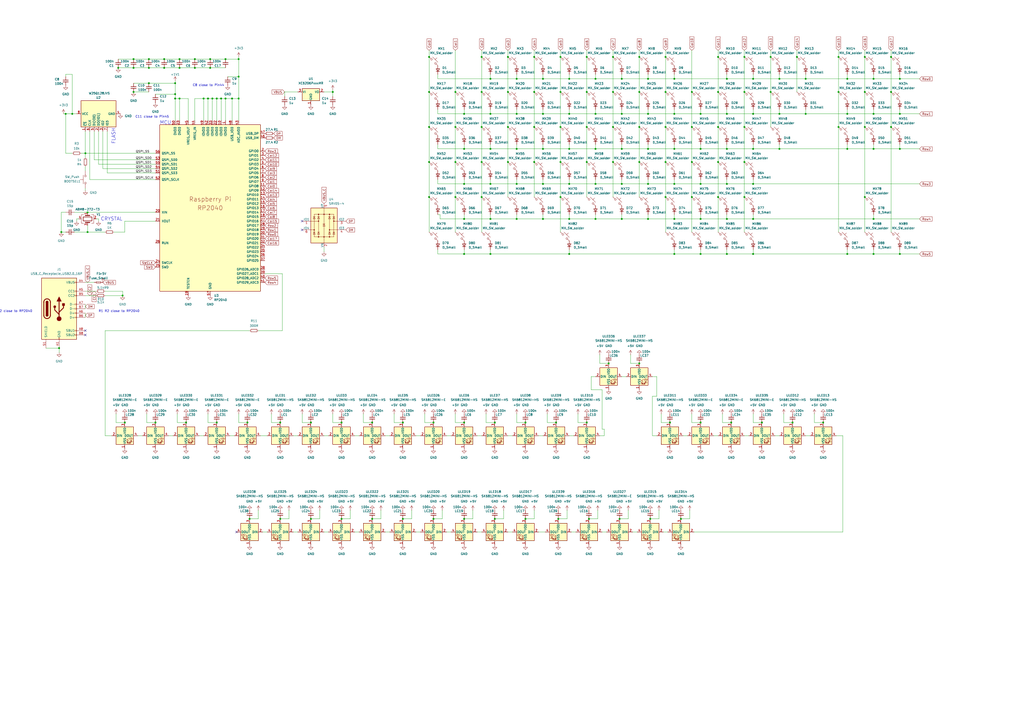
<source format=kicad_sch>
(kicad_sch (version 20231120) (generator "eeschema") (generator_version "8.0")
  (paper "A2")
  (junction (at 118.11 57.15))
  (junction (at 34.29 201.93))
  (junction (at 359.41 300.99))
  (junction (at 299.72 45.72))
  (junction (at 459.74 245.11))
  (junction (at 77.47 39.37))
  (junction (at 491.49 45.72))
  (junction (at 355.6 53.34))
  (junction (at 215.9 245.11))
  (junction (at 386.08 114.3))
  (junction (at 436.88 106.68))
  (junction (at 233.68 245.11))
  (junction (at 370.84 93.98))
  (junction (at 309.88 93.98))
  (junction (at 416.56 93.98))
  (junction (at 516.89 73.66))
  (junction (at 248.92 53.34))
  (junction (at 279.4 114.3))
  (junction (at 264.16 73.66))
  (junction (at -27.94 201.93))
  (junction (at 416.56 114.3))
  (junction (at 323.85 300.99))
  (junction (at 269.24 245.11))
  (junction (at 521.97 86.36))
  (junction (at 125.73 57.15))
  (junction (at 501.65 33.02))
  (junction (at 501.65 114.3))
  (junction (at 325.12 33.02))
  (junction (at 421.64 86.36))
  (junction (at 406.4 66.04))
  (junction (at 360.68 45.72))
  (junction (at 421.64 45.72))
  (junction (at 314.96 66.04))
  (junction (at 49.53 88.9))
  (junction (at 377.19 300.99))
  (junction (at 421.64 106.68))
  (junction (at 269.24 127))
  (junction (at 86.36 34.29))
  (junction (at 287.02 245.11))
  (junction (at 284.48 66.04))
  (junction (at 113.03 39.37))
  (junction (at 248.92 93.98))
  (junction (at 375.92 66.04))
  (junction (at 269.24 66.04))
  (junction (at 452.12 45.72))
  (junction (at 330.2 147.32))
  (junction (at 269.24 86.36))
  (junction (at 360.68 106.68))
  (junction (at 401.32 73.66))
  (junction (at 501.65 73.66))
  (junction (at 233.68 300.99))
  (junction (at 180.34 300.99))
  (junction (at 401.32 93.98))
  (junction (at 123.19 57.15))
  (junction (at 370.84 73.66))
  (junction (at 143.51 245.11))
  (junction (at 279.4 73.66))
  (junction (at 41.91 66.04))
  (junction (at 436.88 86.36))
  (junction (at 330.2 106.68))
  (junction (at 452.12 86.36))
  (junction (at 279.4 33.02))
  (junction (at 345.44 86.36))
  (junction (at 501.65 53.34))
  (junction (at 144.78 300.99))
  (junction (at 431.8 33.02))
  (junction (at 491.49 66.04))
  (junction (at 50.8 134.62))
  (junction (at 180.34 245.11))
  (junction (at 436.88 45.72))
  (junction (at 391.16 66.04))
  (junction (at 506.73 147.32))
  (junction (at 394.97 300.99))
  (junction (at 355.6 33.02))
  (junction (at 314.96 106.68))
  (junction (at 345.44 127))
  (junction (at 375.92 106.68))
  (junction (at 401.32 114.3))
  (junction (at 107.95 245.11))
  (junction (at 391.16 127))
  (junction (at 130.81 34.29))
  (junction (at 436.88 127))
  (junction (at 521.97 66.04))
  (junction (at 50.8 123.19))
  (junction (at 101.6 57.15))
  (junction (at 386.08 73.66))
  (junction (at 90.17 245.11))
  (junction (at 477.52 245.11))
  (junction (at 309.88 73.66))
  (junction (at 287.02 300.99))
  (junction (at 386.08 53.34))
  (junction (at 401.32 53.34))
  (junction (at 341.63 300.99))
  (junction (at 138.43 44.45))
  (junction (at 388.62 245.11))
  (junction (at 486.41 73.66))
  (junction (at 294.64 53.34))
  (junction (at 340.36 73.66))
  (junction (at 447.04 33.02))
  (junction (at 86.36 48.26))
  (junction (at 345.44 106.68))
  (junction (at 138.43 57.15))
  (junction (at 375.92 86.36))
  (junction (at 134.62 57.15))
  (junction (at 86.36 39.37))
  (junction (at 104.14 34.29))
  (junction (at 314.96 86.36))
  (junction (at 104.14 39.37))
  (junction (at 248.92 114.3))
  (junction (at 251.46 300.99))
  (junction (at 264.16 93.98))
  (junction (at 284.48 106.68))
  (junction (at 516.89 53.34))
  (junction (at 162.56 245.11))
  (junction (at 322.58 245.11))
  (junction (at 406.4 127))
  (junction (at 299.72 86.36))
  (junction (at 264.16 114.3))
  (junction (at 121.92 34.29))
  (junction (at 125.73 245.11))
  (junction (at 101.6 48.26))
  (junction (at 248.92 33.02))
  (junction (at 77.47 34.29))
  (junction (at 198.12 300.99))
  (junction (at 304.8 300.99))
  (junction (at 130.81 57.15))
  (junction (at 370.84 33.02))
  (junction (at 506.73 66.04))
  (junction (at 340.36 53.34))
  (junction (at 467.36 45.72))
  (junction (at 325.12 114.3))
  (junction (at 516.89 33.02))
  (junction (at 138.43 34.29))
  (junction (at 386.08 33.02))
  (junction (at 375.92 127))
  (junction (at 406.4 245.11))
  (junction (at 314.96 45.72))
  (junction (at 424.18 245.11))
  (junction (at 68.58 39.37))
  (junction (at 436.88 66.04))
  (junction (at 299.72 106.68))
  (junction (at 35.56 134.62))
  (junction (at 264.16 53.34))
  (junction (at 294.64 93.98))
  (junction (at 506.73 86.36))
  (junction (at 431.8 93.98))
  (junction (at 120.65 57.15))
  (junction (at 128.27 57.15))
  (junction (at 521.97 147.32))
  (junction (at 486.41 53.34))
  (junction (at 391.16 106.68))
  (junction (at 441.96 245.11))
  (junction (at 360.68 127))
  (junction (at 101.6 54.61))
  (junction (at 269.24 147.32))
  (junction (at 360.68 86.36))
  (junction (at 391.16 45.72))
  (junction (at 309.88 33.02))
  (junction (at 340.36 93.98))
  (junction (at 330.2 86.36))
  (junction (at 353.06 210.82))
  (junction (at 506.73 127))
  (junction (at 452.12 66.04))
  (junction (at 325.12 93.98))
  (junction (at 521.97 45.72))
  (junction (at 447.04 53.34))
  (junction (at 355.6 93.98))
  (junction (at 284.48 86.36))
  (junction (at 95.25 39.37))
  (junction (at 330.2 45.72))
  (junction (at 193.04 53.34))
  (junction (at 248.92 73.66))
  (junction (at 299.72 127))
  (junction (at 269.24 106.68))
  (junction (at 304.8 245.11))
  (junction (at 279.4 93.98))
  (junction (at 345.44 45.72))
  (junction (at 330.2 66.04))
  (junction (at 370.84 53.34))
  (junction (at 299.72 66.04))
  (junction (at 215.9 300.99))
  (junction (at 340.36 33.02))
  (junction (at 314.96 127))
  (junction (at 467.36 66.04))
  (junction (at 416.56 53.34))
  (junction (at 251.46 245.11))
  (junction (at 279.4 53.34))
  (junction (at 95.25 34.29))
  (junction (at 104.14 57.15))
  (junction (at 113.03 34.29))
  (junction (at 386.08 93.98))
  (junction (at 431.8 53.34))
  (junction (at 416.56 33.02))
  (junction (at 330.2 127))
  (junction (at 406.4 147.32))
  (junction (at 284.48 147.32))
  (junction (at 198.12 245.11))
  (junction (at 491.49 147.32))
  (junction (at 72.39 245.11))
  (junction (at 436.88 147.32))
  (junction (at 375.92 45.72))
  (junction (at 360.68 66.04))
  (junction (at 71.12 171.45))
  (junction (at 340.36 245.11))
  (junction (at 284.48 127))
  (junction (at 345.44 66.04))
  (junction (at 38.1 66.04))
  (junction (at 325.12 53.34))
  (junction (at 309.88 53.34))
  (junction (at 431.8 114.3))
  (junction (at 121.92 39.37))
  (junction (at 77.47 53.34))
  (junction (at 416.56 73.66))
  (junction (at 162.56 300.99))
  (junction (at 269.24 300.99))
  (junction (at 284.48 45.72))
  (junction (at 406.4 86.36))
  (junction (at 462.28 33.02))
  (junction (at 325.12 73.66))
  (junction (at 486.41 33.02))
  (junction (at 294.64 73.66))
  (junction (at 370.84 210.82))
  (junction (at 355.6 73.66))
  (junction (at 491.49 86.36))
  (junction (at 421.64 127))
  (junction (at 431.8 73.66))
  (junction (at 421.64 147.32))
  (junction (at 294.64 33.02))
  (junction (at 391.16 86.36))
  (junction (at 406.4 106.68))
  (junction (at 391.16 147.32))
  (junction (at 421.64 66.04))
  (junction (at 506.73 45.72))
  (no_connect (at -12.7 194.31))
  (no_connect (at 49.53 191.77))
  (no_connect (at 175.26 128.27))
  (no_connect (at 175.26 133.35))
  (no_connect (at 49.53 194.31))
  (no_connect (at -12.7 191.77))
  (no_connect (at 137.16 308.61))
  (wire (pts (xy 391.16 124.46) (xy 391.16 127)))
  (wire (pts (xy 416.56 114.3) (xy 416.56 134.62)))
  (wire (pts (xy 521.97 83.82) (xy 521.97 86.36)))
  (wire (pts (xy 259.08 252.73) (xy 261.62 252.73)))
  (wire (pts (xy 355.6 73.66) (xy 355.6 93.98)))
  (wire (pts (xy 154.94 308.61) (xy 152.4 308.61)))
  (wire (pts (xy 165.1 53.34) (xy 172.72 53.34)))
  (wire (pts (xy 406.4 144.78) (xy 406.4 147.32)))
  (wire (pts (xy 345.44 104.14) (xy 345.44 106.68)))
  (wire (pts (xy 506.73 83.82) (xy 506.73 86.36)))
  (wire (pts (xy 248.92 93.98) (xy 248.92 114.3)))
  (wire (pts (xy 375.92 83.82) (xy 375.92 86.36)))
  (wire (pts (xy 346.71 295.91) (xy 346.71 300.99)))
  (wire (pts (xy 386.08 114.3) (xy 386.08 134.62)))
  (wire (pts (xy 521.97 63.5) (xy 521.97 66.04)))
  (wire (pts (xy 50.8 130.81) (xy 50.8 134.62)))
  (wire (pts (xy 340.36 73.66) (xy 340.36 93.98)))
  (wire (pts (xy 486.41 53.34) (xy 486.41 73.66)))
  (wire (pts (xy 355.6 53.34) (xy 355.6 73.66)))
  (wire (pts (xy 167.64 295.91) (xy 167.64 300.99)))
  (wire (pts (xy 401.32 53.34) (xy 401.32 73.66)))
  (wire (pts (xy 314.96 104.14) (xy 314.96 106.68)))
  (wire (pts (xy 125.73 57.15) (xy 125.73 69.85)))
  (wire (pts (xy 118.11 57.15) (xy 118.11 69.85)))
  (wire (pts (xy 406.4 83.82) (xy 406.4 86.36)))
  (wire (pts (xy 330.2 66.04) (xy 345.44 66.04)))
  (wire (pts (xy 246.38 245.11) (xy 251.46 245.11)))
  (wire (pts (xy 44.45 127) (xy 44.45 128.27)))
  (wire (pts (xy 462.28 29.21) (xy 462.28 33.02)))
  (wire (pts (xy 279.4 53.34) (xy 279.4 73.66)))
  (wire (pts (xy 345.44 83.82) (xy 345.44 86.36)))
  (wire (pts (xy 279.4 73.66) (xy 279.4 93.98)))
  (wire (pts (xy 102.87 245.11) (xy 107.95 245.11)))
  (wire (pts (xy 269.24 144.78) (xy 269.24 147.32)))
  (wire (pts (xy 521.97 43.18) (xy 521.97 45.72)))
  (wire (pts (xy 325.12 53.34) (xy 325.12 73.66)))
  (wire (pts (xy 163.83 191.77) (xy 163.83 158.75)))
  (wire (pts (xy 406.4 86.36) (xy 421.64 86.36)))
  (wire (pts (xy 516.89 53.34) (xy 516.89 73.66)))
  (wire (pts (xy 436.88 86.36) (xy 452.12 86.36)))
  (wire (pts (xy 378.46 218.44) (xy 381 218.44)))
  (wire (pts (xy 210.82 240.03) (xy 210.82 245.11)))
  (wire (pts (xy 203.2 295.91) (xy 203.2 300.99)))
  (wire (pts (xy 421.64 106.68) (xy 436.88 106.68)))
  (wire (pts (xy 97.79 252.73) (xy 100.33 252.73)))
  (wire (pts (xy 521.97 144.78) (xy 521.97 147.32)))
  (wire (pts (xy 406.4 66.04) (xy 421.64 66.04)))
  (wire (pts (xy 284.48 127) (xy 299.72 127)))
  (wire (pts (xy 406.4 147.32) (xy 421.64 147.32)))
  (wire (pts (xy 391.16 104.14) (xy 391.16 106.68)))
  (wire (pts (xy 284.48 106.68) (xy 299.72 106.68)))
  (wire (pts (xy 254 66.04) (xy 254 63.5)))
  (wire (pts (xy 506.73 63.5) (xy 506.73 66.04)))
  (wire (pts (xy 101.6 54.61) (xy 90.17 54.61)))
  (wire (pts (xy -27.94 201.93) (xy -35.56 201.93)))
  (wire (pts (xy 360.68 66.04) (xy 375.92 66.04)))
  (wire (pts (xy 102.87 240.03) (xy 102.87 245.11)))
  (wire (pts (xy 314.96 66.04) (xy 330.2 66.04)))
  (wire (pts (xy 436.88 147.32) (xy 491.49 147.32)))
  (wire (pts (xy 269.24 147.32) (xy 284.48 147.32)))
  (wire (pts (xy 50.8 123.19) (xy 90.17 123.19)))
  (wire (pts (xy 452.12 83.82) (xy 452.12 86.36)))
  (wire (pts (xy 269.24 127) (xy 284.48 127)))
  (wire (pts (xy 436.88 43.18) (xy 436.88 45.72)))
  (wire (pts (xy 421.64 43.18) (xy 421.64 45.72)))
  (wire (pts (xy 401.32 93.98) (xy 401.32 114.3)))
  (wire (pts (xy 391.16 86.36) (xy 406.4 86.36)))
  (wire (pts (xy 115.57 252.73) (xy 118.11 252.73)))
  (wire (pts (xy 144.78 191.77) (xy 60.96 191.77)))
  (wire (pts (xy 269.24 104.14) (xy 269.24 106.68)))
  (wire (pts (xy 421.64 66.04) (xy 436.88 66.04)))
  (wire (pts (xy 436.88 45.72) (xy 452.12 45.72)))
  (wire (pts (xy 421.64 127) (xy 436.88 127)))
  (wire (pts (xy 52.07 104.14) (xy 90.17 104.14)))
  (wire (pts (xy 401.32 114.3) (xy 401.32 134.62)))
  (wire (pts (xy 151.13 252.73) (xy 154.94 252.73)))
  (wire (pts (xy 421.64 45.72) (xy 436.88 45.72)))
  (wire (pts (xy 309.88 295.91) (xy 309.88 300.99)))
  (wire (pts (xy 436.88 144.78) (xy 436.88 147.32)))
  (wire (pts (xy 101.6 57.15) (xy 101.6 69.85)))
  (wire (pts (xy 299.72 45.72) (xy 314.96 45.72)))
  (wire (pts (xy 264.16 240.03) (xy 264.16 245.11)))
  (wire (pts (xy 375.92 124.46) (xy 375.92 127)))
  (wire (pts (xy 77.47 34.29) (xy 68.58 34.29)))
  (wire (pts (xy 71.12 168.91) (xy 71.12 171.45)))
  (wire (pts (xy 467.36 66.04) (xy 491.49 66.04)))
  (wire (pts (xy 472.44 240.03) (xy 472.44 245.11)))
  (wire (pts (xy 431.8 93.98) (xy 431.8 114.3)))
  (wire (pts (xy 138.43 44.45) (xy 132.08 44.45)))
  (wire (pts (xy 501.65 29.21) (xy 501.65 33.02)))
  (wire (pts (xy 284.48 86.36) (xy 299.72 86.36)))
  (wire (pts (xy 351.79 308.61) (xy 349.25 308.61)))
  (wire (pts (xy 391.16 127) (xy 406.4 127)))
  (wire (pts (xy 193.04 240.03) (xy 193.04 245.11)))
  (wire (pts (xy 86.36 34.29) (xy 77.47 34.29)))
  (wire (pts (xy 406.4 124.46) (xy 406.4 127)))
  (wire (pts (xy 342.9 218.44) (xy 342.9 226.06)))
  (wire (pts (xy 203.2 300.99) (xy 198.12 300.99)))
  (wire (pts (xy 325.12 114.3) (xy 325.12 134.62)))
  (wire (pts (xy 360.68 43.18) (xy 360.68 45.72)))
  (wire (pts (xy 104.14 57.15) (xy 101.6 57.15)))
  (wire (pts (xy 138.43 57.15) (xy 138.43 69.85)))
  (wire (pts (xy 431.8 73.66) (xy 431.8 93.98)))
  (wire (pts (xy 248.92 53.34) (xy 248.92 73.66)))
  (wire (pts (xy 210.82 245.11) (xy 215.9 245.11)))
  (wire (pts (xy 416.56 53.34) (xy 416.56 73.66)))
  (wire (pts (xy 133.35 252.73) (xy 135.89 252.73)))
  (wire (pts (xy 138.43 34.29) (xy 138.43 44.45)))
  (wire (pts (xy 77.47 53.34) (xy 86.36 53.34)))
  (wire (pts (xy 66.04 134.62) (xy 72.39 134.62)))
  (wire (pts (xy 120.65 240.03) (xy 120.65 245.11)))
  (wire (pts (xy 208.28 308.61) (xy 205.74 308.61)))
  (wire (pts (xy 360.68 63.5) (xy 360.68 66.04)))
  (wire (pts (xy 360.68 45.72) (xy 375.92 45.72)))
  (wire (pts (xy 279.4 29.21) (xy 279.4 33.02)))
  (wire (pts (xy 123.19 57.15) (xy 125.73 57.15)))
  (wire (pts (xy 314.96 45.72) (xy 330.2 45.72)))
  (wire (pts (xy 360.68 218.44) (xy 363.22 218.44)))
  (wire (pts (xy 248.92 114.3) (xy 248.92 134.62)))
  (wire (pts (xy 269.24 63.5) (xy 269.24 66.04)))
  (wire (pts (xy 369.57 308.61) (xy 367.03 308.61)))
  (wire (pts (xy 330.2 124.46) (xy 330.2 127)))
  (wire (pts (xy 506.73 45.72) (xy 521.97 45.72)))
  (wire (pts (xy 472.44 245.11) (xy 477.52 245.11)))
  (wire (pts (xy 86.36 48.26) (xy 101.6 48.26)))
  (wire (pts (xy 49.53 176.53) (xy 49.53 179.07)))
  (wire (pts (xy 264.16 245.11) (xy 269.24 245.11)))
  (wire (pts (xy 400.05 295.91) (xy 400.05 300.99)))
  (wire (pts (xy 314.96 127) (xy 330.2 127)))
  (wire (pts (xy 284.48 66.04) (xy 299.72 66.04)))
  (wire (pts (xy 85.09 240.03) (xy 85.09 245.11)))
  (wire (pts (xy 157.48 245.11) (xy 162.56 245.11)))
  (wire (pts (xy 45.72 127) (xy 44.45 127)))
  (wire (pts (xy 347.98 205.74) (xy 347.98 210.82)))
  (wire (pts (xy 370.84 33.02) (xy 370.84 53.34)))
  (wire (pts (xy 375.92 106.68) (xy 391.16 106.68)))
  (wire (pts (xy 533.4 66.04) (xy 521.97 66.04)))
  (wire (pts (xy 125.73 57.15) (xy 128.27 57.15)))
  (wire (pts (xy 325.12 93.98) (xy 325.12 114.3)))
  (wire (pts (xy 95.25 34.29) (xy 86.36 34.29)))
  (wire (pts (xy 49.53 171.45) (xy 55.88 171.45)))
  (wire (pts (xy 386.08 93.98) (xy 386.08 114.3)))
  (wire (pts (xy 62.23 76.2) (xy 62.23 100.33)))
  (wire (pts (xy 187.96 53.34) (xy 193.04 53.34)))
  (wire (pts (xy 38.1 88.9) (xy 38.1 66.04)))
  (wire (pts (xy 381 218.44) (xy 381 229.87)))
  (wire (pts (xy 193.04 245.11) (xy 198.12 245.11)))
  (wire (pts (xy 449.58 252.73) (xy 452.12 252.73)))
  (wire (pts (xy 193.04 53.34) (xy 193.04 55.88)))
  (wire (pts (xy 226.06 308.61) (xy 223.52 308.61)))
  (wire (pts (xy 360.68 86.36) (xy 375.92 86.36)))
  (wire (pts (xy 49.53 91.44) (xy 49.53 88.9)))
  (wire (pts (xy 243.84 308.61) (xy 241.3 308.61)))
  (wire (pts (xy 330.2 45.72) (xy 345.44 45.72)))
  (wire (pts (xy 330.2 86.36) (xy 345.44 86.36)))
  (wire (pts (xy 312.42 252.73) (xy 314.96 252.73)))
  (wire (pts (xy 335.28 240.03) (xy 335.28 245.11)))
  (wire (pts (xy 340.36 53.34) (xy 340.36 73.66)))
  (wire (pts (xy 121.92 34.29) (xy 113.03 34.29)))
  (wire (pts (xy 49.53 181.61) (xy 49.53 184.15)))
  (wire (pts (xy 345.44 127) (xy 360.68 127)))
  (wire (pts (xy 86.36 48.26) (xy 77.47 48.26)))
  (wire (pts (xy 328.93 300.99) (xy 323.85 300.99)))
  (wire (pts (xy 347.98 210.82) (xy 353.06 210.82)))
  (wire (pts (xy 138.43 44.45) (xy 138.43 57.15)))
  (wire (pts (xy 421.64 83.82) (xy 421.64 86.36)))
  (wire (pts (xy 261.62 308.61) (xy 259.08 308.61)))
  (wire (pts (xy 128.27 57.15) (xy 128.27 69.85)))
  (wire (pts (xy 346.71 300.99) (xy 341.63 300.99)))
  (wire (pts (xy 284.48 63.5) (xy 284.48 66.04)))
  (wire (pts (xy 269.24 66.04) (xy 284.48 66.04)))
  (wire (pts (xy 49.53 168.91) (xy 55.88 168.91)))
  (wire (pts (xy 284.48 124.46) (xy 284.48 127)))
  (wire (pts (xy 462.28 33.02) (xy 462.28 53.34)))
  (wire (pts (xy 294.64 33.02) (xy 294.64 53.34)))
  (wire (pts (xy 370.84 93.98) (xy 370.84 114.3)))
  (wire (pts (xy 299.72 86.36) (xy 314.96 86.36)))
  (wire (pts (xy 109.22 57.15) (xy 104.14 57.15)))
  (wire (pts (xy 391.16 144.78) (xy 391.16 147.32)))
  (wire (pts (xy 149.86 191.77) (xy 163.83 191.77)))
  (wire (pts (xy 360.68 106.68) (xy 375.92 106.68)))
  (wire (pts (xy 342.9 218.44) (xy 345.44 218.44)))
  (wire (pts (xy 375.92 66.04) (xy 391.16 66.04)))
  (wire (pts (xy 38.1 123.19) (xy 35.56 123.19)))
  (wire (pts (xy 335.28 245.11) (xy 340.36 245.11)))
  (wire (pts (xy 391.16 63.5) (xy 391.16 66.04)))
  (wire (pts (xy 254 147.32) (xy 269.24 147.32)))
  (wire (pts (xy -27.94 204.47) (xy -27.94 201.93)))
  (wire (pts (xy 292.1 300.99) (xy 287.02 300.99)))
  (wire (pts (xy 59.69 97.79) (xy 90.17 97.79)))
  (wire (pts (xy 72.39 128.27) (xy 90.17 128.27)))
  (wire (pts (xy 101.6 48.26) (xy 101.6 54.61)))
  (wire (pts (xy 299.72 43.18) (xy 299.72 45.72)))
  (wire (pts (xy 104.14 39.37) (xy 113.03 39.37)))
  (wire (pts (xy 447.04 29.21) (xy 447.04 33.02)))
  (wire (pts (xy 264.16 93.98) (xy 264.16 114.3)))
  (wire (pts (xy 228.6 240.03) (xy 228.6 245.11)))
  (wire (pts (xy 375.92 86.36) (xy 391.16 86.36)))
  (wire (pts (xy 375.92 63.5) (xy 375.92 66.04)))
  (wire (pts (xy 109.22 69.85) (xy 109.22 57.15)))
  (wire (pts (xy 49.53 88.9) (xy 49.53 76.2)))
  (wire (pts (xy 312.42 308.61) (xy 316.23 308.61)))
  (wire (pts (xy 314.96 124.46) (xy 314.96 127)))
  (wire (pts (xy 486.41 29.21) (xy 486.41 33.02)))
  (wire (pts (xy 276.86 252.73) (xy 279.4 252.73)))
  (wire (pts (xy 309.88 53.34) (xy 309.88 73.66)))
  (wire (pts (xy 60.96 191.77) (xy 60.96 252.73)))
  (wire (pts (xy 264.16 53.34) (xy 264.16 73.66)))
  (wire (pts (xy 370.84 73.66) (xy 370.84 93.98)))
  (wire (pts (xy 382.27 300.99) (xy 377.19 300.99)))
  (wire (pts (xy 284.48 147.32) (xy 330.2 147.32)))
  (wire (pts (xy 294.64 29.21) (xy 294.64 33.02)))
  (wire (pts (xy 328.93 295.91) (xy 328.93 300.99)))
  (wire (pts (xy 120.65 57.15) (xy 120.65 69.85)))
  (wire (pts (xy 491.49 83.82) (xy 491.49 86.36)))
  (wire (pts (xy 334.01 308.61) (xy 331.47 308.61)))
  (wire (pts (xy 387.35 308.61) (xy 384.81 308.61)))
  (wire (pts (xy 421.64 86.36) (xy 436.88 86.36)))
  (wire (pts (xy 128.27 57.15) (xy 130.81 57.15)))
  (wire (pts (xy 345.44 45.72) (xy 360.68 45.72)))
  (wire (pts (xy 436.88 66.04) (xy 452.12 66.04)))
  (wire (pts (xy 294.64 252.73) (xy 297.18 252.73)))
  (wire (pts (xy 330.2 127) (xy 345.44 127)))
  (wire (pts (xy 345.44 86.36) (xy 360.68 86.36)))
  (wire (pts (xy 350.52 248.92) (xy 350.52 252.73)))
  (wire (pts (xy 294.64 53.34) (xy 294.64 73.66)))
  (wire (pts (xy 370.84 29.21) (xy 370.84 33.02)))
  (wire (pts (xy 400.05 300.99) (xy 394.97 300.99)))
  (wire (pts (xy 436.88 127) (xy 506.73 127)))
  (wire (pts (xy 375.92 45.72) (xy 391.16 45.72)))
  (wire (pts (xy 406.4 104.14) (xy 406.4 106.68)))
  (wire (pts (xy 491.49 63.5) (xy 491.49 66.04)))
  (wire (pts (xy 77.47 39.37) (xy 86.36 39.37)))
  (wire (pts (xy 330.2 43.18) (xy 330.2 45.72)))
  (wire (pts (xy 238.76 300.99) (xy 233.68 300.99)))
  (wire (pts (xy 401.32 73.66) (xy 401.32 93.98)))
  (wire (pts (xy 516.89 73.66) (xy 516.89 134.62)))
  (wire (pts (xy 34.29 204.47) (xy 34.29 201.93)))
  (wire (pts (xy 46.99 88.9) (xy 49.53 88.9)))
  (wire (pts (xy 299.72 106.68) (xy 314.96 106.68)))
  (wire (pts (xy 49.53 88.9) (xy 90.17 88.9)))
  (wire (pts (xy 364.49 295.91) (xy 364.49 300.99)))
  (wire (pts (xy 284.48 144.78) (xy 284.48 147.32)))
  (wire (pts (xy 254 86.36) (xy 254 83.82)))
  (wire (pts (xy 506.73 147.32) (xy 521.97 147.32)))
  (wire (pts (xy 345.44 63.5) (xy 345.44 66.04)))
  (wire (pts (xy 138.43 33.02) (xy 138.43 34.29)))
  (wire (pts (xy 294.64 73.66) (xy 294.64 93.98)))
  (wire (pts (xy 297.18 308.61) (xy 294.64 308.61)))
  (wire (pts (xy 187.96 143.51) (xy 187.96 146.05)))
  (wire (pts (xy 421.64 144.78) (xy 421.64 147.32)))
  (wire (pts (xy 486.41 33.02) (xy 486.41 53.34)))
  (wire (pts (xy 436.88 245.11) (xy 441.96 245.11)))
  (wire (pts (xy 406.4 106.68) (xy 421.64 106.68)))
  (wire (pts (xy 431.8 114.3) (xy 431.8 134.62)))
  (wire (pts (xy 279.4 33.02) (xy 279.4 53.34)))
  (wire (pts (xy 330.2 63.5) (xy 330.2 66.04)))
  (wire (pts (xy 255.27 127) (xy 269.24 127)))
  (wire (pts (xy 467.36 252.73) (xy 469.9 252.73)))
  (wire (pts (xy 279.4 308.61) (xy 276.86 308.61)))
  (wire (pts (xy 57.15 76.2) (xy 57.15 95.25)))
  (wire (pts (xy 431.8 252.73) (xy 434.34 252.73)))
  (wire (pts (xy 255.27 124.46) (xy 255.27 127)))
  (wire (pts (xy 149.86 300.99) (xy 144.78 300.99)))
  (wire (pts (xy 284.48 83.82) (xy 284.48 86.36)))
  (wire (pts (xy 68.58 39.37) (xy 77.47 39.37)))
  (wire (pts (xy 36.83 66.04) (xy 38.1 66.04)))
  (wire (pts (xy 163.83 158.75) (xy 153.67 158.75)))
  (wire (pts (xy 491.49 147.32) (xy 506.73 147.32)))
  (wire (pts (xy 299.72 83.82) (xy 299.72 86.36)))
  (wire (pts (xy 248.92 73.66) (xy 248.92 93.98)))
  (wire (pts (xy 501.65 33.02) (xy 501.65 53.34)))
  (wire (pts (xy 121.92 39.37) (xy 130.81 39.37)))
  (wire (pts (xy 349.25 226.06) (xy 349.25 248.92)))
  (wire (pts (xy 325.12 33.02) (xy 325.12 53.34)))
  (wire (pts (xy 506.73 144.78) (xy 506.73 147.32)))
  (wire (pts (xy 360.68 127) (xy 375.92 127)))
  (wire (pts (xy 431.8 29.21) (xy 431.8 33.02)))
  (wire (pts (xy 279.4 114.3) (xy 279.4 134.62)))
  (wire (pts (xy 345.44 66.04) (xy 360.68 66.04)))
  (wire (pts (xy 401.32 245.11) (xy 406.4 245.11)))
  (wire (pts (xy 330.2 252.73) (xy 332.74 252.73)))
  (wire (pts (xy 118.11 57.15) (xy 120.65 57.15)))
  (wire (pts (xy 264.16 114.3) (xy 264.16 134.62)))
  (wire (pts (xy 49.53 96.52) (xy 49.53 99.06)))
  (wire (pts (xy 360.68 104.14) (xy 360.68 106.68)))
  (wire (pts (xy 185.42 295.91) (xy 185.42 300.99)))
  (wire (pts (xy 330.2 106.68) (xy 345.44 106.68)))
  (wire (pts (xy 38.1 88.9) (xy 41.91 88.9)))
  (wire (pts (xy 157.48 240.03) (xy 157.48 245.11)))
  (wire (pts (xy 57.15 95.25) (xy 90.17 95.25)))
  (wire (pts (xy 402.59 308.61) (xy 488.95 308.61)))
  (wire (pts (xy 375.92 43.18) (xy 375.92 45.72)))
  (wire (pts (xy 533.4 45.72) (xy 521.97 45.72)))
  (wire (pts (xy 309.88 33.02) (xy 309.88 53.34)))
  (wire (pts (xy 274.32 295.91) (xy 274.32 300.99)))
  (wire (pts (xy 41.91 66.04) (xy 44.45 66.04)))
  (wire (pts (xy 436.88 104.14) (xy 436.88 106.68)))
  (wire (pts (xy 281.94 245.11) (xy 287.02 245.11)))
  (wire (pts (xy 421.64 104.14) (xy 421.64 106.68)))
  (wire (pts (xy 491.49 144.78) (xy 491.49 147.32)))
  (wire (pts (xy 342.9 226.06) (xy 349.25 226.06)))
  (wire (pts (xy 167.64 300.99) (xy 162.56 300.99)))
  (wire (pts (xy 113.03 57.15) (xy 118.11 57.15)))
  (wire (pts (xy 391.16 43.18) (xy 391.16 45.72)))
  (wire (pts (xy 383.54 245.11) (xy 388.62 245.11)))
  (wire (pts (xy 254 124.46) (xy 255.27 124.46)))
  (wire (pts (xy 54.61 92.71) (xy 90.17 92.71)))
  (wire (pts (xy 416.56 29.21) (xy 416.56 33.02)))
  (wire (pts (xy 325.12 29.21) (xy 325.12 33.02)))
  (wire (pts (xy 382.27 295.91) (xy 382.27 300.99)))
  (wire (pts (xy -12.7 176.53) (xy -12.7 179.07)))
  (wire (pts (xy 370.84 53.34) (xy 370.84 73.66)))
  (wire (pts (xy 416.56 33.02) (xy 416.56 53.34)))
  (wire (pts (xy 447.04 53.34) (xy 447.04 73.66)))
  (wire (pts (xy 506.73 66.04) (xy 521.97 66.04)))
  (wire (pts (xy 340.36 29.21) (xy 340.36 33.02)))
  (wire (pts (xy 386.08 33.02) (xy 386.08 53.34)))
  (wire (pts (xy 130.81 57.15) (xy 130.81 69.85)))
  (wire (pts (xy 104.14 34.29) (xy 95.25 34.29)))
  (wire (pts (xy 256.54 295.91) (xy 256.54 300.99)))
  (wire (pts (xy 391.16 106.68) (xy 406.4 106.68)))
  (wire (pts (xy 436.88 124.46) (xy 436.88 127)))
  (wire (pts (xy 401.32 29.21) (xy 401.32 53.34)))
  (wire (pts (xy 246.38 240.03) (xy 246.38 245.11)))
  (wire (pts (xy 452.12 43.18) (xy 452.12 45.72)))
  (wire (pts (xy 175.26 240.03) (xy 175.26 245.11)))
  (wire (pts (xy 491.49 86.36) (xy 506.73 86.36)))
  (wire (pts (xy 49.53 110.49) (xy 49.53 109.22)))
  (wire (pts (xy 447.04 33.02) (xy 447.04 53.34)))
  (wire (pts (xy 406.4 63.5) (xy 406.4 66.04)))
  (wire (pts (xy 488.95 252.73) (xy 485.14 252.73)))
  (wire (pts (xy 254 147.32) (xy 254 144.78)))
  (wire (pts (xy 299.72 63.5) (xy 299.72 66.04)))
  (wire (pts (xy 248.92 29.21) (xy 248.92 33.02)))
  (wire (pts (xy 113.03 34.29) (xy 104.14 34.29)))
  (wire (pts (xy 60.96 168.91) (xy 71.12 168.91)))
  (wire (pts (xy 533.4 127) (xy 506.73 127)))
  (wire (pts (xy 190.5 308.61) (xy 187.96 308.61)))
  (wire (pts (xy 314.96 106.68) (xy 330.2 106.68)))
  (wire (pts (xy 34.29 201.93) (xy 26.67 201.93)))
  (wire (pts (xy 375.92 104.14) (xy 375.92 106.68)))
  (wire (pts (xy 330.2 104.14) (xy 330.2 106.68)))
  (wire (pts (xy 501.65 73.66) (xy 501.65 114.3)))
  (wire (pts (xy 41.91 66.04) (xy 41.91 43.18)))
  (wire (pts (xy 360.68 83.82) (xy 360.68 86.36)))
  (wire (pts (xy 238.76 295.91) (xy 238.76 300.99)))
  (wire (pts (xy 120.65 245.11) (xy 125.73 245.11)))
  (wire (pts (xy 391.16 147.32) (xy 406.4 147.32)))
  (wire (pts (xy 381 229.87) (xy 378.46 229.87)))
  (wire (pts (xy 193.04 52.07) (xy 193.04 53.34)))
  (wire (pts (xy 254 45.72) (xy 254 43.18)))
  (wire (pts (xy 391.16 45.72) (xy 421.64 45.72)))
  (wire (pts (xy 165.1 53.34) (xy 165.1 55.88)))
  (wire (pts (xy 80.01 252.73) (xy 82.55 252.73)))
  (wire (pts (xy 355.6 33.02) (xy 355.6 53.34)))
  (wire (pts (xy 501.65 114.3) (xy 501.65 134.62)))
  (wire (pts (xy 314.96 86.36) (xy 330.2 86.36)))
  (wire (pts (xy 488.95 308.61) (xy 488.95 252.73)))
  (wire (pts (xy 314.96 43.18) (xy 314.96 45.72)))
  (wire (pts (xy 113.03 39.37) (xy 121.92 39.37)))
  (wire (pts (xy 391.16 66.04) (xy 406.4 66.04)))
  (wire (pts (xy 325.12 73.66) (xy 325.12 93.98)))
  (wire (pts (xy 317.5 245.11) (xy 322.58 245.11)))
  (wire (pts (xy 365.76 205.74) (xy 365.76 210.82)))
  (wire (pts (xy 355.6 29.21) (xy 355.6 33.02)))
  (wire (pts (xy 309.88 300.99) (xy 304.8 300.99)))
  (wire (pts (xy 279.4 93.98) (xy 279.4 114.3)))
  (wire (pts (xy 421.64 147.32) (xy 436.88 147.32)))
  (wire (pts (xy 223.52 252.73) (xy 226.06 252.73)))
  (wire (pts (xy 175.26 245.11) (xy 180.34 245.11)))
  (wire (pts (xy 360.68 124.46) (xy 360.68 127)))
  (wire (pts (xy 345.44 106.68) (xy 360.68 106.68)))
  (wire (pts (xy 120.65 57.15) (xy 123.19 57.15)))
  (wire (pts (xy 330.2 83.82) (xy 330.2 86.36)))
  (wire (pts (xy 284.48 43.18) (xy 284.48 45.72)))
  (wire (pts (xy 292.1 295.91) (xy 292.1 300.99)))
  (wire (pts (xy 419.1 240.03) (xy 419.1 245.11)))
  (wire (pts (xy -12.7 181.61) (xy -12.7 184.15)))
  (wire (pts (xy 355.6 93.98) (xy 355.6 114.3)))
  (wire (pts (xy 134.62 57.15) (xy 138.43 57.15)))
  (wire (pts (xy 406.4 127) (xy 421.64 127)))
  (wire (pts (xy 436.88 106.68) (xy 533.4 106.68)))
  (wire (pts (xy 516.89 33.02) (xy 516.89 53.34)))
  (wire (pts (xy 340.36 33.02) (xy 340.36 53.34)))
  (wire (pts (xy 421.64 124.46) (xy 421.64 127)))
  (wire (pts (xy 254 86.36) (xy 269.24 86.36)))
  (wire (pts (xy 401.32 240.03) (xy 401.32 245.11)))
  (wire (pts (xy 501.65 53.34) (xy 501.65 73.66)))
  (wire (pts (xy 386.08 29.21) (xy 386.08 33.02)))
  (wire (pts (xy 436.88 240.03) (xy 436.88 245.11)))
  (wire (pts (xy 521.97 147.32) (xy 533.4 147.32)))
  (wire (pts (xy 431.8 53.34) (xy 431.8 73.66)))
  (wire (pts (xy 467.36 45.72) (xy 491.49 45.72)))
  (wire (pts (xy 254 45.72) (xy 284.48 45.72)))
  (wire (pts (xy 452.12 66.04) (xy 467.36 66.04)))
  (wire (pts (xy 317.5 240.03) (xy 317.5 245.11)))
  (wire (pts (xy 43.18 123.19) (xy 50.8 123.19)))
  (wire (pts (xy 506.73 43.18) (xy 506.73 45.72)))
  (wire (pts (xy 299.72 124.46) (xy 299.72 127)))
  (wire (pts (xy 365.76 210.82) (xy 370.84 210.82)))
  (wire (pts (xy 35.56 123.19) (xy 35.56 134.62)))
  (wire (pts (xy 269.24 83.82) (xy 269.24 86.36)))
  (wire (pts (xy 421.64 63.5) (xy 421.64 66.04)))
  (wire (pts (xy 228.6 245.11) (xy 233.68 245.11)))
  (wire (pts (xy 281.94 240.03) (xy 281.94 245.11)))
  (wire (pts (xy 86.36 39.37) (xy 95.25 39.37)))
  (wire (pts (xy 38.1 43.18) (xy 38.1 44.45)))
  (wire (pts (xy 241.3 252.73) (xy 243.84 252.73)))
  (wire (pts (xy 121.92 34.29) (xy 130.81 34.29)))
  (wire (pts (xy 149.86 295.91) (xy 149.86 300.99)))
  (wire (pts (xy 170.18 252.73) (xy 172.72 252.73)))
  (wire (pts (xy 419.1 245.11) (xy 424.18 245.11)))
  (wire (pts (xy 72.39 134.62) (xy 72.39 128.27)))
  (wire (pts (xy 274.32 300.99) (xy 269.24 300.99)))
  (wire (pts (xy 284.48 45.72) (xy 299.72 45.72)))
  (wire (pts (xy 386.08 73.66) (xy 386.08 93.98)))
  (wire (pts (xy 521.97 86.36) (xy 533.4 86.36)))
  (wire (pts (xy 54.61 76.2) (xy 54.61 92.71)))
  (wire (pts (xy 383.54 240.03) (xy 383.54 245.11)))
  (wire (pts (xy 269.24 86.36) (xy 284.48 86.36)))
  (wire (pts (xy 264.16 29.21) (xy 264.16 53.34)))
  (wire (pts (xy 454.66 240.03) (xy 454.66 245.11)))
  (wire (pts (xy 414.02 252.73) (xy 416.56 252.73)))
  (wire (pts (xy 330.2 144.78) (xy 330.2 147.32)))
  (wire (pts (xy 256.54 300.99) (xy 251.46 300.99)))
  (wire (pts (xy 436.88 63.5) (xy 436.88 66.04)))
  (wire (pts (xy 113.03 69.85) (xy 113.03 57.15)))
  (wire (pts (xy 309.88 73.66) (xy 309.88 93.98)))
  (wire (pts (xy 314.96 63.5) (xy 314.96 66.04)))
  (wire (pts (xy 340.36 93.98) (xy 340.36 114.3)))
  (wire (pts (xy 85.09 245.11) (xy 90.17 245.11)))
  (wire (pts (xy 386.08 53.34) (xy 386.08 73.66)))
  (wire (pts (xy 506.73 124.46) (xy 506.73 127)))
  (wire (pts (xy 284.48 104.14) (xy 284.48 106.68)))
  (wire (pts (xy 378.46 252.73) (xy 381 252.73)))
  (wire (pts (xy 38.1 66.04) (xy 41.91 66.04)))
  (wire (pts (xy 50.8 134.62) (xy 60.96 134.62)))
  (wire (pts (xy 314.96 83.82) (xy 314.96 86.36)))
  (wire (pts (xy 416.56 93.98) (xy 416.56 114.3)))
  (wire (pts (xy 452.12 86.36) (xy 491.49 86.36)))
  (wire (pts (xy 491.49 43.18) (xy 491.49 45.72)))
  (wire (pts (xy 347.98 252.73) (xy 350.52 252.73)))
  (wire (pts (xy 52.07 76.2) (xy 52.07 104.14)))
  (wire (pts (xy 491.49 66.04) (xy 506.73 66.04)))
  (wire (pts (xy 516.89 29.21) (xy 516.89 33.02)))
  (wire (pts (xy 299.72 104.14) (xy 299.72 106.68)))
  (wire (pts (xy 62.23 100.33) (xy 90.17 100.33)))
  (wire (pts (xy 254 66.04) (xy 269.24 66.04)))
  (wire (pts (xy 248.92 33.02) (xy 248.92 53.34)))
  (wire (pts (xy 67.31 240.03) (xy 67.31 245.11)))
  (wire (pts (xy 172.72 308.61) (xy 170.18 308.61)))
  (wire (pts (xy 378.46 229.87) (xy 378.46 252.73)))
  (wire (pts (xy 416.56 73.66) (xy 416.56 93.98)))
  (wire (pts (xy 269.24 124.46) (xy 269.24 127)))
  (wire (pts (xy 269.24 106.68) (xy 284.48 106.68)))
  (wire (pts (xy 104.14 57.15) (xy 104.14 69.85)))
  (wire (pts (xy 220.98 295.91) (xy 220.98 300.99)))
  (wire (pts (xy 391.16 83.82) (xy 391.16 86.36)))
  (wire (pts (xy 35.56 134.62) (xy 38.1 134.62)))
  (wire (pts (xy 299.72 127) (xy 314.96 127)))
  (wire (pts (xy 345.44 43.18) (xy 345.44 45.72)))
  (wire (pts (xy 452.12 45.72) (xy 467.36 45.72)))
  (wire (pts (xy 452.12 63.5) (xy 452.12 66.04)))
  (wire (pts (xy 309.88 93.98) (xy 309.88 114.3)))
  (wire (pts (xy 467.36 43.18) (xy 467.36 45.72)))
  (wire (pts (xy 185.42 300.99) (xy 180.34 300.99)))
  (wire (pts (xy 134.62 57.15) (xy 134.62 69.85)))
  (wire (pts (xy 59.69 76.2) (xy 59.69 97.79)))
  (wire (pts (xy 436.88 83.82) (xy 436.88 86.36)))
  (wire (pts (xy 50.8 134.62) (xy 43.18 134.62)))
  (wire (pts (xy 95.25 39.37) (xy 104.14 39.37)))
  (wire (pts (xy 254 106.68) (xy 269.24 106.68)))
  (wire (pts (xy 220.98 300.99) (xy 215.9 300.99)))
  (wire (pts (xy 491.49 45.72) (xy 506.73 45.72)))
  (wire (pts (xy 138.43 240.03) (xy 138.43 245.11)))
  (wire (pts (xy 138.43 245.11) (xy 143.51 245.11)))
  (wire (pts (xy 60.96 171.45) (xy 71.12 171.45)))
  (wire (pts (xy 130.81 34.29) (xy 138.43 34.29)))
  (wire (pts (xy 123.19 57.15) (xy 123.19 69.85)))
  (wire (pts (xy 101.6 46.99) (xy 101.6 48.26)))
  (wire (pts (xy 506.73 86.36) (xy 521.97 86.36)))
  (wire (pts (xy 67.31 245.11) (xy 72.39 245.11)))
  (wire (pts (xy 38.1 43.18) (xy 41.91 43.18)))
  (wire (pts (xy 187.96 252.73) (xy 190.5 252.73)))
  (wire (pts (xy 364.49 300.99) (xy 359.41 300.99)))
  (wire (pts (xy 345.44 124.46) (xy 345.44 127)))
  (wire (pts (xy 60.96 252.73) (xy 64.77 252.73)))
  (wire (pts (xy 55.88 127) (xy 57.15 127)))
  (wire (pts (xy 299.72 240.03) (xy 299.72 245.11)))
  (wire (pts (xy 349.25 248.92) (xy 350.52 248.92)))
  (wire (pts (xy 264.16 73.66) (xy 264.16 93.98)))
  (wire (pts (xy 486.41 73.66) (xy 486.41 134.62)))
  (wire (pts (xy 309.88 29.21) (xy 309.88 33.02)))
  (wire (pts (xy 299.72 66.04) (xy 314.96 66.04)))
  (wire (pts (xy 431.8 33.02) (xy 431.8 53.34)))
  (wire (pts (xy 454.66 245.11) (xy 459.74 245.11)))
  (wire (pts (xy 49.53 163.83) (xy 54.61 163.83)))
  (wire (pts (xy 375.92 127) (xy 391.16 127)))
  (wire (pts (xy 299.72 245.11) (xy 304.8 245.11)))
  (wire (pts (xy 294.64 93.98) (xy 294.64 114.3)))
  (wire (pts (xy 330.2 147.32) (xy 391.16 147.32)))
  (wire (pts (xy 467.36 63.5) (xy 467.36 66.04)))
  (wire (pts (xy 130.81 57.15) (xy 134.62 57.15)))
  (wire (pts (xy 254 106.68) (xy 254 104.14)))
  (wire (pts (xy 57.15 127) (xy 57.15 128.27)))
  (wire (pts (xy 396.24 252.73) (xy 398.78 252.73)))
  (wire (pts (xy 205.74 252.73) (xy 208.28 252.73)))
  (wire (pts (xy 101.6 54.61) (xy 101.6 57.15)))
  (text "MCU" (at 92.71 72.39 0) (effects (font (size 2 2)) (justify left bottom)))
  (text "FLASH" (at 67.056 83.566 90) (effects (font (size 2 2)) (justify left bottom)))
  (text "R1 R2 close to RP2040\n" (at 57.15 181.356 0) (effects (font (size 1.3 1.3)) (justify left bottom)))
  (text "C8 close to Pin44\n" (at 111.76 50.292 0) (effects (font (size 1.3 1.3)) (justify left bottom)))
  (text "R1 R2 close to RP2040\n" (at -5.08 181.356 0) (effects (font (size 1.3 1.3)) (justify left bottom)))
  (text "CRYSTAL\n" (at 58.42 128.27 0) (effects (font (size 2 2)) (justify left bottom)))
  (text "C11 close to Pin45\n" (at 78.486 68.58 0) (effects (font (size 1.3 1.3)) (justify left bottom)))
  (label "QSPI_SS" (at 78.74 88.9 0))
  (label "QSPI_SCLK" (at 78.74 104.14 0))
  (label "QSPI_SD0" (at 78.74 92.71 0))
  (label "QSPI_SD1" (at 78.74 95.25 0))
  (label "QSPI_SD2" (at 78.74 97.79 0))
  (label "QSPI_SD3" (at 78.74 100.33 0))
  (global_label "Col12" (shape input) (at 153.67 90.17 0) (property "Intersheetrefs" "${INTERSHEET_REFS}" (effects (hide yes))))
  (global_label "Col6" (shape input) (at 153.67 120.65 0) (property "Intersheetrefs" "${INTERSHEET_REFS}" (effects (hide yes))))
  (global_label "Row5" (shape input) (at 533.4 147.32 0) (property "Intersheetrefs" "${INTERSHEET_REFS}" (effects (hide yes))))
  (global_label "Col1" (shape input) (at 153.67 105.41 0) (property "Intersheetrefs" "${INTERSHEET_REFS}" (effects (hide yes))))
  (global_label "Col10" (shape input) (at 401.32 29.21 90) (property "Intersheetrefs" "${INTERSHEET_REFS}" (effects (hide yes))))
  (global_label "Col9" (shape input) (at 153.67 97.79 0) (property "Intersheetrefs" "${INTERSHEET_REFS}" (effects (hide yes))))
  (global_label "DM" (shape input) (at 200.66 133.35 0) (property "Intersheetrefs" "${INTERSHEET_REFS}" (effects (hide yes))))
  (global_label "DP" (shape input) (at -12.7 182.88 0) (property "Intersheetrefs" "${INTERSHEET_REFS}" (effects (hide yes))))
  (global_label "Col15" (shape input) (at 486.41 29.21 90) (property "Intersheetrefs" "${INTERSHEET_REFS}" (effects (hide yes))))
  (global_label "Col4" (shape input) (at 153.67 115.57 0) (property "Intersheetrefs" "${INTERSHEET_REFS}" (effects (hide yes))))
  (global_label "VBUS_C" (shape input) (at 187.96 118.11 90) (property "Intersheetrefs" "${INTERSHEET_REFS}" (effects (hide yes))))
  (global_label "SWD" (shape input) (at 90.17 154.94 180) (property "Intersheetrefs" "${INTERSHEET_REFS}" (effects (hide yes))))
  (global_label "Col11" (shape input) (at 416.56 29.21 90) (property "Intersheetrefs" "${INTERSHEET_REFS}" (effects (hide yes))))
  (global_label "Col3" (shape input) (at 294.64 29.21 90) (property "Intersheetrefs" "${INTERSHEET_REFS}" (effects (hide yes))))
  (global_label "Row4" (shape input) (at 533.4 127 0) (property "Intersheetrefs" "${INTERSHEET_REFS}" (effects (hide yes))))
  (global_label "CC1" (shape input) (at -12.7 171.45 0) (property "Intersheetrefs" "${INTERSHEET_REFS}" (effects (hide yes))))
  (global_label "CC2" (shape input) (at 52.07 171.45 90) (property "Intersheetrefs" "${INTERSHEET_REFS}" (effects (hide yes))))
  (global_label "DP" (shape input) (at 158.75 77.47 0) (property "Intersheetrefs" "${INTERSHEET_REFS}" (effects (hide yes))))
  (global_label "Col9" (shape input) (at 386.08 29.21 90) (property "Intersheetrefs" "${INTERSHEET_REFS}" (effects (hide yes))))
  (global_label "Col8" (shape input) (at 153.67 125.73 0) (property "Intersheetrefs" "${INTERSHEET_REFS}" (effects (hide yes))))
  (global_label "Col12" (shape input) (at 431.8 29.21 90) (property "Intersheetrefs" "${INTERSHEET_REFS}" (effects (hide yes))))
  (global_label "VBUS" (shape input) (at 59.69 163.83 0) (property "Intersheetrefs" "${INTERSHEET_REFS}" (effects (hide yes))))
  (global_label "Col14" (shape input) (at 462.28 29.21 90) (property "Intersheetrefs" "${INTERSHEET_REFS}" (effects (hide yes))))
  (global_label "Row1" (shape input) (at 533.4 66.04 0) (property "Intersheetrefs" "${INTERSHEET_REFS}" (effects (hide yes))))
  (global_label "DM" (shape input) (at 158.75 80.01 0) (property "Intersheetrefs" "${INTERSHEET_REFS}" (effects (hide yes))))
  (global_label "Col5" (shape input) (at 153.67 118.11 0) (property "Intersheetrefs" "${INTERSHEET_REFS}" (effects (hide yes))))
  (global_label "Col3" (shape input) (at 153.67 100.33 0) (property "Intersheetrefs" "${INTERSHEET_REFS}" (effects (hide yes))))
  (global_label "Col17" (shape input) (at 153.67 138.43 0) (property "Intersheetrefs" "${INTERSHEET_REFS}" (effects (hide yes))))
  (global_label "SWCLK" (shape input) (at 90.17 152.4 180) (property "Intersheetrefs" "${INTERSHEET_REFS}" (effects (hide yes))))
  (global_label "Row2" (shape input) (at 153.67 130.81 0) (property "Intersheetrefs" "${INTERSHEET_REFS}" (effects (hide yes))))
  (global_label "Col5" (shape input) (at 325.12 29.21 90) (property "Intersheetrefs" "${INTERSHEET_REFS}" (effects (hide yes))))
  (global_label "Col10" (shape input) (at 153.67 95.25 0) (property "Intersheetrefs" "${INTERSHEET_REFS}" (effects (hide yes))))
  (global_label "Col4" (shape input) (at 309.88 29.21 90) (property "Intersheetrefs" "${INTERSHEET_REFS}" (effects (hide yes))))
  (global_label "VBUS_C" (shape input) (at -12.7 163.83 0) (property "Intersheetrefs" "${INTERSHEET_REFS}" (effects (hide yes))))
  (global_label "Col13" (shape input) (at 447.04 29.21 90) (property "Intersheetrefs" "${INTERSHEET_REFS}" (effects (hide yes))))
  (global_label "Col7" (shape input) (at 355.6 29.21 90) (property "Intersheetrefs" "${INTERSHEET_REFS}" (effects (hide yes))))
  (global_label "Col1" (shape input) (at 264.16 29.21 90) (property "Intersheetrefs" "${INTERSHEET_REFS}" (effects (hide yes))))
  (global_label "DP" (shape input) (at 200.66 128.27 0) (property "Intersheetrefs" "${INTERSHEET_REFS}" (effects (hide yes))))
  (global_label "DP" (shape input) (at 49.53 182.88 0) (property "Intersheetrefs" "${INTERSHEET_REFS}" (effects (hide yes))))
  (global_label "Row0" (shape input) (at 533.4 45.72 0) (property "Intersheetrefs" "${INTERSHEET_REFS}" (effects (hide yes))))
  (global_label "Col14" (shape input) (at 153.67 110.49 0) (property "Intersheetrefs" "${INTERSHEET_REFS}" (effects (hide yes))))
  (global_label "Col0" (shape input) (at 153.67 107.95 0) (property "Intersheetrefs" "${INTERSHEET_REFS}" (effects (hide yes))))
  (global_label "Col13" (shape input) (at 153.67 113.03 0) (property "Intersheetrefs" "${INTERSHEET_REFS}" (effects (hide yes))))
  (global_label "CC1" (shape input) (at 54.61 168.91 270) (property "Intersheetrefs" "${INTERSHEET_REFS}" (effects (hide yes))))
  (global_label "Col0" (shape input) (at 248.92 29.21 90) (property "Intersheetrefs" "${INTERSHEET_REFS}" (effects (hide yes))))
  (global_label "Col16" (shape input) (at 501.65 29.21 90) (property "Intersheetrefs" "${INTERSHEET_REFS}" (effects (hide yes))))
  (global_label "Col6" (shape input) (at 340.36 29.21 90) (property "Intersheetrefs" "${INTERSHEET_REFS}" (effects (hide yes))))
  (global_label "Col8" (shape input) (at 370.84 29.21 90) (property "Intersheetrefs" "${INTERSHEET_REFS}" (effects (hide yes))))
  (global_label "Col11" (shape input) (at 153.67 92.71 0) (property "Intersheetrefs" "${INTERSHEET_REFS}" (effects (hide yes))))
  (global_label "Row2" (shape input) (at 533.4 86.36 0) (property "Intersheetrefs" "${INTERSHEET_REFS}" (effects (hide yes))))
  (global_label "Row5" (shape input) (at 153.67 161.29 0) (property "Intersheetrefs" "${INTERSHEET_REFS}" (effects (hide yes))))
  (global_label "Row1" (shape input) (at 153.67 133.35 0) (property "Intersheetrefs" "${INTERSHEET_REFS}" (effects (hide yes))))
  (global_label "VBUS" (shape input) (at 165.1 53.34 180) (property "Intersheetrefs" "${INTERSHEET_REFS}" (effects (hide yes))))
  (global_label "Col2" (shape input) (at 153.67 102.87 0) (property "Intersheetrefs" "${INTERSHEET_REFS}" (effects (hide yes))))
  (global_label "Col15" (shape input) (at 153.67 128.27 0) (property "Intersheetrefs" "${INTERSHEET_REFS}" (effects (hide yes))))
  (global_label "DM" (shape input) (at -12.7 177.8 0) (property "Intersheetrefs" "${INTERSHEET_REFS}" (effects (hide yes))))
  (global_label "Row3" (shape input) (at 533.4 106.68 0) (property "Intersheetrefs" "${INTERSHEET_REFS}" (effects (hide yes))))
  (global_label "CC2" (shape input) (at -12.7 168.91 0) (property "Intersheetrefs" "${INTERSHEET_REFS}" (effects (hide yes))))
  (global_label "VBUS_C" (shape input) (at 50.8 163.83 90) (property "Intersheetrefs" "${INTERSHEET_REFS}" (effects (hide yes))))
  (global_label "Row4" (shape input) (at 153.67 163.83 0) (property "Intersheetrefs" "${INTERSHEET_REFS}" (effects (hide yes))))
  (global_label "Col7" (shape input) (at 153.67 123.19 0) (property "Intersheetrefs" "${INTERSHEET_REFS}" (effects (hide yes))))
  (global_label "Col17" (shape input) (at 516.89 29.21 90) (property "Intersheetrefs" "${INTERSHEET_REFS}" (effects (hide yes))))
  (global_label "Col2" (shape input) (at 279.4 29.21 90) (property "Intersheetrefs" "${INTERSHEET_REFS}" (effects (hide yes))))
  (global_label "Col16" (shape input) (at 153.67 140.97 0) (property "Intersheetrefs" "${INTERSHEET_REFS}" (effects (hide yes))))
  (global_label "Row0" (shape input) (at 153.67 135.89 0) (property "Intersheetrefs" "${INTERSHEET_REFS}" (effects (hide yes))))
  (global_label "Row3" (shape input) (at 153.67 87.63 0) (property "Intersheetrefs" "${INTERSHEET_REFS}" (effects (hide yes))))
  (global_label "DM" (shape input) (at 49.53 177.8 0) (property "Intersheetrefs" "${INTERSHEET_REFS}" (effects (hide yes))))
  (symbol (lib_id "Device:D_Small") (at 491.49 81.28 90) (unit 1)
    (property "Reference" "D49" (at 494.03 80.0099 90) (effects (justify right)))
    (property "Value" "D_Small" (at 494.03 82.5499 90) (effects (justify right)))
    (property "Footprint" "ScottoKeebs_Components:Diode_SOD-123_noref2" (effects (hide yes)))
    (property "Description" "Diode, small symbol" (effects (hide yes)))
    (property "Sim.Device" "D" (effects (hide yes)))
    (property "Sim.Pins" "1=K 2=A" (effects (hide yes)))
  )
  (symbol (lib_id "power:GND") (at 215.9 240.03 180) (unit 1)
    (property "Reference" "#PWR035" (effects (hide yes)))
    (property "Value" "GND" (at 215.9 234.95 0))
    (property "Description" "Power symbol creates a global label with name \"GND\" , ground" (effects (hide yes)))
  )
  (symbol (lib_id "Device:D_Small") (at 314.96 101.6 90) (unit 1)
    (property "Reference" "D56" (at 317.5 100.3299 90) (effects (justify right)))
    (property "Value" "D_Small" (at 317.5 102.8699 90) (effects (justify right)))
    (property "Footprint" "ScottoKeebs_Components:Diode_SOD-123_noref2" (effects (hide yes)))
    (property "Description" "Diode, small symbol" (effects (hide yes)))
    (property "Sim.Device" "D" (effects (hide yes)))
    (property "Sim.Pins" "1=K 2=A" (effects (hide yes)))
  )
  (symbol (lib_id "Device:D_Small") (at 436.88 40.64 90) (unit 1)
    (property "Reference" "D11" (at 439.42 39.3699 90) (effects (justify right)))
    (property "Value" "D_Small" (at 439.42 41.9099 90) (effects (justify right)))
    (property "Footprint" "ScottoKeebs_Components:Diode_SOD-123_noref2" (effects (hide yes)))
    (property "Description" "Diode, small symbol" (effects (hide yes)))
    (property "Sim.Device" "D" (effects (hide yes)))
    (property "Sim.Pins" "1=K 2=A" (effects (hide yes)))
  )
  (symbol (lib_id "marbastlib-mx:MX_SW_solder") (at 266.7 116.84 0) (unit 1)
    (property "Reference" "MX66" (at 271.272 109.474 0))
    (property "Value" "MX_SW_solder" (at 271.272 112.014 0))
    (property "Footprint" "ScottoKeebs_MX:MX_PCB_1.00u_NoSilkscreen3" (effects (hide yes)))
    (property "Description" "Push button switch, normally open, two pins, 45° tilted" (effects (hide yes)))
  )
  (symbol (lib_id "marbastlib-mx:MX_SW_solder") (at 327.66 76.2 0) (unit 1)
    (property "Reference" "MX40" (at 332.232 68.834 0))
    (property "Value" "MX_SW_solder" (at 332.232 71.374 0))
    (property "Footprint" "ScottoKeebs_MX:MX_PCB_1.00u_NoSilkscreen3" (effects (hide yes)))
    (property "Description" "Push button switch, normally open, two pins, 45° tilted" (effects (hide yes)))
  )
  (symbol (lib_id "Device:C_Small") (at 233.68 242.57 0) (unit 1)
    (property "Reference" "LC5" (at 234.188 240.538 0) (effects (justify left)))
    (property "Value" "100n" (at 235.204 238.252 0) (effects (justify left)))
    (property "Footprint" "hjcustom:C_0402_1005Metric" (effects (hide yes)))
    (property "Description" "Unpolarized capacitor, small symbol" (effects (hide yes)))
  )
  (symbol (lib_id "power:GND") (at 125.73 260.35 0) (unit 1)
    (property "Reference" "#PWR0125" (effects (hide yes)))
    (property "Value" "GND" (at 125.73 265.43 0))
    (property "Description" "Power symbol creates a global label with name \"GND\" , ground" (effects (hide yes)))
  )
  (symbol (lib_id "Device:C_Small") (at 215.9 242.57 0) (unit 1)
    (property "Reference" "LC4" (at 216.408 240.538 0) (effects (justify left)))
    (property "Value" "100n" (at 217.424 238.252 0) (effects (justify left)))
    (property "Footprint" "hjcustom:C_0402_1005Metric" (effects (hide yes)))
    (property "Description" "Unpolarized capacitor, small symbol" (effects (hide yes)))
  )
  (symbol (lib_id "marbastlib-mx:MX_SW_solder") (at 373.38 55.88 0) (unit 1)
    (property "Reference" "MX25" (at 377.952 48.514 0))
    (property "Value" "MX_SW_solder" (at 377.952 51.054 0))
    (property "Footprint" "ScottoKeebs_MX:MX_PCB_1.00u_NoSilkscreen3" (effects (hide yes)))
    (property "Description" "Push button switch, normally open, two pins, 45° tilted" (effects (hide yes)))
  )
  (symbol (lib_id "marbastlib-mx:MX_SW_solder") (at 519.43 55.88 0) (unit 1)
    (property "Reference" "MX34" (at 524.002 48.514 0))
    (property "Value" "MX_SW_solder" (at 524.002 51.054 0))
    (property "Footprint" "ScottoKeebs_MX:MX_PCB_1.00u_NoSilkscreen3" (effects (hide yes)))
    (property "Description" "Push button switch, normally open, two pins, 45° tilted" (effects (hide yes)))
  )
  (symbol (lib_id "power:GND") (at 251.46 260.35 0) (unit 1)
    (property "Reference" "#PWR0103" (effects (hide yes)))
    (property "Value" "GND" (at 251.46 265.43 0))
    (property "Description" "Power symbol creates a global label with name \"GND\" , ground" (effects (hide yes)))
  )
  (symbol (lib_id "Device:D_Small") (at 436.88 101.6 90) (unit 1)
    (property "Reference" "D64" (at 439.42 100.3299 90) (effects (justify right)))
    (property "Value" "D_Small" (at 439.42 102.8699 90) (effects (justify right)))
    (property "Footprint" "ScottoKeebs_Components:Diode_SOD-123_noref2" (effects (hide yes)))
    (property "Description" "Diode, small symbol" (effects (hide yes)))
    (property "Sim.Device" "D" (effects (hide yes)))
    (property "Sim.Pins" "1=K 2=A" (effects (hide yes)))
  )
  (symbol (lib_id "Device:D_Small") (at 375.92 40.64 90) (unit 1)
    (property "Reference" "D8" (at 378.46 39.3699 90) (effects (justify right)))
    (property "Value" "D_Small" (at 378.46 41.9099 90) (effects (justify right)))
    (property "Footprint" "ScottoKeebs_Components:Diode_SOD-123_noref2" (effects (hide yes)))
    (property "Description" "Diode, small symbol" (effects (hide yes)))
    (property "Sim.Device" "D" (effects (hide yes)))
    (property "Sim.Pins" "1=K 2=A" (effects (hide yes)))
  )
  (symbol (lib_id "Device:D_Small") (at 345.44 121.92 90) (unit 1)
    (property "Reference" "D71" (at 347.98 120.6499 90) (effects (justify right)))
    (property "Value" "D_Small" (at 347.98 123.1899 90) (effects (justify right)))
    (property "Footprint" "ScottoKeebs_Components:Diode_SOD-123_noref2" (effects (hide yes)))
    (property "Description" "Diode, small symbol" (effects (hide yes)))
    (property "Sim.Device" "D" (effects (hide yes)))
    (property "Sim.Pins" "1=K 2=A" (effects (hide yes)))
  )
  (symbol (lib_id "Device:C_Small") (at 353.06 208.28 0) (unit 1)
    (property "Reference" "LC36" (at 353.568 206.248 0) (effects (justify left)))
    (property "Value" "100n" (at 354.584 203.962 0) (effects (justify left)))
    (property "Footprint" "hjcustom:C_0402_1005Metric" (effects (hide yes)))
    (property "Description" "Unpolarized capacitor, small symbol" (effects (hide yes)))
  )
  (symbol (lib_id "Device:C_Small") (at 322.58 242.57 0) (unit 1)
    (property "Reference" "LC9" (at 323.088 240.538 0) (effects (justify left)))
    (property "Value" "100n" (at 324.104 238.252 0) (effects (justify left)))
    (property "Footprint" "hjcustom:C_0402_1005Metric" (effects (hide yes)))
    (property "Description" "Unpolarized capacitor, small symbol" (effects (hide yes)))
  )
  (symbol (lib_id "Device:D_Small") (at 406.4 121.92 90) (unit 1)
    (property "Reference" "D75" (at 408.94 120.6499 90) (effects (justify right)))
    (property "Value" "D_Small" (at 408.94 123.1899 90) (effects (justify right)))
    (property "Footprint" "ScottoKeebs_Components:Diode_SOD-123_noref2" (effects (hide yes)))
    (property "Description" "Diode, small symbol" (effects (hide yes)))
    (property "Sim.Device" "D" (effects (hide yes)))
    (property "Sim.Pins" "1=K 2=A" (effects (hide yes)))
  )
  (symbol (lib_id "Device:D_Small") (at 375.92 60.96 90) (unit 1)
    (property "Reference" "D25" (at 378.46 59.6899 90) (effects (justify right)))
    (property "Value" "D_Small" (at 378.46 62.2299 90) (effects (justify right)))
    (property "Footprint" "ScottoKeebs_Components:Diode_SOD-123_noref2" (effects (hide yes)))
    (property "Description" "Diode, small symbol" (effects (hide yes)))
    (property "Sim.Device" "D" (effects (hide yes)))
    (property "Sim.Pins" "1=K 2=A" (effects (hide yes)))
  )
  (symbol (lib_id "Device:D_Small") (at 521.97 60.96 90) (unit 1)
    (property "Reference" "D34" (at 524.51 59.6899 90) (effects (justify right)))
    (property "Value" "D_Small" (at 524.51 62.2299 90) (effects (justify right)))
    (property "Footprint" "ScottoKeebs_Components:Diode_SOD-123_noref2" (effects (hide yes)))
    (property "Description" "Diode, small symbol" (effects (hide yes)))
    (property "Sim.Device" "D" (effects (hide yes)))
    (property "Sim.Pins" "1=K 2=A" (effects (hide yes)))
  )
  (symbol (lib_id "marbastlib-mx:MX_SW_solder") (at 327.66 55.88 0) (unit 1)
    (property "Reference" "MX22" (at 332.232 48.514 0))
    (property "Value" "MX_SW_solder" (at 332.232 51.054 0))
    (property "Footprint" "ScottoKeebs_MX:MX_PCB_1.00u_NoSilkscreen3" (effects (hide yes)))
    (property "Description" "Push button switch, normally open, two pins, 45° tilted" (effects (hide yes)))
  )
  (symbol (lib_id "power:GND") (at 57.15 128.27 0) (unit 1)
    (property "Reference" "#PWR017" (effects (hide yes)))
    (property "Value" "GND" (at 57.15 133.35 0))
  )
  (symbol (lib_id "Device:D_Small") (at 330.2 101.6 90) (unit 1)
    (property "Reference" "D57" (at 332.74 100.3299 90) (effects (justify right)))
    (property "Value" "D_Small" (at 332.74 102.8699 90) (effects (justify right)))
    (property "Footprint" "ScottoKeebs_Components:Diode_SOD-123_noref2" (effects (hide yes)))
    (property "Description" "Diode, small symbol" (effects (hide yes)))
    (property "Sim.Device" "D" (effects (hide yes)))
    (property "Sim.Pins" "1=K 2=A" (effects (hide yes)))
  )
  (symbol (lib_id "Device:D_Small") (at 421.64 60.96 90) (unit 1)
    (property "Reference" "D28" (at 424.18 59.6899 90) (effects (justify right)))
    (property "Value" "D_Small" (at 424.18 62.2299 90) (effects (justify right)))
    (property "Footprint" "ScottoKeebs_Components:Diode_SOD-123_noref2" (effects (hide yes)))
    (property "Description" "Diode, small symbol" (effects (hide yes)))
    (property "Sim.Device" "D" (effects (hide yes)))
    (property "Sim.Pins" "1=K 2=A" (effects (hide yes)))
  )
  (symbol (lib_id "power:GND") (at 287.02 295.91 0) (mirror x) (unit 1)
    (property "Reference" "#PWR077" (effects (hide yes)))
    (property "Value" "GND" (at 287.02 290.83 0))
    (property "Description" "Power symbol creates a global label with name \"GND\" , ground" (effects (hide yes)))
  )
  (symbol (lib_id "power:GND") (at 180.34 295.91 0) (mirror x) (unit 1)
    (property "Reference" "#PWR094" (effects (hide yes)))
    (property "Value" "GND" (at 180.34 290.83 0))
    (property "Description" "Power symbol creates a global label with name \"GND\" , ground" (effects (hide yes)))
  )
  (symbol (lib_id "Device:C_Small") (at 38.1 46.99 0) (unit 1)
    (property "Reference" "C8" (at 31.75 45.974 0) (effects (justify left)))
    (property "Value" "100n" (at 31.75 48.514 0) (effects (justify left)))
    (property "Footprint" "hjcustom:C_0402_1005Metric" (effects (hide yes)))
  )
  (symbol (lib_id "power:GND") (at 251.46 316.23 0) (mirror y) (unit 1)
    (property "Reference" "#PWR087" (effects (hide yes)))
    (property "Value" "GND" (at 251.46 321.31 0))
    (property "Description" "Power symbol creates a global label with name \"GND\" , ground" (effects (hide yes)))
  )
  (symbol (lib_id "Connector:USB_C_Receptacle_USB2.0_16P") (at -27.94 179.07 0) (unit 1)
    (property "Reference" "J3" (at -27.94 156.21 0))
    (property "Value" "USB_C_Receptacle_USB2.0_16P" (at -29.464 158.75 0))
    (property "Footprint" "Connector_USB:USB_C_Receptacle_GCT_USB4105-xx-A_16P_TopMnt_Horizontal" (effects (hide yes)))
    (property "Datasheet" "https://www.usb.org/sites/default/files/documents/usb_type-c.zip" (effects (hide yes)))
    (property "Description" "USB 2.0-only 16P Type-C Receptacle connector" (effects (hide yes)))
  )
  (symbol (lib_id "Device:D_Small") (at 254 40.64 90) (unit 1)
    (property "Reference" "D1" (at 256.54 39.3699 90) (effects (justify right)))
    (property "Value" "D_Small" (at 256.54 41.9099 90) (effects (justify right)))
    (property "Footprint" "ScottoKeebs_Components:Diode_SOD-123_noref2" (effects (hide yes)))
    (property "Description" "Diode, small symbol" (effects (hide yes)))
    (property "Sim.Device" "D" (effects (hide yes)))
    (property "Sim.Pins" "1=K 2=A" (effects (hide yes)))
  )
  (symbol (lib_id "power:+5V") (at 175.26 240.03 0) (unit 1)
    (property "Reference" "#PWR028" (effects (hide yes)))
    (property "Value" "+5V" (at 175.26 234.95 0))
    (property "Description" "Power symbol creates a global label with name \"+5V\"" (effects (hide yes)))
  )
  (symbol (lib_id "Device:C_Small") (at 459.74 242.57 0) (unit 1)
    (property "Reference" "LC12" (at 460.248 240.538 0) (effects (justify left)))
    (property "Value" "100n" (at 461.264 238.252 0) (effects (justify left)))
    (property "Footprint" "hjcustom:C_0402_1005Metric" (effects (hide yes)))
    (property "Description" "Unpolarized capacitor, small symbol" (effects (hide yes)))
  )
  (symbol (lib_id "Device:D_Small") (at 284.48 142.24 90) (unit 1)
    (property "Reference" "D81" (at 287.02 140.9699 90) (effects (justify right)))
    (property "Value" "D_Small" (at 287.02 143.5099 90) (effects (justify right)))
    (property "Footprint" "ScottoKeebs_Components:Diode_SOD-123_noref2" (effects (hide yes)))
    (property "Description" "Diode, small symbol" (effects (hide yes)))
    (property "Sim.Device" "D" (effects (hide yes)))
    (property "Sim.Pins" "1=K 2=A" (effects (hide yes)))
  )
  (symbol (lib_id "marbastlib-mx:MX_SW_solder") (at 504.19 35.56 0) (unit 1)
    (property "Reference" "MX15" (at 508.762 28.194 0))
    (property "Value" "MX_SW_solder" (at 508.762 30.734 0))
    (property "Footprint" "ScottoKeebs_MX:MX_PCB_1.00u_NoSilkscreen3" (effects (hide yes)))
    (property "Description" "Push button switch, normally open, two pins, 45° tilted" (effects (hide yes)))
  )
  (symbol (lib_id "marbastlib-mx:MX_SW_solder") (at 312.42 116.84 0) (unit 1)
    (property "Reference" "MX69" (at 316.992 109.474 0))
    (property "Value" "MX_SW_solder" (at 316.992 112.014 0))
    (property "Footprint" "ScottoKeebs_MX:MX_PCB_1.00u_NoSilkscreen3" (effects (hide yes)))
    (property "Description" "Push button switch, normally open, two pins, 45° tilted" (effects (hide yes)))
  )
  (symbol (lib_id "Device:R_Small") (at 156.21 80.01 90) (unit 1)
    (property "Reference" "R2" (at 160.02 82.55 90))
    (property "Value" "27.4" (at 156.21 82.55 90))
    (property "Footprint" "Capacitor_SMD:C_0603_1608Metric" (effects (hide yes)))
  )
  (symbol (lib_id "ScottoKeebs:SK6812MINI-HS") (at 322.58 252.73 0) (unit 1)
    (property "Reference" "ULED9" (at 322.58 229.362 0))
    (property "Value" "SK6812MINI-HS" (at 322.58 231.902 0))
    (property "Footprint" "hjcustom:LED_SK6812MINI_PLCC4_3.5x3.5mm_P1.75mm_2" (effects (hide yes)))
    (property "Datasheet" "https://cdn-shop.adafruit.com/product-files/2686/SK6812MINI_REV.01-1-2.pdf" (effects (hide yes)))
    (property "Description" "RGB LED with integrated controller" (effects (hide yes)))
  )
  (symbol (lib_id "Device:R_Small") (at 44.45 88.9 90) (unit 1)
    (property "Reference" "R3" (at 44.45 83.312 90))
    (property "Value" "10k" (at 44.45 86.106 90))
    (property "Footprint" "hjcustom:C_0402_1005Metric" (effects (hide yes)))
  )
  (symbol (lib_id "power:GND") (at 198.12 295.91 0) (mirror x) (unit 1)
    (property "Reference" "#PWR092" (effects (hide yes)))
    (property "Value" "GND" (at 198.12 290.83 0))
    (property "Description" "Power symbol creates a global label with name \"GND\" , ground" (effects (hide yes)))
  )
  (symbol (lib_id "marbastlib-mx:MX_SW_solder") (at 327.66 116.84 0) (unit 1)
    (property "Reference" "MX70" (at 332.232 109.474 0))
    (property "Value" "MX_SW_solder" (at 332.232 112.014 0))
    (property "Footprint" "ScottoKeebs_MX:MX_PCB_1.00u_NoSilkscreen3" (effects (hide yes)))
    (property "Description" "Push button switch, normally open, two pins, 45° tilted" (effects (hide yes)))
  )
  (symbol (lib_id "marbastlib-mx:MX_SW_solder") (at 342.9 96.52 0) (unit 1)
    (property "Reference" "MX58" (at 347.472 89.154 0))
    (property "Value" "MX_SW_solder" (at 347.472 91.694 0))
    (property "Footprint" "ScottoKeebs_MX:MX_PCB_1.00u_NoSilkscreen3" (effects (hide yes)))
    (property "Description" "Push button switch, normally open, two pins, 45° tilted" (effects (hide yes)))
  )
  (symbol (lib_id "Device:D_Small") (at 269.24 60.96 90) (unit 1)
    (property "Reference" "D18" (at 271.78 59.6899 90) (effects (justify right)))
    (property "Value" "D_Small" (at 271.78 62.2299 90) (effects (justify right)))
    (property "Footprint" "ScottoKeebs_Components:Diode_SOD-123_noref2" (effects (hide yes)))
    (property "Description" "Diode, small symbol" (effects (hide yes)))
    (property "Sim.Device" "D" (effects (hide yes)))
    (property "Sim.Pins" "1=K 2=A" (effects (hide yes)))
  )
  (symbol (lib_id "Device:D_Small") (at 345.44 40.64 90) (unit 1)
    (property "Reference" "D6" (at 347.98 39.3699 90) (effects (justify right)))
    (property "Value" "D_Small" (at 347.98 41.9099 90) (effects (justify right)))
    (property "Footprint" "ScottoKeebs_Components:Diode_SOD-123_noref2" (effects (hide yes)))
    (property "Description" "Diode, small symbol" (effects (hide yes)))
    (property "Sim.Device" "D" (effects (hide yes)))
    (property "Sim.Pins" "1=K 2=A" (effects (hide yes)))
  )
  (symbol (lib_id "Device:D_Small") (at 269.24 81.28 90) (unit 1)
    (property "Reference" "D36" (at 271.78 80.0099 90) (effects (justify right)))
    (property "Value" "D_Small" (at 271.78 82.5499 90) (effects (justify right)))
    (property "Footprint" "ScottoKeebs_Components:Diode_SOD-123_noref2" (effects (hide yes)))
    (property "Description" "Diode, small symbol" (effects (hide yes)))
    (property "Sim.Device" "D" (effects (hide yes)))
    (property "Sim.Pins" "1=K 2=A" (effects (hide yes)))
  )
  (symbol (lib_id "power:GND") (at 143.51 260.35 0) (unit 1)
    (property "Reference" "#PWR0126" (effects (hide yes)))
    (property "Value" "GND" (at 143.51 265.43 0))
    (property "Description" "Power symbol creates a global label with name \"GND\" , ground" (effects (hide yes)))
  )
  (symbol (lib_id "marbastlib-mx:MX_SW_solder") (at 327.66 35.56 0) (unit 1)
    (property "Reference" "MX5" (at 332.232 28.194 0))
    (property "Value" "MX_SW_solder" (at 332.232 30.734 0))
    (property "Footprint" "ScottoKeebs_MX:MX_PCB_1.00u_NoSilkscreen3" (effects (hide yes)))
    (property "Description" "Push button switch, normally open, two pins, 45° tilted" (effects (hide yes)))
  )
  (symbol (lib_id "power:GND") (at 233.68 240.03 180) (unit 1)
    (property "Reference" "#PWR038" (effects (hide yes)))
    (property "Value" "GND" (at 233.68 234.95 0))
    (property "Description" "Power symbol creates a global label with name \"GND\" , ground" (effects (hide yes)))
  )
  (symbol (lib_id "Device:C_Small") (at 370.84 208.28 0) (unit 1)
    (property "Reference" "LC37" (at 371.348 206.248 0) (effects (justify left)))
    (property "Value" "100n" (at 372.364 203.962 0) (effects (justify left)))
    (property "Footprint" "hjcustom:C_0402_1005Metric" (effects (hide yes)))
    (property "Description" "Unpolarized capacitor, small symbol" (effects (hide yes)))
  )
  (symbol (lib_id "power:GND") (at 198.12 240.03 180) (unit 1)
    (property "Reference" "#PWR032" (effects (hide yes)))
    (property "Value" "GND" (at 198.12 234.95 0))
    (property "Description" "Power symbol creates a global label with name \"GND\" , ground" (effects (hide yes)))
  )
  (symbol (lib_id "marbastlib-mx:MX_SW_solder") (at 358.14 116.84 0) (unit 1)
    (property "Reference" "MX72" (at 362.712 109.474 0))
    (property "Value" "MX_SW_solder" (at 362.712 112.014 0))
    (property "Footprint" "ScottoKeebs_MX:MX_PCB_1.00u_NoSilkscreen3" (effects (hide yes)))
    (property "Description" "Push button switch, normally open, two pins, 45° tilted" (effects (hide yes)))
  )
  (symbol (lib_id "power:GND") (at 304.8 240.03 180) (unit 1)
    (property "Reference" "#PWR044" (effects (hide yes)))
    (property "Value" "GND" (at 304.8 234.95 0))
    (property "Description" "Power symbol creates a global label with name \"GND\" , ground" (effects (hide yes)))
  )
  (symbol (lib_id "Device:D_Small") (at 284.48 40.64 90) (unit 1)
    (property "Reference" "D2" (at 287.02 39.3699 90) (effects (justify right)))
    (property "Value" "D_Small" (at 287.02 41.9099 90) (effects (justify right)))
    (property "Footprint" "ScottoKeebs_Components:Diode_SOD-123_noref2" (effects (hide yes)))
    (property "Description" "Diode, small symbol" (effects (hide yes)))
    (property "Sim.Device" "D" (effects (hide yes)))
    (property "Sim.Pins" "1=K 2=A" (effects (hide yes)))
  )
  (symbol (lib_id "power:GND") (at 441.96 260.35 0) (unit 1)
    (property "Reference" "#PWR0130" (effects (hide yes)))
    (property "Value" "GND" (at 441.96 265.43 0))
    (property "Description" "Power symbol creates a global label with name \"GND\" , ground" (effects (hide yes)))
  )
  (symbol (lib_id "ScottoKeebs:SK6812MINI-HS") (at 72.39 252.73 0) (unit 1)
    (property "Reference" "ULED28" (at 72.39 229.362 0))
    (property "Value" "SK6812MINI-E" (at 72.39 231.902 0))
    (property "Footprint" "ScottoKeebs_Components:LED_SK6812MINI-E_clrce" (effects (hide yes)))
    (property "Datasheet" "https://cdn-shop.adafruit.com/product-files/2686/SK6812MINI_REV.01-1-2.pdf" (effects (hide yes)))
    (property "Description" "RGB LED with integrated controller" (effects (hide yes)))
  )
  (symbol (lib_id "marbastlib-mx:MX_SW_solder") (at 297.18 35.56 0) (unit 1)
    (property "Reference" "MX3" (at 301.752 28.194 0))
    (property "Value" "MX_SW_solder" (at 301.752 30.734 0))
    (property "Footprint" "ScottoKeebs_MX:MX_PCB_1.00u_NoSilkscreen3" (effects (hide yes)))
    (property "Description" "Push button switch, normally open, two pins, 45° tilted" (effects (hide yes)))
  )
  (symbol (lib_id "marbastlib-mx:MX_SW_solder") (at 519.43 137.16 0) (unit 1)
    (property "Reference" "MX89" (at 524.002 129.794 0))
    (property "Value" "MX_SW_solder" (at 524.002 132.334 0))
    (property "Footprint" "ScottoKeebs_MX:MX_PCB_1.00u_NoSilkscreen3" (effects (hide yes)))
    (property "Description" "Push button switch, normally open, two pins, 45° tilted" (effects (hide yes)))
  )
  (symbol (lib_id "ScottoKeebs:SK6812MINI-HS") (at 269.24 252.73 0) (unit 1)
    (property "Reference" "ULED6" (at 269.24 229.362 0))
    (property "Value" "SK6812MINI-HS" (at 269.24 231.902 0))
    (property "Footprint" "hjcustom:LED_SK6812MINI_PLCC4_3.5x3.5mm_P1.75mm_2" (effects (hide yes)))
    (property "Datasheet" "https://cdn-shop.adafruit.com/product-files/2686/SK6812MINI_REV.01-1-2.pdf" (effects (hide yes)))
    (property "Description" "RGB LED with integrated controller" (effects (hide yes)))
  )
  (symbol (lib_id "power:GND") (at 377.19 316.23 0) (mirror y) (unit 1)
    (property "Reference" "#PWR072" (effects (hide yes)))
    (property "Value" "GND" (at 377.19 321.31 0))
    (property "Description" "Power symbol creates a global label with name \"GND\" , ground" (effects (hide yes)))
  )
  (symbol (lib_id "Device:C_Small") (at 424.18 242.57 0) (unit 1)
    (property "Reference" "LC34" (at 424.688 240.538 0) (effects (justify left)))
    (property "Value" "100n" (at 425.704 238.252 0) (effects (justify left)))
    (property "Footprint" "hjcustom:C_0402_1005Metric" (effects (hide yes)))
    (property "Description" "Unpolarized capacitor, small symbol" (effects (hide yes)))
  )
  (symbol (lib_id "Device:R_Small") (at 156.21 77.47 270) (unit 1)
    (property "Reference" "R1" (at 160.02 75.184 90))
    (property "Value" "27.4" (at 156.21 75.184 90))
    (property "Footprint" "Capacitor_SMD:C_0603_1608Metric" (effects (hide yes)))
  )
  (symbol (lib_id "marbastlib-mx:MX_SW_solder") (at 281.94 55.88 0) (unit 1)
    (property "Reference" "MX19" (at 286.512 48.514 0))
    (property "Value" "MX_SW_solder" (at 286.512 51.054 0))
    (property "Footprint" "ScottoKeebs_MX:MX_PCB_1.00u_NoSilkscreen3" (effects (hide yes)))
    (property "Description" "Push button switch, normally open, two pins, 45° tilted" (effects (hide yes)))
  )
  (symbol (lib_id "marbastlib-various:SRV05-4") (at 187.96 130.81 0) (unit 1)
    (property "Reference" "U4" (at 190.7287 115.57 0) (effects (justify left)))
    (property "Value" "SRV05-4" (at 190.7287 118.11 0) (effects (justify left)))
    (property "Footprint" "Package_TO_SOT_SMD:SOT-23-6" (effects (hide yes)))
    (property "Datasheet" "http://www.onsemi.com/pub/Collateral/SRV05-4-D.PDF" (effects (hide yes)))
  )
  (symbol (lib_id "ScottoKeebs:SK6812MINI-HS") (at 180.34 252.73 0) (unit 1)
    (property "Reference" "ULED2" (at 180.34 229.362 0))
    (property "Value" "SK6812MINI-HS" (at 180.34 231.902 0))
    (property "Footprint" "hjcustom:LED_SK6812MINI_PLCC4_3.5x3.5mm_P1.75mm_2" (effects (hide yes)))
    (property "Datasheet" "https://cdn-shop.adafruit.com/product-files/2686/SK6812MINI_REV.01-1-2.pdf" (effects (hide yes)))
    (property "Description" "RGB LED with integrated controller" (effects (hide yes)))
  )
  (symbol (lib_id "marbastlib-mx:MX_SW_solder") (at 449.58 55.88 0) (unit 1)
    (property "Reference" "MX30" (at 454.152 48.514 0))
    (property "Value" "MX_SW_solder" (at 454.152 51.054 0))
    (property "Footprint" "ScottoKeebs_MX:MX_PCB_1.00u_NoSilkscreen3" (effects (hide yes)))
    (property "Description" "Push button switch, normally open, two pins, 45° tilted" (effects (hide yes)))
  )
  (symbol (lib_id "marbastlib-mx:MX_SW_solder") (at 449.58 35.56 0) (unit 1)
    (property "Reference" "MX12" (at 454.152 28.194 0))
    (property "Value" "MX_SW_solder" (at 454.152 30.734 0))
    (property "Footprint" "ScottoKeebs_MX:MX_PCB_1.00u_NoSilkscreen3" (effects (hide yes)))
    (property "Description" "Push button switch, normally open, two pins, 45° tilted" (effects (hide yes)))
  )
  (symbol (lib_id "Device:C_Small") (at 340.36 242.57 0) (unit 1)
    (property "Reference" "LC10" (at 340.868 240.538 0) (effects (justify left)))
    (property "Value" "100n" (at 341.884 238.252 0) (effects (justify left)))
    (property "Footprint" "hjcustom:C_0402_1005Metric" (effects (hide yes)))
    (property "Description" "Unpolarized capacitor, small symbol" (effects (hide yes)))
  )
  (symbol (lib_id "marbastlib-mx:MX_SW_solder") (at 251.46 55.88 0) (unit 1)
    (property "Reference" "MX17" (at 256.032 48.514 0))
    (property "Value" "MX_SW_solder" (at 256.032 51.054 0))
    (property "Footprint" "ScottoKeebs_MX:MX_PCB_1.00u_NoSilkscreen3" (effects (hide yes)))
    (property "Description" "Push button switch, normally open, two pins, 45° tilted" (effects (hide yes)))
  )
  (symbol (lib_id "marbastlib-mx:MX_SW_solder") (at 464.82 35.56 0) (unit 1)
    (property "Reference" "MX13" (at 469.392 28.194 0))
    (property "Value" "MX_SW_solder" (at 469.392 30.734 0))
    (property "Footprint" "ScottoKeebs_MX:MX_PCB_1.00u_NoSilkscreen3" (effects (hide yes)))
    (property "Description" "Push button switch, normally open, two pins, 45° tilted" (effects (hide yes)))
  )
  (symbol (lib_id "marbastlib-mx:MX_SW_solder") (at 251.46 35.56 0) (unit 1)
    (property "Reference" "MX1" (at 256.032 28.194 0))
    (property "Value" "MX_SW_solder" (at 256.032 30.734 0))
    (property "Footprint" "ScottoKeebs_MX:MX_PCB_1.00u_NoSilkscreen3" (effects (hide yes)))
    (property "Description" "Push button switch, normally open, two pins, 45° tilted" (effects (hide yes)))
  )
  (symbol (lib_id "marbastlib-mx:MX_SW_solder") (at 281.94 116.84 0) (unit 1)
    (property "Reference" "MX67" (at 286.512 109.474 0))
    (property "Value" "MX_SW_solder" (at 286.512 112.014 0))
    (property "Footprint" "ScottoKeebs_MX:MX_PCB_1.00u_NoSilkscreen3" (effects (hide yes)))
    (property "Description" "Push button switch, normally open, two pins, 45° tilted" (effects (hide yes)))
  )
  (symbol (lib_id "marbastlib-mx:MX_SW_solder") (at 281.94 137.16 0) (unit 1)
    (property "Reference" "MX81" (at 286.512 129.794 0))
    (property "Value" "MX_SW_solder" (at 286.512 132.334 0))
    (property "Footprint" "ScottoKeebs_MX:MX_PCB_1.00u_NoSilkscreen3" (effects (hide yes)))
    (property "Description" "Push button switch, normally open, two pins, 45° tilted" (effects (hide yes)))
  )
  (symbol (lib_id "power:GND") (at 406.4 260.35 0) (unit 1)
    (property "Reference" "#PWR0128" (effects (hide yes)))
    (property "Value" "GND" (at 406.4 265.43 0))
    (property "Description" "Power symbol creates a global label with name \"GND\" , ground" (effects (hide yes)))
  )
  (symbol (lib_id "marbastlib-mx:MX_SW_solder") (at 403.86 137.16 0) (unit 1)
    (property "Reference" "MX84" (at 408.432 129.794 0))
    (property "Value" "MX_SW_solder" (at 408.432 132.334 0))
    (property "Footprint" "ScottoKeebs_MX:MX_PCB_1.00u_NoSilkscreen3" (effects (hide yes)))
    (property "Description" "Push button switch, normally open, two pins, 45° tilted" (effects (hide yes)))
  )
  (symbol (lib_id "power:+5V") (at 185.42 295.91 0) (mirror y) (unit 1)
    (property "Reference" "#PWR093" (effects (hide yes)))
    (property "Value" "+5V" (at 185.42 290.83 0))
    (property "Description" "Power symbol creates a global label with name \"+5V\"" (effects (hide yes)))
  )
  (symbol (lib_id "Device:C_Small") (at 77.47 36.83 180) (unit 1)
    (property "Reference" "C2" (at 74.93 38.0937 0) (effects (justify left)))
    (property "Value" "100n" (at 74.93 35.5537 0) (effects (justify left)))
    (property "Footprint" "hjcustom:C_0402_1005Metric" (effects (hide yes)))
  )
  (symbol (lib_id "Device:D_Small") (at 391.16 60.96 90) (unit 1)
    (property "Reference" "D26" (at 393.7 59.6899 90) (effects (justify right)))
    (property "Value" "D_Small" (at 393.7 62.2299 90) (effects (justify right)))
    (property "Footprint" "ScottoKeebs_Components:Diode_SOD-123_noref2" (effects (hide yes)))
    (property "Description" "Diode, small symbol" (effects (hide yes)))
    (property "Sim.Device" "D" (effects (hide yes)))
    (property "Sim.Pins" "1=K 2=A" (effects (hide yes)))
  )
  (symbol (lib_id "power:+5V") (at 220.98 295.91 0) (mirror y) (unit 1)
    (property "Reference" "#PWR089" (effects (hide yes)))
    (property "Value" "+5V" (at 220.98 290.83 0))
    (property "Description" "Power symbol creates a global label with name \"+5V\"" (effects (hide yes)))
  )
  (symbol (lib_id "power:GND") (at 287.02 316.23 0) (mirror y) (unit 1)
    (property "Reference" "#PWR085" (effects (hide yes)))
    (property "Value" "GND" (at 287.02 321.31 0))
    (property "Description" "Power symbol creates a global label with name \"GND\" , ground" (effects (hide yes)))
  )
  (symbol (lib_id "Device:R_Small") (at 58.42 168.91 90) (unit 1)
    (property "Reference" "R9" (at 61.722 166.878 90))
    (property "Value" "5.1k" (at 58.42 166.878 90))
    (property "Footprint" "hjcustom:C_0402_1005Metric" (effects (hide yes)))
  )
  (symbol (lib_id "marbastlib-mx:MX_SW_solder") (at 403.86 96.52 0) (unit 1)
    (property "Reference" "MX62" (at 408.432 89.154 0))
    (property "Value" "MX_SW_solder" (at 408.432 91.694 0))
    (property "Footprint" "ScottoKeebs_MX:MX_PCB_1.00u_NoSilkscreen3" (effects (hide yes)))
    (property "Description" "Push button switch, normally open, two pins, 45° tilted" (effects (hide yes)))
  )
  (symbol (lib_id "ScottoKeebs:SK6812MINI-HS") (at 143.51 252.73 0) (unit 1)
    (property "Reference" "ULED32" (at 143.51 229.362 0))
    (property "Value" "SK6812MINI-E" (at 143.51 231.902 0))
    (property "Footprint" "ScottoKeebs_Components:LED_SK6812MINI-E_clrce" (effects (hide yes)))
    (property "Datasheet" "https://cdn-shop.adafruit.com/product-files/2686/SK6812MINI_REV.01-1-2.pdf" (effects (hide yes)))
    (property "Description" "RGB LED with integrated controller" (effects (hide yes)))
  )
  (symbol (lib_id "power:GND") (at 370.84 226.06 0) (unit 1)
    (property "Reference" "#PWR0135" (effects (hide yes)))
    (property "Value" "GND" (at 370.84 231.14 0))
    (property "Description" "Power symbol creates a global label with name \"GND\" , ground" (effects (hide yes)))
  )
  (symbol (lib_id "power:GND") (at 340.36 240.03 180) (unit 1)
    (property "Reference" "#PWR053" (effects (hide yes)))
    (property "Value" "GND" (at 340.36 234.95 0))
    (property "Description" "Power symbol creates a global label with name \"GND\" , ground" (effects (hide yes)))
  )
  (symbol (lib_id "Device:D_Small") (at 391.16 142.24 90) (unit 1)
    (property "Reference" "D83" (at 393.7 140.9699 90) (effects (justify right)))
    (property "Value" "D_Small" (at 393.7 143.5099 90) (effects (justify right)))
    (property "Footprint" "ScottoKeebs_Components:Diode_SOD-123_noref2" (effects (hide yes)))
    (property "Description" "Diode, small symbol" (effects (hide yes)))
    (property "Sim.Device" "D" (effects (hide yes)))
    (property "Sim.Pins" "1=K 2=A" (effects (hide yes)))
  )
  (symbol (lib_id "Connector:USB_C_Receptacle_USB2.0_16P") (at 34.29 179.07 0) (unit 1)
    (property "Reference" "J1" (at 34.29 156.21 0))
    (property "Value" "USB_C_Receptacle_USB2.0_16P" (at 32.766 158.75 0))
    (property "Footprint" "Connector_USB:USB_C_Receptacle_GCT_USB4105-xx-A_16P_TopMnt_Horizontal" (effects (hide yes)))
    (property "Datasheet" "https://www.usb.org/sites/default/files/documents/usb_type-c.zip" (effects (hide yes)))
    (property "Description" "USB 2.0-only 16P Type-C Receptacle connector" (effects (hide yes)))
  )
  (symbol (lib_id "Device:C_Small") (at 251.46 242.57 0) (unit 1)
    (property "Reference" "LC26" (at 251.968 240.538 0) (effects (justify left)))
    (property "Value" "100n" (at 252.984 238.252 0) (effects (justify left)))
    (property "Footprint" "hjcustom:C_0402_1005Metric" (effects (hide yes)))
    (property "Description" "Unpolarized capacitor, small symbol" (effects (hide yes)))
  )
  (symbol (lib_id "power:GND") (at 90.17 59.69 0) (unit 1)
    (property "Reference" "#PWR07" (effects (hide yes)))
    (property "Value" "GND" (at 90.17 64.77 0))
  )
  (symbol (lib_id "power:GND") (at 107.95 240.03 180) (unit 1)
    (property "Reference" "#PWR0119" (effects (hide yes)))
    (property "Value" "GND" (at 107.95 234.95 0))
    (property "Description" "Power symbol creates a global label with name \"GND\" , ground" (effects (hide yes)))
  )
  (symbol (lib_id "Device:D_Small") (at 330.2 81.28 90) (unit 1)
    (property "Reference" "D40" (at 332.74 80.0099 90) (effects (justify right)))
    (property "Value" "D_Small" (at 332.74 82.5499 90) (effects (justify right)))
    (property "Footprint" "ScottoKeebs_Components:Diode_SOD-123_noref2" (effects (hide yes)))
    (property "Description" "Diode, small symbol" (effects (hide yes)))
    (property "Sim.Device" "D" (effects (hide yes)))
    (property "Sim.Pins" "1=K 2=A" (effects (hide yes)))
  )
  (symbol (lib_id "Device:C_Small") (at 269.24 242.57 0) (unit 1)
    (property "Reference" "LC6" (at 269.748 240.538 0) (effects (justify left)))
    (property "Value" "100n" (at 270.764 238.252 0) (effects (justify left)))
    (property "Footprint" "hjcustom:C_0402_1005Metric" (effects (hide yes)))
    (property "Description" "Unpolarized capacitor, small symbol" (effects (hide yes)))
  )
  (symbol (lib_id "Device:C_Small") (at 95.25 36.83 180) (unit 1)
    (property "Reference" "C4" (at 92.71 38.0937 0) (effects (justify left)))
    (property "Value" "100n" (at 92.71 35.5537 0) (effects (justify left)))
    (property "Footprint" "hjcustom:C_0402_1005Metric" (effects (hide yes)))
  )
  (symbol (lib_id "marbastlib-mx:MX_SW_solder") (at 419.1 96.52 0) (unit 1)
    (property "Reference" "MX63" (at 423.672 89.154 0))
    (property "Value" "MX_SW_solder" (at 423.672 91.694 0))
    (property "Footprint" "ScottoKeebs_MX:MX_PCB_1.00u_NoSilkscreen3" (effects (hide yes)))
    (property "Description" "Push button switch, normally open, two pins, 45° tilted" (effects (hide yes)))
  )
  (symbol (lib_id "marbastlib-mx:MX_SW_solder") (at 358.14 76.2 0) (unit 1)
    (property "Reference" "MX42" (at 362.712 68.834 0))
    (property "Value" "MX_SW_solder" (at 362.712 71.374 0))
    (property "Footprint" "ScottoKeebs_MX:MX_PCB_1.00u_NoSilkscreen3" (effects (hide yes)))
    (property "Description" "Push button switch, normally open, two pins, 45° tilted" (effects (hide yes)))
  )
  (symbol (lib_id "power:+5V") (at 238.76 295.91 0) (mirror y) (unit 1)
    (property "Reference" "#PWR082" (effects (hide yes)))
    (property "Value" "+5V" (at 238.76 290.83 0))
    (property "Description" "Power symbol creates a global label with name \"+5V\"" (effects (hide yes)))
  )
  (symbol (lib_id "power:GND") (at 125.73 240.03 180) (unit 1)
    (property "Reference" "#PWR0122" (effects (hide yes)))
    (property "Value" "GND" (at 125.73 234.95 0))
    (property "Description" "Power symbol creates a global label with name \"GND\" , ground" (effects (hide yes)))
  )
  (symbol (lib_id "power:GND") (at 162.56 240.03 180) (unit 1)
    (property "Reference" "#PWR026" (effects (hide yes)))
    (property "Value" "GND" (at 162.56 234.95 0))
    (property "Description" "Power symbol creates a global label with name \"GND\" , ground" (effects (hide yes)))
  )
  (symbol (lib_id "power:+5V") (at 454.66 240.03 0) (unit 1)
    (property "Reference" "#PWR056" (effects (hide yes)))
    (property "Value" "+5V" (at 454.66 234.95 0))
    (property "Description" "Power symbol creates a global label with name \"+5V\"" (effects (hide yes)))
  )
  (symbol (lib_id "marbastlib-mx:MX_SW_solder") (at 297.18 76.2 0) (unit 1)
    (property "Reference" "MX38" (at 301.752 68.834 0))
    (property "Value" "MX_SW_solder" (at 301.752 71.374 0))
    (property "Footprint" "ScottoKeebs_MX:MX_PCB_1.00u_NoSilkscreen3" (effects (hide yes)))
    (property "Description" "Push button switch, normally open, two pins, 45° tilted" (effects (hide yes)))
  )
  (symbol (lib_id "Device:C_Small") (at 287.02 242.57 0) (unit 1)
    (property "Reference" "LC7" (at 287.528 240.538 0) (effects (justify left)))
    (property "Value" "100n" (at 288.544 238.252 0) (effects (justify left)))
    (property "Footprint" "hjcustom:C_0402_1005Metric" (effects (hide yes)))
    (property "Description" "Unpolarized capacitor, small symbol" (effects (hide yes)))
  )
  (symbol (lib_id "marbastlib-mx:MX_SW_solder") (at 419.1 55.88 0) (unit 1)
    (property "Reference" "MX28" (at 423.672 48.514 0))
    (property "Value" "MX_SW_solder" (at 423.672 51.054 0))
    (property "Footprint" "ScottoKeebs_MX:MX_PCB_1.00u_NoSilkscreen3" (effects (hide yes)))
    (property "Description" "Push button switch, normally open, two pins, 45° tilted" (effects (hide yes)))
  )
  (symbol (lib_id "Device:D_Small") (at 467.36 60.96 90) (unit 1)
    (property "Reference" "D31" (at 469.9 59.6899 90) (effects (justify right)))
    (property "Value" "D_Small" (at 469.9 62.2299 90) (effects (justify right)))
    (property "Footprint" "ScottoKeebs_Components:Diode_SOD-123_noref2" (effects (hide yes)))
    (property "Description" "Diode, small symbol" (effects (hide yes)))
    (property "Sim.Device" "D" (effects (hide yes)))
    (property "Sim.Pins" "1=K 2=A" (effects (hide yes)))
  )
  (symbol (lib_id "marbastlib-mx:MX_SW_solder") (at 419.1 116.84 0) (unit 1)
    (property "Reference" "MX76" (at 423.672 109.474 0))
    (property "Value" "MX_SW_solder" (at 423.672 112.014 0))
    (property "Footprint" "ScottoKeebs_MX:MX_PCB_1.00u_NoSilkscreen3" (effects (hide yes)))
    (property "Description" "Push button switch, normally open, two pins, 45° tilted" (effects (hide yes)))
  )
  (symbol (lib_id "Device:D_Small") (at 406.4 60.96 90) (unit 1)
    (property "Reference" "D27" (at 408.94 59.6899 90) (effects (justify right)))
    (property "Value" "D_Small" (at 408.94 62.2299 90) (effects (justify right)))
    (property "Footprint" "ScottoKeebs_Components:Diode_SOD-123_noref2" (effects (hide yes)))
    (property "Description" "Diode, small symbol" (effects (hide yes)))
    (property "Sim.Device" "D" (effects (hide yes)))
    (property "Sim.Pins" "1=K 2=A" (effects (hide yes)))
  )
  (symbol (lib_id "power:+5V") (at 365.76 205.74 0) (unit 1)
    (property "Reference" "#PWR0132" (effects (hide yes)))
    (property "Value" "+5V" (at 365.76 200.66 0))
    (property "Description" "Power symbol creates a global label with name \"+5V\"" (effects (hide yes)))
  )
  (symbol (lib_id "MCU_RaspberryPi_and_Boards:RP2040") (at 121.92 120.65 0) (unit 1)
    (property "Reference" "U3" (at 124.1141 171.45 0) (effects (justify left)))
    (property "Value" "RP2040" (at 124.1141 173.99 0) (effects (justify left)))
    (property "Footprint" "RP2040_minimal:RP2040-QFN-56" (effects (hide yes)))
  )
  (symbol (lib_id "power:GND") (at 162.56 260.35 0) (unit 1)
    (property "Reference" "#PWR027" (effects (hide yes)))
    (property "Value" "GND" (at 162.56 265.43 0))
    (property "Description" "Power symbol creates a global label with name \"GND\" , ground" (effects (hide yes)))
  )
  (symbol (lib_id "power:GND") (at 477.52 260.35 0) (unit 1)
    (property "Reference" "#PWR070" (effects (hide yes)))
    (property "Value" "GND" (at 477.52 265.43 0))
    (property "Description" "Power symbol creates a global label with name \"GND\" , ground" (effects (hide yes)))
  )
  (symbol (lib_id "power:GND") (at 269.24 240.03 180) (unit 1)
    (property "Reference" "#PWR040" (effects (hide yes)))
    (property "Value" "GND" (at 269.24 234.95 0))
    (property "Description" "Power symbol creates a global label with name \"GND\" , ground" (effects (hide yes)))
  )
  (symbol (lib_id "Device:D_Small") (at 506.73 60.96 90) (unit 1)
    (property "Reference" "D33" (at 509.27 59.6899 90) (effects (justify right)))
    (property "Value" "D_Small" (at 509.27 62.2299 90) (effects (justify right)))
    (property "Footprint" "ScottoKeebs_Components:Diode_SOD-123_noref2" (effects (hide yes)))
    (property "Description" "Diode, small symbol" (effects (hide yes)))
    (property "Sim.Device" "D" (effects (hide yes)))
    (property "Sim.Pins" "1=K 2=A" (effects (hide yes)))
  )
  (symbol (lib_id "ScottoKeebs:SK6812MINI-HS") (at 388.62 252.73 0) (unit 1)
    (property "Reference" "ULED11" (at 388.62 229.362 0))
    (property "Value" "SK6812MINI-HS" (at 388.62 231.902 0))
    (property "Footprint" "hjcustom:LED_SK6812MINI_PLCC4_3.5x3.5mm_P1.75mm_2" (effects (hide yes)))
    (property "Datasheet" "https://cdn-shop.adafruit.com/product-files/2686/SK6812MINI_REV.01-1-2.pdf" (effects (hide yes)))
    (property "Description" "RGB LED with integrated controller" (effects (hide yes)))
  )
  (symbol (lib_id "ScottoKeebs:SK6812MINI-HS") (at 359.41 308.61 0) (mirror y) (unit 1)
    (property "Reference" "ULED27" (at 359.41 285.242 0))
    (property "Value" "SK6812MINI-E" (at 359.41 287.782 0))
    (property "Footprint" "ScottoKeebs_Components:LED_SK6812MINI-E_clrce" (effects (hide yes)))
    (property "Datasheet" "https://cdn-shop.adafruit.com/product-files/2686/SK6812MINI_REV.01-1-2.pdf" (effects (hide yes)))
    (property "Description" "RGB LED with integrated controller" (effects (hide yes)))
  )
  (symbol (lib_id "power:+5V") (at 246.38 240.03 0) (unit 1)
    (property "Reference" "#PWR0101" (effects (hide yes)))
    (property "Value" "+5V" (at 246.38 234.95 0))
    (property "Description" "Power symbol creates a global label with name \"+5V\"" (effects (hide yes)))
  )
  (symbol (lib_id "Device:D_Small") (at 284.48 101.6 90) (unit 1)
    (property "Reference" "D54" (at 287.02 100.3299 90) (effects (justify right)))
    (property "Value" "D_Small" (at 287.02 102.8699 90) (effects (justify right)))
    (property "Footprint" "ScottoKeebs_Components:Diode_SOD-123_noref2" (effects (hide yes)))
    (property "Description" "Diode, small symbol" (effects (hide yes)))
    (property "Sim.Device" "D" (effects (hide yes)))
    (property "Sim.Pins" "1=K 2=A" (effects (hide yes)))
  )
  (symbol (lib_id "Device:C_Small") (at 477.52 242.57 0) (unit 1)
    (property "Reference" "LC13" (at 478.028 240.538 0) (effects (justify left)))
    (property "Value" "100n" (at 479.044 238.252 0) (effects (justify left)))
    (property "Footprint" "hjcustom:C_0402_1005Metric" (effects (hide yes)))
    (property "Description" "Unpolarized capacitor, small symbol" (effects (hide yes)))
  )
  (symbol (lib_id "marbastlib-mx:MX_SW_solder") (at 388.62 76.2 0) (unit 1)
    (property "Reference" "MX44" (at 393.192 68.834 0))
    (property "Value" "MX_SW_solder" (at 393.192 71.374 0))
    (property "Footprint" "ScottoKeebs_MX:MX_PCB_1.00u_NoSilkscreen3" (effects (hide yes)))
    (property "Description" "Push button switch, normally open, two pins, 45° tilted" (effects (hide yes)))
  )
  (symbol (lib_id "Device:C_Small") (at 104.14 36.83 180) (unit 1)
    (property "Reference" "C5" (at 101.6 38.0937 0) (effects (justify left)))
    (property "Value" "100n" (at 101.6 35.5537 0) (effects (justify left)))
    (property "Footprint" "hjcustom:C_0402_1005Metric" (effects (hide yes)))
  )
  (symbol (lib_id "marbastlib-mx:MX_SW_solder") (at 488.95 55.88 0) (unit 1)
    (property "Reference" "MX32" (at 493.522 48.514 0))
    (property "Value" "MX_SW_solder" (at 493.522 51.054 0))
    (property "Footprint" "ScottoKeebs_MX:MX_PCB_1.00u_NoSilkscreen3" (effects (hide yes)))
    (property "Description" "Push button switch, normally open, two pins, 45° tilted" (effects (hide yes)))
  )
  (symbol (lib_id "Device:R_Small") (at 147.32 191.77 90) (unit 1)
    (property "Reference" "R11" (at 147.32 186.182 90))
    (property "Value" "300R" (at 147.32 188.976 90))
    (property "Footprint" "hjcustom:C_0402_1005Metric" (effects (hide yes)))
  )
  (symbol (lib_id "marbastlib-mx:MX_SW_solder") (at 327.66 96.52 0) (unit 1)
    (property "Reference" "MX57" (at 332.232 89.154 0))
    (property "Value" "MX_SW_solder" (at 332.232 91.694 0))
    (property "Footprint" "ScottoKeebs_MX:MX_PCB_1.00u_NoSilkscreen3" (effects (hide yes)))
    (property "Description" "Push button switch, normally open, two pins, 45° tilted" (effects (hide yes)))
  )
  (symbol (lib_id "marbastlib-mx:MX_SW_solder") (at 358.14 96.52 0) (unit 1)
    (property "Reference" "MX59" (at 362.712 89.154 0))
    (property "Value" "MX_SW_solder" (at 362.712 91.694 0))
    (property "Footprint" "ScottoKeebs_MX:MX_PCB_1.00u_NoSilkscreen3" (effects (hide yes)))
    (property "Description" "Push button switch, normally open, two pins, 45° tilted" (effects (hide yes)))
  )
  (symbol (lib_id "power:GND") (at 269.24 295.91 0) (mirror x) (unit 1)
    (property "Reference" "#PWR079" (effects (hide yes)))
    (property "Value" "GND" (at 269.24 290.83 0))
    (property "Description" "Power symbol creates a global label with name \"GND\" , ground" (effects (hide yes)))
  )
  (symbol (lib_id "Device:C_Small") (at 377.19 298.45 0) (mirror y) (unit 1)
    (property "Reference" "LC15" (at 376.682 296.418 0) (effects (justify left)))
    (property "Value" "100n" (at 375.666 294.132 0) (effects (justify left)))
    (property "Footprint" "hjcustom:C_0402_1005Metric" (effects (hide yes)))
    (property "Description" "Unpolarized capacitor, small symbol" (effects (hide yes)))
  )
  (symbol (lib_id "ScottoKeebs:SK6812MINI-HS") (at 424.18 252.73 0) (unit 1)
    (property "Reference" "ULED34" (at 424.18 229.362 0))
    (property "Value" "SK6812MINI-E" (at 424.18 231.902 0))
    (property "Footprint" "ScottoKeebs_Components:LED_SK6812MINI-E_clrce" (effects (hide yes)))
    (property "Datasheet" "https://cdn-shop.adafruit.com/product-files/2686/SK6812MINI_REV.01-1-2.pdf" (effects (hide yes)))
    (property "Description" "RGB LED with integrated controller" (effects (hide yes)))
  )
  (symbol (lib_id "ScottoKeebs:SK6812MINI-HS") (at 162.56 308.61 0) (mirror y) (unit 1)
    (property "Reference" "ULED25" (at 162.56 285.242 0))
    (property "Value" "SK6812MINI-HS" (at 162.56 287.782 0))
    (property "Footprint" "hjcustom:LED_SK6812MINI_PLCC4_3.5x3.5mm_P1.75mm_2" (effects (hide yes)))
    (property "Datasheet" "https://cdn-shop.adafruit.com/product-files/2686/SK6812MINI_REV.01-1-2.pdf" (effects (hide yes)))
    (property "Description" "RGB LED with integrated controller" (effects (hide yes)))
  )
  (symbol (lib_id "power:GND") (at 215.9 295.91 0) (mirror x) (unit 1)
    (property "Reference" "#PWR090" (effects (hide yes)))
    (property "Value" "GND" (at 215.9 290.83 0))
    (property "Description" "Power symbol creates a global label with name \"GND\" , ground" (effects (hide yes)))
  )
  (symbol (lib_id "power:GND") (at 459.74 240.03 180) (unit 1)
    (property "Reference" "#PWR057" (effects (hide yes)))
    (property "Value" "GND" (at 459.74 234.95 0))
    (property "Description" "Power symbol creates a global label with name \"GND\" , ground" (effects (hide yes)))
  )
  (symbol (lib_id "power:GND") (at 44.45 128.27 0) (unit 1)
    (property "Reference" "#PWR016" (effects (hide yes)))
    (property "Value" "GND" (at 44.45 133.35 0))
  )
  (symbol (lib_id "ScottoKeebs:SK6812MINI-HS") (at 406.4 252.73 0) (unit 1)
    (property "Reference" "ULED33" (at 406.4 229.362 0))
    (property "Value" "SK6812MINI-E" (at 406.4 231.902 0))
    (property "Footprint" "ScottoKeebs_Components:LED_SK6812MINI-E_clrce" (effects (hide yes)))
    (property "Datasheet" "https://cdn-shop.adafruit.com/product-files/2686/SK6812MINI_REV.01-1-2.pdf" (effects (hide yes)))
    (property "Description" "RGB LED with integrated controller" (effects (hide yes)))
  )
  (symbol (lib_id "Device:C_Small") (at 193.04 58.42 0) (unit 1)
    (property "Reference" "C14" (at 186.69 57.15 0) (effects (justify left)))
    (property "Value" "1u" (at 186.69 59.69 0) (effects (justify left)))
    (property "Footprint" "hjcustom:C_0402_1005Metric" (effects (hide yes)))
  )
  (symbol (lib_id "Device:D_Small") (at 406.4 101.6 90) (unit 1)
    (property "Reference" "D62" (at 408.94 100.3299 90) (effects (justify right)))
    (property "Value" "D_Small" (at 408.94 102.8699 90) (effects (justify right)))
    (property "Footprint" "ScottoKeebs_Components:Diode_SOD-123_noref2" (effects (hide yes)))
    (property "Description" "Diode, small symbol" (effects (hide yes)))
    (property "Sim.Device" "D" (effects (hide yes)))
    (property "Sim.Pins" "1=K 2=A" (effects (hide yes)))
  )
  (symbol (lib_id "power:GND") (at 187.96 146.05 0) (unit 1)
    (property "Reference" "#PWR024" (effects (hide yes)))
    (property "Value" "GND" (at 187.96 151.13 0))
  )
  (symbol (lib_id "Device:D_Small") (at 375.92 121.92 90) (unit 1)
    (property "Reference" "D73" (at 378.46 120.6499 90) (effects (justify right)))
    (property "Value" "D_Small" (at 378.46 123.1899 90) (effects (justify right)))
    (property "Footprint" "ScottoKeebs_Components:Diode_SOD-123_noref2" (effects (hide yes)))
    (property "Description" "Diode, small symbol" (effects (hide yes)))
    (property "Sim.Device" "D" (effects (hide yes)))
    (property "Sim.Pins" "1=K 2=A" (effects (hide yes)))
  )
  (symbol (lib_id "marbastlib-mx:MX_SW_solder") (at 388.62 137.16 0) (unit 1)
    (property "Reference" "MX83" (at 393.192 129.794 0))
    (property "Value" "MX_SW_solder" (at 393.192 132.334 0))
    (property "Footprint" "ScottoKeebs_MX:MX_PCB_1.00u_NoSilkscreen3" (effects (hide yes)))
    (property "Description" "Push button switch, normally open, two pins, 45° tilted" (effects (hide yes)))
  )
  (symbol (lib_id "Device:D_Small") (at 345.44 101.6 90) (unit 1)
    (property "Reference" "D58" (at 347.98 100.3299 90) (effects (justify right)))
    (property "Value" "D_Small" (at 347.98 102.8699 90) (effects (justify right)))
    (property "Footprint" "ScottoKeebs_Components:Diode_SOD-123_noref2" (effects (hide yes)))
    (property "Description" "Diode, small symbol" (effects (hide yes)))
    (property "Sim.Device" "D" (effects (hide yes)))
    (property "Sim.Pins" "1=K 2=A" (effects (hide yes)))
  )
  (symbol (lib_id "power:+5V") (at 157.48 240.03 0) (unit 1)
    (property "Reference" "#PWR025" (effects (hide yes)))
    (property "Value" "+5V" (at 157.48 234.95 0))
    (property "Description" "Power symbol creates a global label with name \"+5V\"" (effects (hide yes)))
  )
  (symbol (lib_id "power:GND") (at 304.8 260.35 0) (unit 1)
    (property "Reference" "#PWR048" (effects (hide yes)))
    (property "Value" "GND" (at 304.8 265.43 0))
    (property "Description" "Power symbol creates a global label with name \"GND\" , ground" (effects (hide yes)))
  )
  (symbol (lib_id "power:GND") (at 370.84 205.74 180) (unit 1)
    (property "Reference" "#PWR0133" (effects (hide yes)))
    (property "Value" "GND" (at 370.84 200.66 0))
    (property "Description" "Power symbol creates a global label with name \"GND\" , ground" (effects (hide yes)))
  )
  (symbol (lib_id "power:GND") (at 162.56 316.23 0) (mirror y) (unit 1)
    (property "Reference" "#PWR0100" (effects (hide yes)))
    (property "Value" "GND" (at 162.56 321.31 0))
    (property "Description" "Power symbol creates a global label with name \"GND\" , ground" (effects (hide yes)))
  )
  (symbol (lib_id "Device:Crystal_GND24") (at 50.8 127 270) (unit 1)
    (property "Reference" "Y1" (at 57.15 124.46 90))
    (property "Value" "ABM8-272-T3" (at 50.8 121.412 90))
    (property "Footprint" "hjcustom:Oscillator_SMD_EuroQuartz_XO32-4Pin_3.2x2.5mm" (effects (hide yes)))
  )
  (symbol (lib_id "ScottoKeebs:SK6812MINI-HS") (at 377.19 308.61 0) (mirror y) (unit 1)
    (property "Reference" "ULED15" (at 377.19 285.242 0))
    (property "Value" "SK6812MINI-HS" (at 377.19 287.782 0))
    (property "Footprint" "hjcustom:LED_SK6812MINI_PLCC4_3.5x3.5mm_P1.75mm_2" (effects (hide yes)))
    (property "Datasheet" "https://cdn-shop.adafruit.com/product-files/2686/SK6812MINI_REV.01-1-2.pdf" (effects (hide yes)))
    (property "Description" "RGB LED with integrated controller" (effects (hide yes)))
  )
  (symbol (lib_id "power:GND") (at 287.02 260.35 0) (unit 1)
    (property "Reference" "#PWR047" (effects (hide yes)))
    (property "Value" "GND" (at 287.02 265.43 0))
    (property "Description" "Power symbol creates a global label with name \"GND\" , ground" (effects (hide yes)))
  )
  (symbol (lib_id "marbastlib-mx:MX_SW_solder") (at 342.9 76.2 0) (unit 1)
    (property "Reference" "MX41" (at 347.472 68.834 0))
    (property "Value" "MX_SW_solder" (at 347.472 71.374 0))
    (property "Footprint" "ScottoKeebs_MX:MX_PCB_1.00u_NoSilkscreen3" (effects (hide yes)))
    (property "Description" "Push button switch, normally open, two pins, 45° tilted" (effects (hide yes)))
  )
  (symbol (lib_id "power:+5V") (at 281.94 240.03 0) (unit 1)
    (property "Reference" "#PWR041" (effects (hide yes)))
    (property "Value" "+5V" (at 281.94 234.95 0))
    (property "Description" "Power symbol creates a global label with name \"+5V\"" (effects (hide yes)))
  )
  (symbol (lib_id "ScottoKeebs:SK6812MINI-HS") (at 304.8 252.73 0) (unit 1)
    (property "Reference" "ULED8" (at 304.8 229.362 0))
    (property "Value" "SK6812MINI-HS" (at 304.8 231.902 0))
    (property "Footprint" "hjcustom:LED_SK6812MINI_PLCC4_3.5x3.5mm_P1.75mm_2" (effects (hide yes)))
    (property "Datasheet" "https://cdn-shop.adafruit.com/product-files/2686/SK6812MINI_REV.01-1-2.pdf" (effects (hide yes)))
    (property "Description" "RGB LED with integrated controller" (effects (hide yes)))
  )
  (symbol (lib_id "Device:D_Small") (at 506.73 81.28 90) (unit 1)
    (property "Reference" "D50" (at 509.27 80.0099 90) (effects (justify right)))
    (property "Value" "D_Small" (at 509.27 82.5499 90) (effects (justify right)))
    (property "Footprint" "ScottoKeebs_Components:Diode_SOD-123_noref2" (effects (hide yes)))
    (property "Description" "Diode, small symbol" (effects (hide yes)))
    (property "Sim.Device" "D" (effects (hide yes)))
    (property "Sim.Pins" "1=K 2=A" (effects (hide yes)))
  )
  (symbol (lib_id "marbastlib-mx:MX_SW_solder") (at 251.46 116.84 0) (unit 1)
    (property "Reference" "MX65" (at 256.032 109.474 0))
    (property "Value" "MX_SW_solder" (at 256.032 112.014 0))
    (property "Footprint" "ScottoKeebs_MX:MX_PCB_1.00u_NoSilkscreen3" (effects (hide yes)))
    (property "Description" "Push button switch, normally open, two pins, 45° tilted" (effects (hide yes)))
  )
  (symbol (lib_id "Device:C_Small") (at 341.63 298.45 0) (mirror y) (unit 1)
    (property "Reference" "LC16" (at 341.122 296.418 0) (effects (justify left)))
    (property "Value" "100n" (at 340.106 294.132 0) (effects (justify left)))
    (property "Footprint" "hjcustom:C_0402_1005Metric" (effects (hide yes)))
    (property "Description" "Unpolarized capacitor, small symbol" (effects (hide yes)))
  )
  (symbol (lib_id "Device:D_Small") (at 314.96 60.96 90) (unit 1)
    (property "Reference" "D21" (at 317.5 59.6899 90) (effects (justify right)))
    (property "Value" "D_Small" (at 317.5 62.2299 90) (effects (justify right)))
    (property "Footprint" "ScottoKeebs_Components:Diode_SOD-123_noref2" (effects (hide yes)))
    (property "Description" "Diode, small symbol" (effects (hide yes)))
    (property "Sim.Device" "D" (effects (hide yes)))
    (property "Sim.Pins" "1=K 2=A" (effects (hide yes)))
  )
  (symbol (lib_id "Device:C_Small") (at 162.56 242.57 0) (unit 1)
    (property "Reference" "LC1" (at 163.068 240.538 0) (effects (justify left)))
    (property "Value" "100n" (at 164.084 238.252 0) (effects (justify left)))
    (property "Footprint" "hjcustom:C_0402_1005Metric" (effects (hide yes)))
    (property "Description" "Unpolarized capacitor, small symbol" (effects (hide yes)))
  )
  (symbol (lib_id "Device:D_Small") (at 421.64 81.28 90) (unit 1)
    (property "Reference" "D46" (at 424.18 80.0099 90) (effects (justify right)))
    (property "Value" "D_Small" (at 424.18 82.5499 90) (effects (justify right)))
    (property "Footprint" "ScottoKeebs_Components:Diode_SOD-123_noref2" (effects (hide yes)))
    (property "Description" "Diode, small symbol" (effects (hide yes)))
    (property "Sim.Device" "D" (effects (hide yes)))
    (property "Sim.Pins" "1=K 2=A" (effects (hide yes)))
  )
  (symbol (lib_id "Device:C_Small") (at 388.62 242.57 0) (unit 1)
    (property "Reference" "LC11" (at 389.128 240.538 0) (effects (justify left)))
    (property "Value" "100n" (at 390.144 238.252 0) (effects (justify left)))
    (property "Footprint" "hjcustom:C_0402_1005Metric" (effects (hide yes)))
    (property "Description" "Unpolarized capacitor, small symbol" (effects (hide yes)))
  )
  (symbol (lib_id "power:GND") (at 144.78 295.91 0) (mirror x) (unit 1)
    (property "Reference" "#PWR0136" (effects (hide yes)))
    (property "Value" "GND" (at 144.78 290.83 0))
    (property "Description" "Power symbol creates a global label with name \"GND\" , ground" (effects (hide yes)))
  )
  (symbol (lib_id "power:GND") (at 90.17 260.35 0) (unit 1)
    (property "Reference" "#PWR0117" (effects (hide yes)))
    (property "Value" "GND" (at 90.17 265.43 0))
    (property "Description" "Power symbol creates a global label with name \"GND\" , ground" (effects (hide yes)))
  )
  (symbol (lib_id "ScottoKeebs:SK6812MINI-HS") (at 198.12 308.61 0) (mirror y) (unit 1)
    (property "Reference" "ULED23" (at 198.12 285.242 0))
    (property "Value" "SK6812MINI-HS" (at 198.12 287.782 0))
    (property "Footprint" "hjcustom:LED_SK6812MINI_PLCC4_3.5x3.5mm_P1.75mm_2" (effects (hide yes)))
    (property "Datasheet" "https://cdn-shop.adafruit.com/product-files/2686/SK6812MINI_REV.01-1-2.pdf" (effects (hide yes)))
    (property "Description" "RGB LED with integrated controller" (effects (hide yes)))
  )
  (symbol (lib_id "marbastlib-mx:MX_SW_solder") (at 358.14 55.88 0) (unit 1)
    (property "Reference" "MX24" (at 362.712 48.514 0))
    (property "Value" "MX_SW_solder" (at 362.712 51.054 0))
    (property "Footprint" "ScottoKeebs_MX:MX_PCB_1.00u_NoSilkscreen3" (effects (hide yes)))
    (property "Description" "Push button switch, normally open, two pins, 45° tilted" (effects (hide yes)))
  )
  (symbol (lib_id "marbastlib-mx:MX_SW_solder") (at 434.34 137.16 0) (unit 1)
    (property "Reference" "MX86" (at 438.912 129.794 0))
    (property "Value" "MX_SW_solder" (at 438.912 132.334 0))
    (property "Footprint" "ScottoKeebs_MX:MX_PCB_1.00u_NoSilkscreen3" (effects (hide yes)))
    (property "Description" "Push button switch, normally open, two pins, 45° tilted" (effects (hide yes)))
  )
  (symbol (lib_id "Device:C_Small") (at 394.97 298.45 0) (mirror y) (unit 1)
    (property "Reference" "LC14" (at 394.462 296.418 0) (effects (justify left)))
    (property "Value" "100n" (at 393.446 294.132 0) (effects (justify left)))
    (property "Footprint" "hjcustom:C_0402_1005Metric" (effects (hide yes)))
    (property "Description" "Unpolarized capacitor, small symbol" (effects (hide yes)))
  )
  (symbol (lib_id "ScottoKeebs:SK6812MINI-HS") (at 215.9 252.73 0) (unit 1)
    (property "Reference" "ULED4" (at 215.9 229.362 0))
    (property "Value" "SK6812MINI-HS" (at 215.9 231.902 0))
    (property "Footprint" "hjcustom:LED_SK6812MINI_PLCC4_3.5x3.5mm_P1.75mm_2" (effects (hide yes)))
    (property "Datasheet" "https://cdn-shop.adafruit.com/product-files/2686/SK6812MINI_REV.01-1-2.pdf" (effects (hide yes)))
    (property "Description" "RGB LED with integrated controller" (effects (hide yes)))
  )
  (symbol (lib_id "power:GND") (at 340.36 260.35 0) (unit 1)
    (property "Reference" "#PWR067" (effects (hide yes)))
    (property "Value" "GND" (at 340.36 265.43 0))
    (property "Description" "Power symbol creates a global label with name \"GND\" , ground" (effects (hide yes)))
  )
  (symbol (lib_id "power:GND") (at 49.53 110.49 0) (unit 1)
    (property "Reference" "#PWR014" (effects (hide yes)))
    (property "Value" "GND" (at 52.07 111.7599 0) (effects (justify left)))
  )
  (symbol (lib_id "power:GND") (at 341.63 316.23 0) (mirror y) (unit 1)
    (property "Reference" "#PWR073" (effects (hide yes)))
    (property "Value" "GND" (at 341.63 321.31 0))
    (property "Description" "Power symbol creates a global label with name \"GND\" , ground" (effects (hide yes)))
  )
  (symbol (lib_id "marbastlib-mx:MX_SW_solder") (at 373.38 96.52 0) (unit 1)
    (property "Reference" "MX60" (at 377.952 89.154 0))
    (property "Value" "MX_SW_solder" (at 377.952 91.694 0))
    (property "Footprint" "ScottoKeebs_MX:MX_PCB_1.00u_NoSilkscreen3" (effects (hide yes)))
    (property "Description" "Push button switch, normally open, two pins, 45° tilted" (effects (hide yes)))
  )
  (symbol (lib_id "Device:D_Small") (at 452.12 60.96 90) (unit 1)
    (property "Reference" "D30" (at 454.66 59.6899 90) (effects (justify right)))
    (property "Value" "D_Small" (at 454.66 62.2299 90) (effects (justify right)))
    (property "Footprint" "ScottoKeebs_Components:Diode_SOD-123_noref2" (effects (hide yes)))
    (property "Description" "Diode, small symbol" (effects (hide yes)))
    (property "Sim.Device" "D" (effects (hide yes)))
    (property "Sim.Pins" "1=K 2=A" (effects (hide yes)))
  )
  (symbol (lib_id "power:+5V") (at 400.05 295.91 0) (mirror y) (unit 1)
    (property "Reference" "#PWR060" (effects (hide yes)))
    (property "Value" "+5V" (at 400.05 290.83 0))
    (property "Description" "Power symbol creates a global label with name \"+5V\"" (effects (hide yes)))
  )
  (symbol (lib_id "marbastlib-mx:MX_SW_solder") (at 358.14 35.56 0) (unit 1)
    (property "Reference" "MX7" (at 362.712 28.194 0))
    (property "Value" "MX_SW_solder" (at 362.712 30.734 0))
    (property "Footprint" "ScottoKeebs_MX:MX_PCB_1.00u_NoSilkscreen3" (effects (hide yes)))
    (property "Description" "Push button switch, normally open, two pins, 45° tilted" (effects (hide yes)))
  )
  (symbol (lib_id "power:GND") (at 269.24 316.23 0) (mirror y) (unit 1)
    (property "Reference" "#PWR086" (effects (hide yes)))
    (property "Value" "GND" (at 269.24 321.31 0))
    (property "Description" "Power symbol creates a global label with name \"GND\" , ground" (effects (hide yes)))
  )
  (symbol (lib_id "Device:C_Small") (at 72.39 242.57 0) (unit 1)
    (property "Reference" "LC28" (at 72.898 240.538 0) (effects (justify left)))
    (property "Value" "100n" (at 73.914 238.252 0) (effects (justify left)))
    (property "Footprint" "hjcustom:C_0402_1005Metric" (effects (hide yes)))
    (property "Description" "Unpolarized capacitor, small symbol" (effects (hide yes)))
  )
  (symbol (lib_id "power:+5V") (at 328.93 295.91 0) (mirror y) (unit 1)
    (property "Reference" "#PWR0140" (effects (hide yes)))
    (property "Value" "+5V" (at 328.93 290.83 0))
    (property "Description" "Power symbol creates a global label with name \"+5V\"" (effects (hide yes)))
  )
  (symbol (lib_id "Device:R_Small") (at 49.53 93.98 180) (unit 1)
    (property "Reference" "R4" (at 46.0375 95.3135 0))
    (property "Value" "1k" (at 46.0375 92.7735 0))
    (property "Footprint" "hjcustom:C_0402_1005Metric" (effects (hide yes)))
  )
  (symbol (lib_id "power:GND") (at 323.85 295.91 0) (mirror x) (unit 1)
    (property "Reference" "#PWR0139" (effects (hide yes)))
    (property "Value" "GND" (at 323.85 290.83 0))
    (property "Description" "Power symbol creates a global label with name \"GND\" , ground" (effects (hide yes)))
  )
  (symbol (lib_id "marbastlib-mx:MX_SW_solder") (at 297.18 116.84 0) (unit 1)
    (property "Reference" "MX68" (at 301.752 109.474 0))
    (property "Value" "MX_SW_solder" (at 301.752 112.014 0))
    (property "Footprint" "ScottoKeebs_MX:MX_PCB_1.00u_NoSilkscreen3" (effects (hide yes)))
    (property "Description" "Push button switch, normally open, two pins, 45° tilted" (effects (hide yes)))
  )
  (symbol (lib_id "marbastlib-mx:MX_SW_solder") (at 419.1 76.2 0) (unit 1)
    (property "Reference" "MX46" (at 423.672 68.834 0))
    (property "Value" "MX_SW_solder" (at 423.672 71.374 0))
    (property "Footprint" "ScottoKeebs_MX:MX_PCB_1.00u_NoSilkscreen3" (effects (hide yes)))
    (property "Description" "Push button switch, normally open, two pins, 45° tilted" (effects (hide yes)))
  )
  (symbol (lib_id "power:GND") (at 72.39 240.03 180) (unit 1)
    (property "Reference" "#PWR0111" (effects (hide yes)))
    (property "Value" "GND" (at 72.39 234.95 0))
    (property "Description" "Power symbol creates a global label with name \"GND\" , ground" (effects (hide yes)))
  )
  (symbol (lib_id "power:GND") (at 180.34 316.23 0) (mirror y) (unit 1)
    (property "Reference" "#PWR097" (effects (hide yes)))
    (property "Value" "GND" (at 180.34 321.31 0))
    (property "Description" "Power symbol creates a global label with name \"GND\" , ground" (effects (hide yes)))
  )
  (symbol (lib_id "ScottoKeebs:SK6812MINI-HS") (at 459.74 252.73 0) (unit 1)
    (property "Reference" "ULED12" (at 459.74 229.362 0))
    (property "Value" "SK6812MINI-HS" (at 459.74 231.902 0))
    (property "Footprint" "hjcustom:LED_SK6812MINI_PLCC4_3.5x3.5mm_P1.75mm_2" (effects (hide yes)))
    (property "Datasheet" "https://cdn-shop.adafruit.com/product-files/2686/SK6812MINI_REV.01-1-2.pdf" (effects (hide yes)))
    (property "Description" "RGB LED with integrated controller" (effects (hide yes)))
  )
  (symbol (lib_id "ScottoKeebs:SK6812MINI-HS") (at 233.68 308.61 0) (mirror y) (unit 1)
    (property "Reference" "ULED21" (at 233.68 285.242 0))
    (property "Value" "SK6812MINI-HS" (at 233.68 287.782 0))
    (property "Footprint" "hjcustom:LED_SK6812MINI_PLCC4_3.5x3.5mm_P1.75mm_2" (effects (hide yes)))
    (property "Datasheet" "https://cdn-shop.adafruit.com/product-files/2686/SK6812MINI_REV.01-1-2.pdf" (effects (hide yes)))
    (property "Description" "RGB LED with integrated controller" (effects (hide yes)))
  )
  (symbol (lib_id "Device:D_Small") (at 284.48 121.92 90) (unit 1)
    (property "Reference" "D67" (at 287.02 120.6499 90) (effects (justify right)))
    (property "Value" "D_Small" (at 287.02 123.1899 90) (effects (justify right)))
    (property "Footprint" "ScottoKeebs_Components:Diode_SOD-123_noref2" (effects (hide yes)))
    (property "Description" "Diode, small symbol" (effects (hide yes)))
    (property "Sim.Device" "D" (effects (hide yes)))
    (property "Sim.Pins" "1=K 2=A" (effects (hide yes)))
  )
  (symbol (lib_id "power:GND") (at 353.06 226.06 0) (unit 1)
    (property "Reference" "#PWR0134" (effects (hide yes)))
    (property "Value" "GND" (at 353.06 231.14 0))
    (property "Description" "Power symbol creates a global label with name \"GND\" , ground" (effects (hide yes)))
  )
  (symbol (lib_id "marbastlib-mx:MX_SW_solder") (at 312.42 76.2 0) (unit 1)
    (property "Reference" "MX39" (at 316.992 68.834 0))
    (property "Value" "MX_SW_solder" (at 316.992 71.374 0))
    (property "Footprint" "ScottoKeebs_MX:MX_PCB_1.00u_NoSilkscreen3" (effects (hide yes)))
    (property "Description" "Push button switch, normally open, two pins, 45° tilted" (effects (hide yes)))
  )
  (symbol (lib_id "Device:C_Small") (at 359.41 298.45 0) (mirror y) (unit 1)
    (property "Reference" "LC27" (at 358.902 296.418 0) (effects (justify left)))
    (property "Value" "100n" (at 357.886 294.132 0) (effects (justify left)))
    (property "Footprint" "hjcustom:C_0402_1005Metric" (effects (hide yes)))
    (property "Description" "Unpolarized capacitor, small symbol" (effects (hide yes)))
  )
  (symbol (lib_id "Device:D_Small") (at 421.64 40.64 90) (unit 1)
    (property "Reference" "D10" (at 424.18 39.3699 90) (effects (justify right)))
    (property "Value" "D_Small" (at 424.18 41.9099 90) (effects (justify right)))
    (property "Footprint" "ScottoKeebs_Components:Diode_SOD-123_noref2" (effects (hide yes)))
    (property "Description" "Diode, small symbol" (effects (hide yes)))
    (property "Sim.Device" "D" (effects (hide yes)))
    (property "Sim.Pins" "1=K 2=A" (effects (hide yes)))
  )
  (symbol (lib_id "Device:D_Small") (at 345.44 81.28 90) (unit 1)
    (property "Reference" "D41" (at 347.98 80.0099 90) (effects (justify right)))
    (property "Value" "D_Small" (at 347.98 82.5499 90) (effects (justify right)))
    (property "Footprint" "ScottoKeebs_Components:Diode_SOD-123_noref2" (effects (hide yes)))
    (property "Description" "Diode, small symbol" (effects (hide yes)))
    (property "Sim.Device" "D" (effects (hide yes)))
    (property "Sim.Pins" "1=K 2=A" (effects (hide yes)))
  )
  (symbol (lib_id "Device:C_Small") (at 251.46 298.45 0) (mirror y) (unit 1)
    (property "Reference" "LC20" (at 250.952 296.418 0) (effects (justify left)))
    (property "Value" "100n" (at 249.936 294.132 0) (effects (justify left)))
    (property "Footprint" "hjcustom:C_0402_1005Metric" (effects (hide yes)))
    (property "Description" "Unpolarized capacitor, small symbol" (effects (hide yes)))
  )
  (symbol (lib_id "power:+5V") (at 436.88 240.03 0) (unit 1)
    (property "Reference" "#PWR0110" (effects (hide yes)))
    (property "Value" "+5V" (at 436.88 234.95 0))
    (property "Description" "Power symbol creates a global label with name \"+5V\"" (effects (hide yes)))
  )
  (symbol (lib_id "power:GND") (at 121.92 171.45 0) (unit 1)
    (property "Reference" "#PWR020" (effects (hide yes)))
    (property "Value" "GND" (at 121.92 176.53 0))
  )
  (symbol (lib_id "marbastlib-mx:MX_SW_solder") (at 266.7 96.52 0) (unit 1)
    (property "Reference" "MX53" (at 271.272 89.154 0))
    (property "Value" "MX_SW_solder" (at 271.272 91.694 0))
    (property "Footprint" "ScottoKeebs_MX:MX_PCB_1.00u_NoSilkscreen3" (effects (hide yes)))
    (property "Description" "Push button switch, normally open, two pins, 45° tilted" (effects (hide yes)))
  )
  (symbol (lib_id "power:+5V") (at 382.27 295.91 0) (mirror y) (unit 1)
    (property "Reference" "#PWR062" (effects (hide yes)))
    (property "Value" "+5V" (at 382.27 290.83 0))
    (property "Description" "Power symbol creates a global label with name \"+5V\"" (effects (hide yes)))
  )
  (symbol (lib_id "Device:D_Small") (at 491.49 60.96 90) (unit 1)
    (property "Reference" "D32" (at 494.03 59.6899 90) (effects (justify right)))
    (property "Value" "D_Small" (at 494.03 62.2299 90) (effects (justify right)))
    (property "Footprint" "ScottoKeebs_Components:Diode_SOD-123_noref2" (effects (hide yes)))
    (property "Description" "Diode, small symbol" (effects (hide yes)))
    (property "Sim.Device" "D" (effects (hide yes)))
    (property "Sim.Pins" "1=K 2=A" (effects (hide yes)))
  )
  (symbol (lib_id "ScottoKeebs:SK6812MINI-HS") (at 323.85 308.61 0) (mirror y) (unit 1)
    (property "Reference" "ULED39" (at 323.85 285.242 0))
    (property "Value" "SK6812MINI-HS" (at 323.85 287.782 0))
    (property "Footprint" "hjcustom:LED_SK6812MINI_PLCC4_3.5x3.5mm_P1.75mm_2" (effects (hide yes)))
    (property "Datasheet" "https://cdn-shop.adafruit.com/product-files/2686/SK6812MINI_REV.01-1-2.pdf" (effects (hide yes)))
    (property "Description" "RGB LED with integrated controller" (effects (hide yes)))
  )
  (symbol (lib_id "ScottoKeebs:SK6812MINI-HS") (at 287.02 252.73 0) (unit 1)
    (property "Reference" "ULED7" (at 287.02 229.362 0))
    (property "Value" "SK6812MINI-HS" (at 287.02 231.902 0))
    (property "Footprint" "hjcustom:LED_SK6812MINI_PLCC4_3.5x3.5mm_P1.75mm_2" (effects (hide yes)))
    (property "Datasheet" "https://cdn-shop.adafruit.com/product-files/2686/SK6812MINI_REV.01-1-2.pdf" (effects (hide yes)))
    (property "Description" "RGB LED with integrated controller" (effects (hide yes)))
  )
  (symbol (lib_id "ScottoKeebs:SK6812MINI-HS") (at 90.17 252.73 0) (unit 1)
    (property "Reference" "ULED29" (at 90.17 229.362 0))
    (property "Value" "SK6812MINI-E" (at 90.17 231.902 0))
    (property "Footprint" "ScottoKeebs_Components:LED_SK6812MINI-E_clrce" (effects (hide yes)))
    (property "Datasheet" "https://cdn-shop.adafruit.com/product-files/2686/SK6812MINI_REV.01-1-2.pdf" (effects (hide yes)))
    (property "Description" "RGB LED with integrated controller" (effects (hide yes)))
  )
  (symbol (lib_id "marbastlib-mx:MX_SW_solder") (at 419.1 35.56 0) (unit 1)
    (property "Reference" "MX10" (at 423.672 28.194 0))
    (property "Value" "MX_SW_solder" (at 423.672 30.734 0))
    (property "Footprint" "ScottoKeebs_MX:MX_PCB_1.00u_NoSilkscreen3" (effects (hide yes)))
    (property "Description" "Push button switch, normally open, two pins, 45° tilted" (effects (hide yes)))
  )
  (symbol (lib_id "power:GND") (at 394.97 295.91 0) (mirror x) (unit 1)
    (property "Reference" "#PWR061" (effects (hide yes)))
    (property "Value" "GND" (at 394.97 290.83 0))
    (property "Description" "Power symbol creates a global label with name \"GND\" , ground" (effects (hide yes)))
  )
  (symbol (lib_id "marbastlib-mx:MX_SW_solder") (at 403.86 55.88 0) (unit 1)
    (property "Reference" "MX27" (at 408.432 48.514 0))
    (property "Value" "MX_SW_solder" (at 408.432 51.054 0))
    (property "Footprint" "ScottoKeebs_MX:MX_PCB_1.00u_NoSilkscreen3" (effects (hide yes)))
    (property "Description" "Push button switch, normally open, two pins, 45° tilted" (effects (hide yes)))
  )
  (symbol (lib_id "marbastlib-mx:MX_SW_solder") (at 519.43 35.56 0) (unit 1)
    (property "Reference" "MX16" (at 524.002 28.194 0))
    (property "Value" "MX_SW_solder" (at 524.002 30.734 0))
    (property "Footprint" "ScottoKeebs_MX:MX_PCB_1.00u_NoSilkscreen3" (effects (hide yes)))
    (property "Description" "Push button switch, normally open, two pins, 45° tilted" (effects (hide yes)))
  )
  (symbol (lib_id "Device:D_Small") (at 254 81.28 90) (unit 1)
    (property "Reference" "D35" (at 256.54 80.0099 90) (effects (justify right)))
    (property "Value" "D_Small" (at 256.54 82.5499 90) (effects (justify right)))
    (property "Footprint" "ScottoKeebs_Components:Diode_SOD-123_noref2" (effects (hide yes)))
    (property "Description" "Diode, small symbol" (effects (hide yes)))
    (property "Sim.Device" "D" (effects (hide yes)))
    (property "Sim.Pins" "1=K 2=A" (effects (hide yes)))
  )
  (symbol (lib_id "marbastlib-mx:MX_SW_solder") (at 434.34 96.52 0) (unit 1)
    (property "Reference" "MX64" (at 438.912 89.154 0))
    (property "Value" "MX_SW_solder" (at 438.912 91.694 0))
    (property "Footprint" "ScottoKeebs_MX:MX_PCB_1.00u_NoSilkscreen3" (effects (hide yes)))
    (property "Description" "Push button switch, normally open, two pins, 45° tilted" (effects (hide yes)))
  )
  (symbol (lib_id "power:GND") (at 90.17 240.03 180) (unit 1)
    (property "Reference" "#PWR0116" (effects (hide yes)))
    (property "Value" "GND" (at 90.17 234.95 0))
    (property "Description" "Power symbol creates a global label with name \"GND\" , ground" (effects (hide yes)))
  )
  (symbol (lib_id "ScottoKeebs:SK6812MINI-HS") (at 394.97 308.61 0) (mirror y) (unit 1)
    (property "Reference" "ULED14" (at 394.97 285.242 0))
    (property "Value" "SK6812MINI-HS" (at 394.97 287.782 0))
    (property "Footprint" "hjcustom:LED_SK6812MINI_PLCC4_3.5x3.5mm_P1.75mm_2" (effects (hide yes)))
    (property "Datasheet" "https://cdn-shop.adafruit.com/product-files/2686/SK6812MINI_REV.01-1-2.pdf" (effects (hide yes)))
    (property "Description" "RGB LED with integrated controller" (effects (hide yes)))
  )
  (symbol (lib_id "Device:C_Small") (at 143.51 242.57 0) (unit 1)
    (property "Reference" "LC32" (at 144.018 240.538 0) (effects (justify left)))
    (property "Value" "100n" (at 145.034 238.252 0) (effects (justify left)))
    (property "Footprint" "hjcustom:C_0402_1005Metric" (effects (hide yes)))
    (property "Description" "Unpolarized capacitor, small symbol" (effects (hide yes)))
  )
  (symbol (lib_id "ScottoKeebs:SK6812MINI-HS") (at 340.36 252.73 0) (unit 1)
    (property "Reference" "ULED10" (at 340.36 229.362 0))
    (property "Value" "SK6812MINI-HS" (at 340.36 231.902 0))
    (property "Footprint" "hjcustom:LED_SK6812MINI_PLCC4_3.5x3.5mm_P1.75mm_2" (effects (hide yes)))
    (property "Datasheet" "https://cdn-shop.adafruit.com/product-files/2686/SK6812MINI_REV.01-1-2.pdf" (effects (hide yes)))
    (property "Description" "RGB LED with integrated controller" (effects (hide yes)))
  )
  (symbol (lib_id "Device:D_Small") (at 521.97 40.64 90) (unit 1)
    (property "Reference" "D16" (at 524.51 39.3699 90) (effects (justify right)))
    (property "Value" "D_Small" (at 524.51 41.9099 90) (effects (justify right)))
    (property "Footprint" "ScottoKeebs_Components:Diode_SOD-123_noref2" (effects (hide yes)))
    (property "Description" "Diode, small symbol" (effects (hide yes)))
    (property "Sim.Device" "D" (effects (hide yes)))
    (property "Sim.Pins" "1=K 2=A" (effects (hide yes)))
  )
  (symbol (lib_id "Device:D_Small") (at 299.72 60.96 90) (unit 1)
    (property "Reference" "D20" (at 302.26 59.6899 90) (effects (justify right)))
    (property "Value" "D_Small" (at 302.26 62.2299 90) (effects (justify right)))
    (property "Footprint" "ScottoKeebs_Components:Diode_SOD-123_noref2" (effects (hide yes)))
    (property "Description" "Diode, small symbol" (effects (hide yes)))
    (property "Sim.Device" "D" (effects (hide yes)))
    (property "Sim.Pins" "1=K 2=A" (effects (hide yes)))
  )
  (symbol (lib_id "Device:D_Small") (at 360.68 40.64 90) (unit 1)
    (property "Reference" "D7" (at 363.22 39.3699 90) (effects (justify right)))
    (property "Value" "D_Small" (at 363.22 41.9099 90) (effects (justify right)))
    (property "Footprint" "ScottoKeebs_Components:Diode_SOD-123_noref2" (effects (hide yes)))
    (property "Description" "Diode, small symbol" (effects (hide yes)))
    (property "Sim.Device" "D" (effects (hide yes)))
    (property "Sim.Pins" "1=K 2=A" (effects (hide yes)))
  )
  (symbol (lib_id "ScottoKeebs:SK6812MINI-HS") (at 215.9 308.61 0) (mirror y) (unit 1)
    (property "Reference" "ULED22" (at 215.9 285.242 0))
    (property "Value" "SK6812MINI-HS" (at 215.9 287.782 0))
    (property "Footprint" "hjcustom:LED_SK6812MINI_PLCC4_3.5x3.5mm_P1.75mm_2" (effects (hide yes)))
    (property "Datasheet" "https://cdn-shop.adafruit.com/product-files/2686/SK6812MINI_REV.01-1-2.pdf" (effects (hide yes)))
    (property "Description" "RGB LED with integrated controller" (effects (hide yes)))
  )
  (symbol (lib_id "Device:C_Small") (at 40.64 123.19 90) (unit 1)
    (property "Reference" "C15" (at 40.6463 116.84 90))
    (property "Value" "15p" (at 40.6463 119.38 90))
    (property "Footprint" "hjcustom:C_0402_1005Metric" (effects (hide yes)))
  )
  (symbol (lib_id "power:GND") (at 215.9 316.23 0) (mirror y) (unit 1)
    (property "Reference" "#PWR095" (effects (hide yes)))
    (property "Value" "GND" (at 215.9 321.31 0))
    (property "Description" "Power symbol creates a global label with name \"GND\" , ground" (effects (hide yes)))
  )
  (symbol (lib_id "power:+5V") (at 317.5 240.03 0) (unit 1)
    (property "Reference" "#PWR050" (effects (hide yes)))
    (property "Value" "+5V" (at 317.5 234.95 0))
    (property "Description" "Power symbol creates a global label with name \"+5V\"" (effects (hide yes)))
  )
  (symbol (lib_id "ScottoKeebs:SK6812MINI-HS") (at 125.73 252.73 0) (unit 1)
    (property "Reference" "ULED31" (at 125.73 229.362 0))
    (property "Value" "SK6812MINI-E" (at 125.73 231.902 0))
    (property "Footprint" "ScottoKeebs_Components:LED_SK6812MINI-E_clrce" (effects (hide yes)))
    (property "Datasheet" "https://cdn-shop.adafruit.com/product-files/2686/SK6812MINI_REV.01-1-2.pdf" (effects (hide yes)))
    (property "Description" "RGB LED with integrated controller" (effects (hide yes)))
  )
  (symbol (lib_id "marbastlib-mx:MX_SW_solder") (at 342.9 116.84 0) (unit 1)
    (property "Reference" "MX71" (at 347.472 109.474 0))
    (property "Value" "MX_SW_solder" (at 347.472 112.014 0))
    (property "Footprint" "ScottoKeebs_MX:MX_PCB_1.00u_NoSilkscreen3" (effects (hide yes)))
    (property "Description" "Push button switch, normally open, two pins, 45° tilted" (effects (hide yes)))
  )
  (symbol (lib_id "power:GND") (at 68.58 39.37 0) (unit 1)
    (property "Reference" "#PWR02" (effects (hide yes)))
    (property "Value" "GND" (at 68.58 44.45 0))
  )
  (symbol (lib_id "ScottoKeebs:SK6812MINI-HS") (at 198.12 252.73 0) (unit 1)
    (property "Reference" "ULED3" (at 198.12 229.362 0))
    (property "Value" "SK6812MINI-HS" (at 198.12 231.902 0))
    (property "Footprint" "hjcustom:LED_SK6812MINI_PLCC4_3.5x3.5mm_P1.75mm_2" (effects (hide yes)))
    (property "Datasheet" "https://cdn-shop.adafruit.com/product-files/2686/SK6812MINI_REV.01-1-2.pdf" (effects (hide yes)))
    (property "Description" "RGB LED with integrated controller" (effects (hide yes)))
  )
  (symbol (lib_id "power:GND") (at 180.34 60.96 0) (unit 1)
    (property "Reference" "#PWR012" (effects (hide yes)))
    (property "Value" "GND" (at 180.34 66.04 0))
  )
  (symbol (lib_id "marbastlib-mx:MX_SW_solder") (at 488.95 76.2 0) (unit 1)
    (property "Reference" "MX49" (at 493.522 68.834 0))
    (property "Value" "MX_SW_solder" (at 493.522 71.374 0))
    (property "Footprint" "ScottoKeebs_MX:MX_PCB_1.00u_NoSilkscreen3" (effects (hide yes)))
    (property "Description" "Push button switch, normally open, two pins, 45° tilted" (effects (hide yes)))
  )
  (symbol (lib_id "Device:D_Small") (at 491.49 142.24 90) (unit 1)
    (property "Reference" "D87" (at 494.03 140.9699 90) (effects (justify right)))
    (property "Value" "D_Small" (at 494.03 143.5099 90) (effects (justify right)))
    (property "Footprint" "ScottoKeebs_Components:Diode_SOD-123_noref2" (effects (hide yes)))
    (property "Description" "Diode, small symbol" (effects (hide yes)))
    (property "Sim.Device" "D" (effects (hide yes)))
    (property "Sim.Pins" "1=K 2=A" (effects (hide yes)))
  )
  (symbol (lib_id "Device:D_Small") (at 436.88 142.24 90) (unit 1)
    (property "Reference" "D86" (at 439.42 140.9699 90) (effects (justify right)))
    (property "Value" "D_Small" (at 439.42 143.5099 90) (effects (justify right)))
    (property "Footprint" "ScottoKeebs_Components:Diode_SOD-123_noref2" (effects (hide yes)))
    (property "Description" "Diode, small symbol" (effects (hide yes)))
    (property "Sim.Device" "D" (effects (hide yes)))
    (property "Sim.Pins" "1=K 2=A" (effects (hide yes)))
  )
  (symbol (lib_id "Device:C_Small") (at 406.4 242.57 0) (unit 1)
    (property "Reference" "LC33" (at 406.908 240.538 0) (effects (justify left)))
    (property "Value" "100n" (at 407.924 238.252 0) (effects (justify left)))
    (property "Footprint" "hjcustom:C_0402_1005Metric" (effects (hide yes)))
    (property "Description" "Unpolarized capacitor, small symbol" (effects (hide yes)))
  )
  (symbol (lib_id "Device:D_Small") (at 436.88 60.96 90) (unit 1)
    (property "Reference" "D29" (at 439.42 59.6899 90) (effects (justify right)))
    (property "Value" "D_Small" (at 439.42 62.2299 90) (effects (justify right)))
    (property "Footprint" "ScottoKeebs_Components:Diode_SOD-123_noref2" (effects (hide yes)))
    (property "Description" "Diode, small symbol" (effects (hide yes)))
    (property "Sim.Device" "D" (effects (hide yes)))
    (property "Sim.Pins" "1=K 2=A" (effects (hide yes)))
  )
  (symbol (lib_id "Device:D_Small") (at 360.68 101.6 90) (unit 1)
    (property "Reference" "D59" (at 363.22 100.3299 90) (effects (justify right)))
    (property "Value" "D_Small" (at 363.22 102.8699 90) (effects (justify right)))
    (property "Footprint" "ScottoKeebs_Components:Diode_SOD-123_noref2" (effects (hide yes)))
    (property "Description" "Diode, small symbol" (effects (hide yes)))
    (property "Sim.Device" "D" (effects (hide yes)))
    (property "Sim.Pins" "1=K 2=A" (effects (hide yes)))
  )
  (symbol (lib_id "power:GND") (at 251.46 295.91 0) (mirror x) (unit 1)
    (property "Reference" "#PWR081" (effects (hide yes)))
    (property "Value" "GND" (at 251.46 290.83 0))
    (property "Description" "Power symbol creates a global label with name \"GND\" , ground" (effects (hide yes)))
  )
  (symbol (lib_id "Device:D_Small") (at 254 60.96 90) (unit 1)
    (property "Reference" "D17" (at 256.54 59.6899 90) (effects (justify right)))
    (property "Value" "D_Small" (at 256.54 62.2299 90) (effects (justify right)))
    (property "Footprint" "ScottoKeebs_Components:Diode_SOD-123_noref2" (effects (hide yes)))
    (property "Description" "Diode, small symbol" (effects (hide yes)))
    (property "Sim.Device" "D" (effects (hide yes)))
    (property "Sim.Pins" "1=K 2=A" (effects (hide yes)))
  )
  (symbol (lib_id "Device:D_Small") (at 360.68 121.92 90) (unit 1)
    (property "Reference" "D72" (at 363.22 120.6499 90) (effects (justify right)))
    (property "Value" "D_Small" (at 363.22 123.1899 90) (effects (justify right)))
    (property "Footprint" "ScottoKeebs_Components:Diode_SOD-123_noref2" (effects (hide yes)))
    (property "Description" "Diode, small symbol" (effects (hide yes)))
    (property "Sim.Device" "D" (effects (hide yes)))
    (property "Sim.Pins" "1=K 2=A" (effects (hide yes)))
  )
  (symbol (lib_id "Device:D_Small") (at 284.48 81.28 90) (unit 1)
    (property "Reference" "D37" (at 287.02 80.0099 90) (effects (justify right)))
    (property "Value" "D_Small" (at 287.02 82.5499 90) (effects (justify right)))
    (property "Footprint" "ScottoKeebs_Components:Diode_SOD-123_noref2" (effects (hide yes)))
    (property "Description" "Diode, small symbol" (effects (hide yes)))
    (property "Sim.Device" "D" (effects (hide yes)))
    (property "Sim.Pins" "1=K 2=A" (effects (hide yes)))
  )
  (symbol (lib_id "Device:C_Small") (at 90.17 57.15 0) (unit 1)
    (property "Reference" "C12" (at 92.71 55.8863 0) (effects (justify left)))
    (property "Value" "1u" (at 92.71 58.4263 0) (effects (justify left)))
    (property "Footprint" "hjcustom:C_0402_1005Metric" (effects (hide yes)))
  )
  (symbol (lib_id "Device:D_Small") (at 375.92 81.28 90) (unit 1)
    (property "Reference" "D43" (at 378.46 80.0099 90) (effects (justify right)))
    (property "Value" "D_Small" (at 378.46 82.5499 90) (effects (justify right)))
    (property "Footprint" "ScottoKeebs_Components:Diode_SOD-123_noref2" (effects (hide yes)))
    (property "Description" "Diode, small symbol" (effects (hide yes)))
    (property "Sim.Device" "D" (effects (hide yes)))
    (property "Sim.Pins" "1=K 2=A" (effects (hide yes)))
  )
  (symbol (lib_id "Device:D_Small") (at 299.72 101.6 90) (unit 1)
    (property "Reference" "D55" (at 302.26 100.3299 90) (effects (justify right)))
    (property "Value" "D_Small" (at 302.26 102.8699 90) (effects (justify right)))
    (property "Footprint" "ScottoKeebs_Components:Diode_SOD-123_noref2" (effects (hide yes)))
    (property "Description" "Diode, small symbol" (effects (hide yes)))
    (property "Sim.Device" "D" (effects (hide yes)))
    (property "Sim.Pins" "1=K 2=A" (effects (hide yes)))
  )
  (symbol (lib_id "power:GND") (at 341.63 295.91 0) (mirror x) (unit 1)
    (property "Reference" "#PWR065" (effects (hide yes)))
    (property "Value" "GND" (at 341.63 290.83 0))
    (property "Description" "Power symbol creates a global label with name \"GND\" , ground" (effects (hide yes)))
  )
  (symbol (lib_id "ScottoKeebs:SK6812MINI-HS") (at 251.46 308.61 0) (mirror y) (unit 1)
    (property "Reference" "ULED20" (at 251.46 285.242 0))
    (property "Value" "SK6812MINI-HS" (at 251.46 287.782 0))
    (property "Footprint" "hjcustom:LED_SK6812MINI_PLCC4_3.5x3.5mm_P1.75mm_2" (effects (hide yes)))
    (property "Datasheet" "https://cdn-shop.adafruit.com/product-files/2686/SK6812MINI_REV.01-1-2.pdf" (effects (hide yes)))
    (property "Description" "RGB LED with integrated controller" (effects (hide yes)))
  )
  (symbol (lib_id "power:+5V") (at 335.28 240.03 0) (unit 1)
    (property "Reference" "#PWR052" (effects (hide yes)))
    (property "Value" "+5V" (at 335.28 234.95 0))
    (property "Description" "Power symbol creates a global label with name \"+5V\"" (effects (hide yes)))
  )
  (symbol (lib_id "Memory_Flash:W25Q128JVS") (at 57.15 66.04 90) (unit 1)
    (property "Reference" "U2" (at 58.42 56.642 90) (effects (justify left)))
    (property "Value" "W25Q128JVS" (at 63.754 54.102 90) (effects (justify left)))
    (property "Footprint" "hjcustom:SOIC-8_5.23x5.23mm_P1.27mm" (effects (hide yes)))
    (property "Datasheet" "http://www.winbond.com/resource-files/w25q128jv_dtr%20revc%2003272018%20plus.pdf" (effects (hide yes)))
  )
  (symbol (lib_id "power:GND") (at 269.24 260.35 0) (unit 1)
    (property "Reference" "#PWR046" (effects (hide yes)))
    (property "Value" "GND" (at 269.24 265.43 0))
    (property "Description" "Power symbol creates a global label with name \"GND\" , ground" (effects (hide yes)))
  )
  (symbol (lib_id "Device:D_Small") (at 521.97 142.24 90) (unit 1)
    (property "Reference" "D89" (at 524.51 140.9699 90) (effects (justify right)))
    (property "Value" "D_Small" (at 524.51 143.5099 90) (effects (justify right)))
    (property "Footprint" "ScottoKeebs_Components:Diode_SOD-123_noref2" (effects (hide yes)))
    (property "Description" "Diode, small symbol" (effects (hide yes)))
    (property "Sim.Device" "D" (effects (hide yes)))
    (property "Sim.Pins" "1=K 2=A" (effects (hide yes)))
  )
  (symbol (lib_id "Device:C_Small") (at 441.96 242.57 0) (unit 1)
    (property "Reference" "LC35" (at 442.468 240.538 0) (effects (justify left)))
    (property "Value" "100n" (at 443.484 238.252 0) (effects (justify left)))
    (property "Footprint" "hjcustom:C_0402_1005Metric" (effects (hide yes)))
    (property "Description" "Unpolarized capacitor, small symbol" (effects (hide yes)))
  )
  (symbol (lib_id "Device:C_Small") (at 180.34 242.57 0) (unit 1)
    (property "Reference" "LC2" (at 180.848 240.538 0) (effects (justify left)))
    (property "Value" "100n" (at 181.864 238.252 0) (effects (justify left)))
    (property "Footprint" "hjcustom:C_0402_1005Metric" (effects (hide yes)))
    (property "Description" "Unpolarized capacitor, small symbol" (effects (hide yes)))
  )
  (symbol (lib_id "power:GND") (at 304.8 316.23 0) (mirror y) (unit 1)
    (property "Reference" "#PWR084" (effects (hide yes)))
    (property "Value" "GND" (at 304.8 321.31 0))
    (property "Description" "Power symbol creates a global label with name \"GND\" , ground" (effects (hide yes)))
  )
  (symbol (lib_id "Device:D_Small") (at 421.64 121.92 90) (unit 1)
    (property "Reference" "D76" (at 424.18 120.6499 90) (effects (justify right)))
    (property "Value" "D_Small" (at 424.18 123.1899 90) (effects (justify right)))
    (property "Footprint" "ScottoKeebs_Components:Diode_SOD-123_noref2" (effects (hide yes)))
    (property "Description" "Diode, small symbol" (effects (hide yes)))
    (property "Sim.Device" "D" (effects (hide yes)))
    (property "Sim.Pins" "1=K 2=A" (effects (hide yes)))
  )
  (symbol (lib_id "marbastlib-mx:MX_SW_solder") (at 297.18 96.52 0) (unit 1)
    (property "Reference" "MX55" (at 301.752 89.154 0))
    (property "Value" "MX_SW_solder" (at 301.752 91.694 0))
    (property "Footprint" "ScottoKeebs_MX:MX_PCB_1.00u_NoSilkscreen3" (effects (hide yes)))
    (property "Description" "Push button switch, normally open, two pins, 45° tilted" (effects (hide yes)))
  )
  (symbol (lib_id "Device:C_Small") (at 304.8 298.45 0) (mirror y) (unit 1)
    (property "Reference" "LC17" (at 304.292 296.418 0) (effects (justify left)))
    (property "Value" "100n" (at 303.276 294.132 0) (effects (justify left)))
    (property "Footprint" "hjcustom:C_0402_1005Metric" (effects (hide yes)))
    (property "Description" "Unpolarized capacitor, small symbol" (effects (hide yes)))
  )
  (symbol (lib_id "ScottoKeebs:SK6812MINI-HS") (at 233.68 252.73 0) (unit 1)
    (property "Reference" "ULED5" (at 233.68 229.362 0))
    (property "Value" "SK6812MINI-HS" (at 233.68 231.902 0))
    (property "Footprint" "hjcustom:LED_SK6812MINI_PLCC4_3.5x3.5mm_P1.75mm_2" (effects (hide yes)))
    (property "Datasheet" "https://cdn-shop.adafruit.com/product-files/2686/SK6812MINI_REV.01-1-2.pdf" (effects (hide yes)))
    (property "Description" "RGB LED with integrated controller" (effects (hide yes)))
  )
  (symbol (lib_id "marbastlib-mx:MX_SW_solder") (at 251.46 137.16 0) (unit 1)
    (property "Reference" "MX79" (at 256.032 129.794 0))
    (property "Value" "MX_SW_solder" (at 256.032 132.334 0))
    (property "Footprint" "ScottoKeebs_MX:MX_PCB_1.00u_NoSilkscreen3" (effects (hide yes)))
    (property "Description" "Push button switch, normally open, two pins, 45° tilted" (effects (hide yes)))
  )
  (symbol (lib_id "Device:D_Small") (at 314.96 121.92 90) (unit 1)
    (property "Reference" "D69" (at 317.5 120.6499 90) (effects (justify right)))
    (property "Value" "D_Small" (at 317.5 123.1899 90) (effects (justify right)))
    (property "Footprint" "ScottoKeebs_Components:Diode_SOD-123_noref2" (effects (hide yes)))
    (property "Description" "Diode, small symbol" (effects (hide yes)))
    (property "Sim.Device" "D" (effects (hide yes)))
    (property "Sim.Pins" "1=K 2=A" (effects (hide yes)))
  )
  (symbol (lib_id "Device:D_Small") (at 269.24 142.24 90) (unit 1)
    (property "Reference" "D80" (at 271.78 140.9699 90) (effects (justify right)))
    (property "Value" "D_Small" (at 271.78 143.5099 90) (effects (justify right)))
    (property "Footprint" "ScottoKeebs_Components:Diode_SOD-123_noref2" (effects (hide yes)))
    (property "Description" "Diode, small symbol" (effects (hide yes)))
    (property "Sim.Device" "D" (effects (hide yes)))
    (property "Sim.Pins" "1=K 2=A" (effects (hide yes)))
  )
  (symbol (lib_id "power:+5V") (at 167.64 295.91 0) (mirror y) (unit 1)
    (property "Reference" "#PWR098" (effects (hide yes)))
    (property "Value" "+5V" (at 167.64 290.83 0))
    (property "Description" "Power symbol creates a global label with name \"+5V\"" (effects (hide yes)))
  )
  (symbol (lib_id "Device:D_Small") (at 506.73 40.64 90) (unit 1)
    (property "Reference" "D15" (at 509.27 39.3699 90) (effects (justify right)))
    (property "Value" "D_Small" (at 509.27 41.9099 90) (effects (justify right)))
    (property "Footprint" "ScottoKeebs_Components:Diode_SOD-123_noref2" (effects (hide yes)))
    (property "Description" "Diode, small symbol" (effects (hide yes)))
    (property "Sim.Device" "D" (effects (hide yes)))
    (property "Sim.Pins" "1=K 2=A" (effects (hide yes)))
  )
  (symbol (lib_id "power:+5V") (at 472.44 240.03 0) (unit 1)
    (property "Reference" "#PWR058" (effects (hide yes)))
    (property "Value" "+5V" (at 472.44 234.95 0))
    (property "Description" "Power symbol creates a global label with name \"+5V\"" (effects (hide yes)))
  )
  (symbol (lib_id "Device:C_Small") (at 198.12 298.45 0) (mirror y) (unit 1)
    (property "Reference" "LC23" (at 197.612 296.418 0) (effects (justify left)))
    (property "Value" "100n" (at 196.596 294.132 0) (effects (justify left)))
    (property "Footprint" "hjcustom:C_0402_1005Metric" (effects (hide yes)))
    (property "Description" "Unpolarized capacitor, small symbol" (effects (hide yes)))
  )
  (symbol (lib_id "marbastlib-mx:MX_SW_solder") (at 281.94 35.56 0) (unit 1)
    (property "Reference" "MX2" (at 286.512 28.194 0))
    (property "Value" "MX_SW_solder" (at 286.512 30.734 0))
    (property "Footprint" "ScottoKeebs_MX:MX_PCB_1.00u_NoSilkscreen3" (effects (hide yes)))
    (property "Description" "Push button switch, normally open, two pins, 45° tilted" (effects (hide yes)))
  )
  (symbol (lib_id "Device:D_Small") (at 360.68 60.96 90) (unit 1)
    (property "Reference" "D24" (at 363.22 59.6899 90) (effects (justify right)))
    (property "Value" "D_Small" (at 363.22 62.2299 90) (effects (justify right)))
    (property "Footprint" "ScottoKeebs_Components:Diode_SOD-123_noref2" (effects (hide yes)))
    (property "Description" "Diode, small symbol" (effects (hide yes)))
    (property "Sim.Device" "D" (effects (hide yes)))
    (property "Sim.Pins" "1=K 2=A" (effects (hide yes)))
  )
  (symbol (lib_id "power:GND") (at 287.02 240.03 180) (unit 1)
    (property "Reference" "#PWR042" (effects (hide yes)))
    (property "Value" "GND" (at 287.02 234.95 0))
    (property "Description" "Power symbol creates a global label with name \"GND\" , ground" (effects (hide yes)))
  )
  (symbol (lib_id "marbastlib-mx:MX_SW_solder") (at 434.34 116.84 0) (unit 1)
    (property "Reference" "MX77" (at 438.912 109.474 0))
    (property "Value" "MX_SW_solder" (at 438.912 112.014 0))
    (property "Footprint" "ScottoKeebs_MX:MX_PCB_1.00u_NoSilkscreen3" (effects (hide yes)))
    (property "Description" "Push button switch, normally open, two pins, 45° tilted" (effects (hide yes)))
  )
  (symbol (lib_id "Device:D_Small") (at 421.64 142.24 90) (unit 1)
    (property "Reference" "D85" (at 424.18 140.9699 90) (effects (justify right)))
    (property "Value" "D_Small" (at 424.18 143.5099 90) (effects (justify right)))
    (property "Footprint" "ScottoKeebs_Components:Diode_SOD-123_noref2" (effects (hide yes)))
    (property "Description" "Diode, small symbol" (effects (hide yes)))
    (property "Sim.Device" "D" (effects (hide yes)))
    (property "Sim.Pins" "1=K 2=A" (effects (hide yes)))
  )
  (symbol (lib_id "power:GND") (at 107.95 260.35 0) (unit 1)
    (property "Reference" "#PWR0120" (effects (hide yes)))
    (property "Value" "GND" (at 107.95 265.43 0))
    (property "Description" "Power symbol creates a global label with name \"GND\" , ground" (effects (hide yes)))
  )
  (symbol (lib_id "marbastlib-mx:MX_SW_solder") (at 519.43 76.2 0) (unit 1)
    (property "Reference" "MX51" (at 524.002 68.834 0))
    (property "Value" "MX_SW_solder" (at 524.002 71.374 0))
    (property "Footprint" "ScottoKeebs_MX:MX_PCB_1.00u_NoSilkscreen3" (effects (hide yes)))
    (property "Description" "Push button switch, normally open, two pins, 45° tilted" (effects (hide yes)))
  )
  (symbol (lib_id "power:GND") (at 233.68 316.23 0) (mirror y) (unit 1)
    (property "Reference" "#PWR088" (effects (hide yes)))
    (property "Value" "GND" (at 233.68 321.31 0))
    (property "Description" "Power symbol creates a global label with name \"GND\" , ground" (effects (hide yes)))
  )
  (symbol (lib_id "Regulator_Linear:XC6206PxxxMR") (at 180.34 53.34 0) (unit 1)
    (property "Reference" "U1" (at 180.34 45.72 0))
    (property "Value" "XC6206PxxxMR" (at 180.34 48.26 0))
    (property "Footprint" "Package_TO_SOT_SMD:SOT-23" (effects (hide yes)))
    (property "Datasheet" "https://www.torexsemi.com/file/xc6206/XC6206.pdf" (effects (hide yes)))
  )
  (symbol (lib_id "power:GND") (at 323.85 316.23 0) (mirror y) (unit 1)
    (property "Reference" "#PWR0141" (effects (hide yes)))
    (property "Value" "GND" (at 323.85 321.31 0))
    (property "Description" "Power symbol creates a global label with name \"GND\" , ground" (effects (hide yes)))
  )
  (symbol (lib_id "Device:D_Small") (at 254 121.92 90) (unit 1)
    (property "Reference" "D65" (at 256.54 120.6499 90) (effects (justify right)))
    (property "Value" "D_Small" (at 256.54 123.1899 90) (effects (justify right)))
    (property "Footprint" "ScottoKeebs_Components:Diode_SOD-123_noref2" (effects (hide yes)))
    (property "Description" "Diode, small symbol" (effects (hide yes)))
    (property "Sim.Device" "D" (effects (hide yes)))
    (property "Sim.Pins" "1=K 2=A" (effects (hide yes)))
  )
  (symbol (lib_id "Device:D_Small") (at 391.16 101.6 90) (unit 1)
    (property "Reference" "D61" (at 393.7 100.3299 90) (effects (justify right)))
    (property "Value" "D_Small" (at 393.7 102.8699 90) (effects (justify right)))
    (property "Footprint" "ScottoKeebs_Components:Diode_SOD-123_noref2" (effects (hide yes)))
    (property "Description" "Diode, small symbol" (effects (hide yes)))
    (property "Sim.Device" "D" (effects (hide yes)))
    (property "Sim.Pins" "1=K 2=A" (effects (hide yes)))
  )
  (symbol (lib_id "Device:C_Small") (at 121.92 36.83 180) (unit 1)
    (property "Reference" "C7" (at 119.38 38.0937 0) (effects (justify left)))
    (property "Value" "100n" (at 119.38 35.5537 0) (effects (justify left)))
    (property "Footprint" "hjcustom:C_0402_1005Metric" (effects (hide yes)))
  )
  (symbol (lib_id "Device:D_Small") (at 467.36 40.64 90) (unit 1)
    (property "Reference" "D13" (at 469.9 39.3699 90) (effects (justify right)))
    (property "Value" "D_Small" (at 469.9 41.9099 90) (effects (justify right)))
    (property "Footprint" "ScottoKeebs_Components:Diode_SOD-123_noref2" (effects (hide yes)))
    (property "Description" "Diode, small symbol" (effects (hide yes)))
    (property "Sim.Device" "D" (effects (hide yes)))
    (property "Sim.Pins" "1=K 2=A" (effects (hide yes)))
  )
  (symbol (lib_id "marbastlib-mx:MX_SW_solder") (at 488.95 35.56 0) (unit 1)
    (property "Reference" "MX14" (at 493.522 28.194 0))
    (property "Value" "MX_SW_solder" (at 493.522 30.734 0))
    (property "Footprint" "ScottoKeebs_MX:MX_PCB_1.00u_NoSilkscreen3" (effects (hide yes)))
    (property "Description" "Push button switch, normally open, two pins, 45° tilted" (effects (hide yes)))
  )
  (symbol (lib_id "power:+5V") (at 120.65 240.03 0) (unit 1)
    (property "Reference" "#PWR0121" (effects (hide yes)))
    (property "Value" "+5V" (at 120.65 234.95 0))
    (property "Description" "Power symbol creates a global label with name \"+5V\"" (effects (hide yes)))
  )
  (symbol (lib_id "power:GND") (at 144.78 316.23 0) (mirror y) (unit 1)
    (property "Reference" "#PWR0138" (effects (hide yes)))
    (property "Value" "GND" (at 144.78 321.31 0))
    (property "Description" "Power symbol creates a global label with name \"GND\" , ground" (effects (hide yes)))
  )
  (symbol (lib_id "Switch:SW_Push") (at 49.53 104.14 90) (unit 1)
    (property "Reference" "BOOTSEL1" (at 41.91 105.156 90))
    (property "Value" "SW_Push" (at 41.91 102.616 90))
    (property "Footprint" "hjcustom:SW_Push_1P1T_XKB_TS-1187A" (effects (hide yes)))
    (property "Description" "Push button switch, generic, two pins" (effects (hide yes)))
  )
  (symbol (lib_id "Device:C_Small") (at 68.58 36.83 180) (unit 1)
    (property "Reference" "C1" (at 66.04 38.0937 0) (effects (justify left)))
    (property "Value" "100n" (at 66.04 35.5537 0) (effects (justify left)))
    (property "Footprint" "hjcustom:C_0402_1005Metric" (effects (hide yes)))
  )
  (symbol (lib_id "marbastlib-mx:MX_SW_solder") (at 297.18 55.88 0) (unit 1)
    (property "Reference" "MX20" (at 301.752 48.514 0))
    (property "Value" "MX_SW_solder" (at 301.752 51.054 0))
    (property "Footprint" "ScottoKeebs_MX:MX_PCB_1.00u_NoSilkscreen3" (effects (hide yes)))
    (property "Description" "Push button switch, normally open, two pins, 45° tilted" (effects (hide yes)))
  )
  (symbol (lib_id "marbastlib-mx:MX_SW_solder") (at 464.82 55.88 0) (unit 1)
    (property "Reference" "MX31" (at 469.392 48.514 0))
    (property "Value" "MX_SW_solder" (at 469.392 51.054 0))
    (property "Footprint" "ScottoKeebs_MX:MX_PCB_1.00u_NoSilkscreen3" (effects (hide yes)))
    (property "Description" "Push button switch, normally open, two pins, 45° tilted" (effects (hide yes)))
  )
  (symbol (lib_id "power:GND") (at 459.74 260.35 0) (unit 1)
    (property "Reference" "#PWR069" (effects (hide yes)))
    (property "Value" "GND" (at 459.74 265.43 0))
    (property "Description" "Power symbol creates a global label with name \"GND\" , ground" (effects (hide yes)))
  )
  (symbol (lib_id "Device:C_Small") (at 180.34 298.45 0) (mirror y) (unit 1)
    (property "Reference" "LC24" (at 179.832 296.418 0) (effects (justify left)))
    (property "Value" "100n" (at 178.816 294.132 0) (effects (justify left)))
    (property "Footprint" "hjcustom:C_0402_1005Metric" (effects (hide yes)))
    (property "Description" "Unpolarized capacitor, small symbol" (effects (hide yes)))
  )
  (symbol (lib_id "power:GND") (at 143.51 240.03 180) (unit 1)
    (property "Reference" "#PWR0124" (effects (hide yes)))
    (property "Value" "GND" (at 143.51 234.95 0))
    (property "Description" "Power symbol creates a global label with name \"GND\" , ground" (effects (hide yes)))
  )
  (symbol (lib_id "marbastlib-mx:MX_SW_solder") (at 434.34 35.56 0) (unit 1)
    (property "Reference" "MX11" (at 438.912 28.194 0))
    (property "Value" "MX_SW_solder" (at 438.912 30.734 0))
    (property "Footprint" "ScottoKeebs_MX:MX_PCB_1.00u_NoSilkscreen3" (effects (hide yes)))
    (property "Description" "Push button switch, normally open, two pins, 45° tilted" (effects (hide yes)))
  )
  (symbol (lib_id "power:GND") (at 322.58 240.03 180) (unit 1)
    (property "Reference" "#PWR051" (effects (hide yes)))
    (property "Value" "GND" (at 322.58 234.95 0))
    (property "Description" "Power symbol creates a global label with name \"GND\" , ground" (effects (hide yes)))
  )
  (symbol (lib_id "power:+5V") (at 383.54 240.03 0) (unit 1)
    (property "Reference" "#PWR054" (effects (hide yes)))
    (property "Value" "+5V" (at 383.54 234.95 0))
    (property "Description" "Power symbol creates a global label with name \"+5V\"" (effects (hide yes)))
  )
  (symbol (lib_id "Device:D_Small") (at 299.72 81.28 90) (unit 1)
    (property "Reference" "D38" (at 302.26 80.0099 90) (effects (justify right)))
    (property "Value" "D_Small" (at 302.26 82.5499 90) (effects (justify right)))
    (property "Footprint" "ScottoKeebs_Components:Diode_SOD-123_noref2" (effects (hide yes)))
    (property "Description" "Diode, small symbol" (effects (hide yes)))
    (property "Sim.Device" "D" (effects (hide yes)))
    (property "Sim.Pins" "1=K 2=A" (effects (hide yes)))
  )
  (symbol (lib_id "marbastlib-mx:MX_SW_solder") (at 312.42 35.56 0) (unit 1)
    (property "Reference" "MX4" (at 316.992 28.194 0))
    (property "Value" "MX_SW_solder" (at 316.992 30.734 0))
    (property "Footprint" "ScottoKeebs_MX:MX_PCB_1.00u_NoSilkscreen3" (effects (hide yes)))
    (property "Description" "Push button switch, normally open, two pins, 45° tilted" (effects (hide yes)))
  )
  (symbol (lib_id "marbastlib-mx:MX_SW_solder") (at 266.7 76.2 0) (unit 1)
    (property "Reference" "MX36" (at 271.272 68.834 0))
    (property "Value" "MX_SW_solder" (at 271.272 71.374 0))
    (property "Footprint" "ScottoKeebs_MX:MX_PCB_1.00u_NoSilkscreen3" (effects (hide yes)))
    (property "Description" "Push button switch, normally open, two pins, 45° tilted" (effects (hide yes)))
  )
  (symbol (lib_id "power:GND") (at 162.56 295.91 0) (mirror x) (unit 1)
    (property "Reference" "#PWR099" (effects (hide yes)))
    (property "Value" "GND" (at 162.56 290.83 0))
    (property "Description" "Power symbol creates a global label with name \"GND\" , ground" (effects (hide yes)))
  )
  (symbol (lib_id "power:+5V") (at 138.43 240.03 0) (unit 1)
    (property "Reference" "#PWR0123" (effects (hide yes)))
    (property "Value" "+5V" (at 138.43 234.95 0))
    (property "Description" "Power symbol creates a global label with name \"+5V\"" (effects (hide yes)))
  )
  (symbol (lib_id "Device:C_Small") (at 86.36 50.8 0) (unit 1)
    (property "Reference" "C11" (at 88.9 49.5363 0) (effects (justify left)))
    (property "Value" "100n" (at 88.9 52.0763 0) (effects (justify left)))
    (property "Footprint" "hjcustom:C_0402_1005Metric" (effects (hide yes)))
  )
  (symbol (lib_id "marbastlib-mx:MX_SW_solder") (at 373.38 35.56 0) (unit 1)
    (property "Reference" "MX8" (at 377.952 28.194 0))
    (property "Value" "MX_SW_solder" (at 377.952 30.734 0))
    (property "Footprint" "ScottoKeebs_MX:MX_PCB_1.00u_NoSilkscreen3" (effects (hide yes)))
    (property "Description" "Push button switch, normally open, two pins, 45° tilted" (effects (hide yes)))
  )
  (symbol (lib_id "Device:C_Small") (at 125.73 242.57 0) (unit 1)
    (property "Reference" "LC31" (at 126.238 240.538 0) (effects (justify left)))
    (property "Value" "100n" (at 127.254 238.252 0) (effects (justify left)))
    (property "Footprint" "hjcustom:C_0402_1005Metric" (effects (hide yes)))
    (property "Description" "Unpolarized capacitor, small symbol" (effects (hide yes)))
  )
  (symbol (lib_id "marbastlib-mx:MX_SW_solder") (at 266.7 137.16 0) (unit 1)
    (property "Reference" "MX80" (at 271.272 129.794 0))
    (property "Value" "MX_SW_solder" (at 271.272 132.334 0))
    (property "Footprint" "ScottoKeebs_MX:MX_PCB_1.00u_NoSilkscreen3" (effects (hide yes)))
    (property "Description" "Push button switch, normally open, two pins, 45° tilted" (effects (hide yes)))
  )
  (symbol (lib_id "power:GND") (at 198.12 316.23 0) (mirror y) (unit 1)
    (property "Reference" "#PWR096" (effects (hide yes)))
    (property "Value" "GND" (at 198.12 321.31 0))
    (property "Description" "Power symbol creates a global label with name \"GND\" , ground" (effects (hide yes)))
  )
  (symbol (lib_id "Device:C_Small") (at 304.8 242.57 0) (unit 1)
    (property "Reference" "LC8" (at 305.308 240.538 0) (effects (justify left)))
    (property "Value" "100n" (at 306.324 238.252 0) (effects (justify left)))
    (property "Footprint" "hjcustom:C_0402_1005Metric" (effects (hide yes)))
    (property "Description" "Unpolarized capacitor, small symbol" (effects (hide yes)))
  )
  (symbol (lib_id "power:GND") (at 406.4 240.03 180) (unit 1)
    (property "Reference" "#PWR0107" (effects (hide yes)))
    (property "Value" "GND" (at 406.4 234.95 0))
    (property "Description" "Power symbol creates a global label with name \"GND\" , ground" (effects (hide yes)))
  )
  (symbol (lib_id "ScottoKeebs:SK6812MINI-HS") (at 144.78 308.61 0) (mirror y) (unit 1)
    (property "Reference" "ULED38" (at 144.78 285.242 0))
    (property "Value" "SK6812MINI-HS" (at 144.78 287.782 0))
    (property "Footprint" "hjcustom:LED_SK6812MINI_PLCC4_3.5x3.5mm_P1.75mm_2" (effects (hide yes)))
    (property "Datasheet" "https://cdn-shop.adafruit.com/product-files/2686/SK6812MINI_REV.01-1-2.pdf" (effects (hide yes)))
    (property "Description" "RGB LED with integrated controller" (effects (hide yes)))
  )
  (symbol (lib_id "power:+5V") (at 210.82 240.03 0) (unit 1)
    (property "Reference" "#PWR034" (effects (hide yes)))
    (property "Value" "+5V" (at 210.82 234.95 0))
    (property "Description" "Power symbol creates a global label with name \"+5V\"" (effects (hide yes)))
  )
  (symbol (lib_id "power:+5V") (at 346.71 295.91 0) (mirror y) (unit 1)
    (property "Reference" "#PWR064" (effects (hide yes)))
    (property "Value" "+5V" (at 346.71 290.83 0))
    (property "Description" "Power symbol creates a global label with name \"+5V\"" (effects (hide yes)))
  )
  (symbol (lib_id "Device:C_Small") (at 113.03 36.83 180) (unit 1)
    (property "Reference" "C6" (at 110.49 38.0937 0) (effects (justify left)))
    (property "Value" "100n" (at 110.49 35.5537 0) (effects (justify left)))
    (property "Footprint" "hjcustom:C_0402_1005Metric" (effects (hide yes)))
  )
  (symbol (lib_id "Device:C_Small") (at 287.02 298.45 0) (mirror y) (unit 1)
    (property "Reference" "LC18" (at 286.512 296.418 0) (effects (justify left)))
    (property "Value" "100n" (at 285.496 294.132 0) (effects (justify left)))
    (property "Footprint" "hjcustom:C_0402_1005Metric" (effects (hide yes)))
    (property "Description" "Unpolarized capacitor, small symbol" (effects (hide yes)))
  )
  (symbol (lib_id "Device:C_Small") (at 233.68 298.45 0) (mirror y) (unit 1)
    (property "Reference" "LC21" (at 233.172 296.418 0) (effects (justify left)))
    (property "Value" "100n" (at 232.156 294.132 0) (effects (justify left)))
    (property "Footprint" "hjcustom:C_0402_1005Metric" (effects (hide yes)))
    (property "Description" "Unpolarized capacitor, small symbol" (effects (hide yes)))
  )
  (symbol (lib_id "Device:C_Small") (at 132.08 46.99 0) (unit 1)
    (property "Reference" "C9" (at 134.62 45.7263 0) (effects (justify left)))
    (property "Value" "1u" (at 134.62 48.2663 0) (effects (justify left)))
    (property "Footprint" "hjcustom:C_0402_1005Metric" (effects (hide yes)))
  )
  (symbol (lib_id "power:+5V") (at 364.49 295.91 0) (mirror y) (unit 1)
    (property "Reference" "#PWR0104" (effects (hide yes)))
    (property "Value" "+5V" (at 364.49 290.83 0))
    (property "Description" "Power symbol creates a global label with name \"+5V\"" (effects (hide yes)))
  )
  (symbol (lib_id "power:+5V") (at 149.86 295.91 0) (mirror y) (unit 1)
    (property "Reference" "#PWR0137" (effects (hide yes)))
    (property "Value" "+5V" (at 149.86 290.83 0))
    (property "Description" "Power symbol creates a global label with name \"+5V\"" (effects (hide yes)))
  )
  (symbol (lib_id "ScottoKeebs:SK6812MINI-HS") (at 287.02 308.61 0) (mirror y) (unit 1)
    (property "Reference" "ULED18" (at 287.02 285.242 0))
    (property "Value" "SK6812MINI-HS" (at 287.02 287.782 0))
    (property "Footprint" "hjcustom:LED_SK6812MINI_PLCC4_3.5x3.5mm_P1.75mm_2" (effects (hide yes)))
    (property "Datasheet" "https://cdn-shop.adafruit.com/product-files/2686/SK6812MINI_REV.01-1-2.pdf" (effects (hide yes)))
    (property "Description" "RGB LED with integrated controller" (effects (hide yes)))
  )
  (symbol (lib_id "Device:C_Small") (at 215.9 298.45 0) (mirror y) (unit 1)
    (property "Reference" "LC22" (at 215.392 296.418 0) (effects (justify left)))
    (property "Value" "100n" (at 214.376 294.132 0) (effects (justify left)))
    (property "Footprint" "hjcustom:C_0402_1005Metric" (effects (hide yes)))
    (property "Description" "Unpolarized capacitor, small symbol" (effects (hide yes)))
  )
  (symbol (lib_id "Device:D_Small") (at 391.16 121.92 90) (unit 1)
    (property "Reference" "D74" (at 393.7 120.6499 90) (effects (justify right)))
    (property "Value" "D_Small" (at 393.7 123.1899 90) (effects (justify right)))
    (property "Footprint" "ScottoKeebs_Components:Diode_SOD-123_noref2" (effects (hide yes)))
    (property "Description" "Diode, small symbol" (effects (hide yes)))
    (property "Sim.Device" "D" (effects (hide yes)))
    (property "Sim.Pins" "1=K 2=A" (effects (hide yes)))
  )
  (symbol (lib_id "marbastlib-mx:MX_SW_solder") (at 388.62 96.52 0) (unit 1)
    (property "Reference" "MX61" (at 393.192 89.154 0))
    (property "Value" "MX_SW_solder" (at 393.192 91.694 0))
    (property "Footprint" "ScottoKeebs_MX:MX_PCB_1.00u_NoSilkscreen3" (effects (hide yes)))
    (property "Description" "Push button switch, normally open, two pins, 45° tilted" (effects (hide yes)))
  )
  (symbol (lib_id "power:+5V") (at 193.04 240.03 0) (unit 1)
    (property "Reference" "#PWR031" (effects (hide yes)))
    (property "Value" "+5V" (at 193.04 234.95 0))
    (property "Description" "Power symbol creates a global label with name \"+5V\"" (effects (hide yes)))
  )
  (symbol (lib_id "power:+5V") (at 264.16 240.03 0) (unit 1)
    (property "Reference" "#PWR039" (effects (hide yes)))
    (property "Value" "+5V" (at 264.16 234.95 0))
    (property "Description" "Power symbol creates a global label with name \"+5V\"" (effects (hide yes)))
  )
  (symbol (lib_id "ScottoKeebs:SK6812MINI-HS") (at 370.84 218.44 0) (unit 1)
    (property "Reference" "ULED37" (at 370.84 195.072 0))
    (property "Value" "SK6812MINI-HS" (at 370.84 197.612 0))
    (property "Footprint" "hjcustom:LED_SK6812MINI_PLCC4_3.5x3.5mm_P1.75mm_2" (effects (hide yes)))
    (property "Datasheet" "https://cdn-shop.adafruit.com/product-files/2686/SK6812MINI_REV.01-1-2.pdf" (effects (hide yes)))
    (property "Description" "RGB LED with integrated controller" (effects (hide yes)))
  )
  (symbol (lib_id "Device:D_Small") (at 254 142.24 90) (unit 1)
    (property "Reference" "D79" (at 256.54 140.9699 90) (effects (justify right)))
    (property "Value" "D_Small" (at 256.54 143.5099 90) (effects (justify right)))
    (property "Footprint" "ScottoKeebs_Components:Diode_SOD-123_noref2" (effects (hide yes)))
    (property "Description" "Diode, small symbol" (effects (hide yes)))
    (property "Sim.Device" "D" (effects (hide yes)))
    (property "Sim.Pins" "1=K 2=A" (effects (hide yes)))
  )
  (symbol (lib_id "power:GND") (at 77.47 53.34 0) (unit 1)
    (property "Reference" "#PWR06" (effects (hide yes)))
    (property "Value" "GND" (at 77.47 58.42 0))
  )
  (symbol (lib_id "ScottoKeebs:SK6812MINI-HS") (at 269.24 308.61 0) (mirror y) (unit 1)
    (property "Reference" "ULED19" (at 269.24 285.242 0))
    (property "Value" "SK6812MINI-HS" (at 269.24 287.782 0))
    (property "Footprint" "hjcustom:LED_SK6812MINI_PLCC4_3.5x3.5mm_P1.75mm_2" (effects (hide yes)))
    (property "Datasheet" "https://cdn-shop.adafruit.com/product-files/2686/SK6812MINI_REV.01-1-2.pdf" (effects (hide yes)))
    (property "Description" "RGB LED with integrated controller" (effects (hide yes)))
  )
  (symbol (lib_id "Device:D_Small") (at 330.2 121.92 90) (unit 1)
    (property "Reference" "D70" (at 332.74 120.6499 90) (effects (justify right)))
    (property "Value" "D_Small" (at 332.74 123.1899 90) (effects (justify right)))
    (property "Footprint" "ScottoKeebs_Components:Diode_SOD-123_noref2" (effects (hide yes)))
    (property "Description" "Diode, small symbol" (effects (hide yes)))
    (property "Sim.Device" "D" (effects (hide yes)))
    (property "Sim.Pins" "1=K 2=A" (effects (hide yes)))
  )
  (symbol (lib_id "marbastlib-mx:MX_SW_solder") (at 504.19 116.84 0) (unit 1)
    (property "Reference" "MX78" (at 508.762 109.474 0))
    (property "Value" "MX_SW_solder" (at 508.762 112.014 0))
    (property "Footprint" "ScottoKeebs_MX:MX_PCB_1.00u_NoSilkscreen3" (effects (hide yes)))
    (property "Description" "Push button switch, normally open, two pins, 45° tilted" (effects (hide yes)))
  )
  (symbol (lib_id "marbastlib-mx:MX_SW_solder") (at 373.38 116.84 0) (unit 1)
    (property "Reference" "MX73" (at 377.952 109.474 0))
    (property "Value" "MX_SW_solder" (at 377.952 112.014 0))
    (property "Footprint" "ScottoKeebs_MX:MX_PCB_1.00u_NoSilkscreen3" (effects (hide yes)))
    (property "Description" "Push button switch, normally open, two pins, 45° tilted" (effects (hide yes)))
  )
  (symbol (lib_id "marbastlib-mx:MX_SW_solder") (at 504.19 55.88 0) (unit 1)
    (property "Reference" "MX33" (at 508.762 48.514 0))
    (property "Value" "MX_SW_solder" (at 508.762 51.054 0))
    (property "Footprint" "ScottoKeebs_MX:MX_PCB_1.00u_NoSilkscreen3" (effects (hide yes)))
    (property "Description" "Push button switch, normally open, two pins, 45° tilted" (effects (hide yes)))
  )
  (symbol (lib_id "ScottoKeebs:SK6812MINI-HS") (at 477.52 252.73 0) (unit 1)
    (property "Reference" "ULED13" (at 477.52 229.362 0))
    (property "Value" "SK6812MINI-HS" (at 477.52 231.902 0))
    (property "Footprint" "hjcustom:LED_SK6812MINI_PLCC4_3.5x3.5mm_P1.75mm_2" (effects (hide yes)))
    (property "Datasheet" "https://cdn-shop.adafruit.com/product-files/2686/SK6812MINI_REV.01-1-2.pdf" (effects (hide yes)))
    (property "Description" "RGB LED with integrated controller" (effects (hide yes)))
  )
  (symbol (lib_id "power:GND") (at 109.22 171.45 0) (unit 1)
    (property "Reference" "#PWR019" (effects (hide yes)))
    (property "Value" "GND" (at 109.22 176.53 0))
  )
  (symbol (lib_id "ScottoKeebs:SK6812MINI-HS") (at 107.95 252.73 0) (unit 1)
    (property "Reference" "ULED30" (at 107.95 229.362 0))
    (property "Value" "SK6812MINI-E" (at 107.95 231.902 0))
    (property "Footprint" "ScottoKeebs_Components:LED_SK6812MINI-E_clrce" (effects (hide yes)))
    (property "Datasheet" "https://cdn-shop.adafruit.com/product-files/2686/SK6812MINI_REV.01-1-2.pdf" (effects (hide yes)))
    (property "Description" "RGB LED with integrated controller" (effects (hide yes)))
  )
  (symbol (lib_id "power:+5V") (at 256.54 295.91 0) (mirror y) (unit 1)
    (property "Reference" "#PWR080" (effects (hide yes)))
    (property "Value" "+5V" (at 256.54 290.83 0))
    (property "Description" "Power symbol creates a global label with name \"+5V\"" (effects (hide yes)))
  )
  (symbol (lib_id "marbastlib-mx:MX_SW_solder") (at 388.62 35.56 0) (unit 1)
    (property "Reference" "MX9" (at 393.192 28.194 0))
    (property "Value" "MX_SW_solder" (at 393.192 30.734 0))
    (property "Footprint" "ScottoKeebs_MX:MX_PCB_1.00u_NoSilkscreen3" (effects (hide yes)))
    (property "Description" "Push button switch, normally open, two pins, 45° tilted" (effects (hide yes)))
  )
  (symbol (lib_id "power:GND") (at 441.96 240.03 180) (unit 1)
    (property "Reference" "#PWR0127" (effects (hide yes)))
    (property "Value" "GND" (at 441.96 234.95 0))
    (property "Description" "Power symbol creates a global label with name \"GND\" , ground" (effects (hide yes)))
  )
  (symbol (lib_id "power:GND") (at 359.41 295.91 0) (mirror x) (unit 1)
    (property "Reference" "#PWR0105" (effects (hide yes)))
    (property "Value" "GND" (at 359.41 290.83 0))
    (property "Description" "Power symbol creates a global label with name \"GND\" , ground" (effects (hide yes)))
  )
  (symbol (lib_id "Device:D_Small") (at 360.68 81.28 90) (unit 1)
    (property "Reference" "D42" (at 363.22 80.0099 90) (effects (justify right)))
    (property "Value" "D_Small" (at 363.22 82.5499 90) (effects (justify right)))
    (property "Footprint" "ScottoKeebs_Components:Diode_SOD-123_noref2" (effects (hide yes)))
    (property "Description" "Diode, small symbol" (effects (hide yes)))
    (property "Sim.Device" "D" (effects (hide yes)))
    (property "Sim.Pins" "1=K 2=A" (effects (hide yes)))
  )
  (symbol (lib_id "Device:R_Small") (at 58.42 171.45 90) (unit 1)
    (property "Reference" "R10" (at 58.42 173.482 90))
    (property "Value" "5.1k" (at 58.42 175.26 90))
    (property "Footprint" "hjcustom:C_0402_1005Metric" (effects (hide yes)))
  )
  (symbol (lib_id "marbastlib-mx:MX_SW_solder") (at 504.19 76.2 0) (unit 1)
    (property "Reference" "MX50" (at 508.762 68.834 0))
    (property "Value" "MX_SW_solder" (at 508.762 71.374 0))
    (property "Footprint" "ScottoKeebs_MX:MX_PCB_1.00u_NoSilkscreen3" (effects (hide yes)))
    (property "Description" "Push button switch, normally open, two pins, 45° tilted" (effects (hide yes)))
  )
  (symbol (lib_id "Device:C_Small") (at 40.64 134.62 90) (unit 1)
    (property "Reference" "C16" (at 40.6463 128.27 90))
    (property "Value" "15p" (at 40.6463 130.81 90))
    (property "Footprint" "hjcustom:C_0402_1005Metric" (effects (hide yes)))
  )
  (symbol (lib_id "Device:D_Small") (at 330.2 40.64 90) (unit 1)
    (property "Reference" "D5" (at 332.74 39.3699 90) (effects (justify right)))
    (property "Value" "D_Small" (at 332.74 41.9099 90) (effects (justify right)))
    (property "Footprint" "ScottoKeebs_Components:Diode_SOD-123_noref2" (effects (hide yes)))
    (property "Description" "Diode, small symbol" (effects (hide yes)))
    (property "Sim.Device" "D" (effects (hide yes)))
    (property "Sim.Pins" "1=K 2=A" (effects (hide yes)))
  )
  (symbol (lib_id "ScottoKeebs:SK6812MINI-HS") (at 180.34 308.61 0) (mirror y) (unit 1)
    (property "Reference" "ULED24" (at 180.34 285.242 0))
    (property "Value" "SK6812MINI-HS" (at 180.34 287.782 0))
    (property "Footprint" "hjcustom:LED_SK6812MINI_PLCC4_3.5x3.5mm_P1.75mm_2" (effects (hide yes)))
    (property "Datasheet" "https://cdn-shop.adafruit.com/product-files/2686/SK6812MINI_REV.01-1-2.pdf" (effects (hide yes)))
    (property "Description" "RGB LED with integrated controller" (effects (hide yes)))
  )
  (symbol (lib_id "power:GND") (at 388.62 260.35 0) (unit 1)
    (property "Reference" "#PWR068" (effects (hide yes)))
    (property "Value" "GND" (at 388.62 265.43 0))
    (property "Description" "Power symbol creates a global label with name \"GND\" , ground" (effects (hide yes)))
  )
  (symbol (lib_id "Device:C_Small") (at 323.85 298.45 0) (mirror y) (unit 1)
    (property "Reference" "LC39" (at 323.342 296.418 0) (effects (justify left)))
    (property "Value" "100n" (at 322.326 294.132 0) (effects (justify left)))
    (property "Footprint" "hjcustom:C_0402_1005Metric" (effects (hide yes)))
    (property "Description" "Unpolarized capacitor, small symbol" (effects (hide yes)))
  )
  (symbol (lib_id "power:+5V") (at 203.2 295.91 0) (mirror y) (unit 1)
    (property "Reference" "#PWR091" (effects (hide yes)))
    (property "Value" "+5V" (at 203.2 290.83 0))
    (property "Description" "Power symbol creates a global label with name \"+5V\"" (effects (hide yes)))
  )
  (symbol (lib_id "marbastlib-mx:MX_SW_solder") (at 281.94 96.52 0) (unit 1)
    (property "Reference" "MX54" (at 286.512 89.154 0))
    (property "Value" "MX_SW_solder" (at 286.512 91.694 0))
    (property "Footprint" "ScottoKeebs_MX:MX_PCB_1.00u_NoSilkscreen3" (effects (hide yes)))
    (property "Description" "Push button switch, normally open, two pins, 45° tilted" (effects (hide yes)))
  )
  (symbol (lib_id "Device:D_Small") (at 521.97 81.28 90) (unit 1)
    (property "Reference" "D51" (at 524.51 80.0099 90) (effects (justify right)))
    (property "Value" "D_Small" (at 524.51 82.5499 90) (effects (justify right)))
    (property "Footprint" "ScottoKeebs_Components:Diode_SOD-123_noref2" (effects (hide yes)))
    (property "Description" "Diode, small symbol" (effects (hide yes)))
    (property "Sim.Device" "D" (effects (hide yes)))
    (property "Sim.Pins" "1=K 2=A" (effects (hide yes)))
  )
  (symbol (lib_id "marbastlib-mx:MX_SW_solder") (at 388.62 116.84 0) (unit 1)
    (property "Reference" "MX74" (at 393.192 109.474 0))
    (property "Value" "MX_SW_solder" (at 393.192 112.014 0))
    (property "Footprint" "ScottoKeebs_MX:MX_PCB_1.00u_NoSilkscreen3" (effects (hide yes)))
    (property "Description" "Push button switch, normally open, two pins, 45° tilted" (effects (hide yes)))
  )
  (symbol (lib_id "marbastlib-mx:MX_SW_solder") (at 403.86 116.84 0) (unit 1)
    (property "Reference" "MX75" (at 408.432 109.474 0))
    (property "Value" "MX_SW_solder" (at 408.432 112.014 0))
    (property "Footprint" "ScottoKeebs_MX:MX_PCB_1.00u_NoSilkscreen3" (effects (hide yes)))
    (property "Description" "Push button switch, normally open, two pins, 45° tilted" (effects (hide yes)))
  )
  (symbol (lib_id "marbastlib-mx:MX_SW_solder") (at 419.1 137.16 0) (unit 1)
    (property "Reference" "MX85" (at 423.672 129.794 0))
    (property "Value" "MX_SW_solder" (at 423.672 132.334 0))
    (property "Footprint" "ScottoKeebs_MX:MX_PCB_1.00u_NoSilkscreen3" (effects (hide yes)))
    (property "Description" "Push button switch, normally open, two pins, 45° tilted" (effects (hide yes)))
  )
  (symbol (lib_id "Device:D_Small") (at 491.49 40.64 90) (unit 1)
    (property "Reference" "D14" (at 494.03 39.3699 90) (effects (justify right)))
    (property "Value" "D_Small" (at 494.03 41.9099 90) (effects (justify right)))
    (property "Footprint" "ScottoKeebs_Components:Diode_SOD-123_noref2" (effects (hide yes)))
    (property "Description" "Diode, small symbol" (effects (hide yes)))
    (property "Sim.Device" "D" (effects (hide yes)))
    (property "Sim.Pins" "1=K 2=A" (effects (hide yes)))
  )
  (symbol (lib_id "power:+5V") (at 419.1 240.03 0) (unit 1)
    (property "Reference" "#PWR0108" (effects (hide yes)))
    (property "Value" "+5V" (at 419.1 234.95 0))
    (property "Description" "Power symbol creates a global label with name \"+5V\"" (effects (hide yes)))
  )
  (symbol (lib_id "power:GND") (at 424.18 260.35 0) (unit 1)
    (property "Reference" "#PWR0129" (effects (hide yes)))
    (property "Value" "GND" (at 424.18 265.43 0))
    (property "Description" "Power symbol creates a global label with name \"GND\" , ground" (effects (hide yes)))
  )
  (symbol (lib_id "Device:C_Small") (at 86.36 36.83 180) (unit 1)
    (property "Reference" "C3" (at 83.82 38.0937 0) (effects (justify left)))
    (property "Value" "100n" (at 83.82 35.5537 0) (effects (justify left)))
    (property "Footprint" "hjcustom:C_0402_1005Metric" (effects (hide yes)))
  )
  (symbol (lib_id "ScottoKeebs:SK6812MINI-HS") (at 162.56 252.73 0) (unit 1)
    (property "Reference" "ULED1" (at 162.56 229.362 0))
    (property "Value" "SK6812MINI-HS" (at 162.56 231.902 0))
    (property "Footprint" "hjcustom:LED_SK6812MINI_PLCC4_3.5x3.5mm_P1.75mm_2" (effects (hide yes)))
    (property "Datasheet" "https://cdn-shop.adafruit.com/product-files/2686/SK6812MINI_REV.01-1-2.pdf" (effects (hide yes)))
    (property "Description" "RGB LED with integrated controller" (effects (hide yes)))
  )
  (symbol (lib_id "Device:D_Small") (at 391.16 40.64 90) (unit 1)
    (property "Reference" "D9" (at 393.7 39.3699 90) (effects (justify right)))
    (property "Value" "D_Small" (at 393.7 41.9099 90) (effects (justify right)))
    (property "Footprint" "ScottoKeebs_Components:Diode_SOD-123_noref2" (effects (hide yes)))
    (property "Description" "Diode, small symbol" (effects (hide yes)))
    (property "Sim.Device" "D" (effects (hide yes)))
    (property "Sim.Pins" "1=K 2=A" (effects (hide yes)))
  )
  (symbol (lib_id "Device:R_Small") (at 63.5 134.62 90) (unit 1)
    (property "Reference" "R6" (at 63.5 129.54 90))
    (property "Value" "1K" (at 63.5 132.08 90))
    (property "Footprint" "hjcustom:C_0402_1005Metric" (effects (hide yes)))
  )
  (symbol (lib_id "Device:Fuse_Small") (at 57.15 163.83 0) (unit 1)
    (property "Reference" "F1" (at 57.15 158.75 0))
    (property "Value" "Fuse_Small" (at 57.15 161.29 0))
    (property "Footprint" "Fuse:Fuse_0805_2012Metric_Pad1.15x1.40mm_HandSolder" (effects (hide yes)))
    (property "Description" "Fuse, small symbol" (effects (hide yes)))
  )
  (symbol (lib_id "marbastlib-mx:MX_SW_solder") (at 449.58 76.2 0) (unit 1)
    (property "Reference" "MX48" (at 454.152 68.834 0))
    (property "Value" "MX_SW_solder" (at 454.152 71.374 0))
    (property "Footprint" "ScottoKeebs_MX:MX_PCB_1.00u_NoSilkscreen3" (effects (hide yes)))
    (property "Description" "Push button switch, normally open, two pins, 45° tilted" (effects (hide yes)))
  )
  (symbol (lib_id "marbastlib-mx:MX_SW_solder") (at 312.42 96.52 0) (unit 1)
    (property "Reference" "MX56" (at 316.992 89.154 0))
    (property "Value" "MX_SW_solder" (at 316.992 91.694 0))
    (property "Footprint" "ScottoKeebs_MX:MX_PCB_1.00u_NoSilkscreen3" (effects (hide yes)))
    (property "Description" "Push button switch, normally open, two pins, 45° tilted" (effects (hide yes)))
  )
  (symbol (lib_id "Device:D_Small") (at 299.72 40.64 90) (unit 1)
    (property "Reference" "D3" (at 302.26 39.3699 90) (effects (justify right)))
    (property "Value" "D_Small" (at 302.26 41.9099 90) (effects (justify right)))
    (property "Footprint" "ScottoKeebs_Components:Diode_SOD-123_noref2" (effects (hide yes)))
    (property "Description" "Diode, small symbol" (effects (hide yes)))
    (property "Sim.Device" "D" (effects (hide yes)))
    (property "Sim.Pins" "1=K 2=A" (effects (hide yes)))
  )
  (symbol (lib_id "Device:D_Small") (at 375.92 101.6 90) (unit 1)
    (property "Reference" "D60" (at 378.46 100.3299 90) (effects (justify right)))
    (property "Value" "D_Small" (at 378.46 102.8699 90) (effects (justify right)))
    (property "Footprint" "ScottoKeebs_Components:Diode_SOD-123_noref2" (effects (hide yes)))
    (property "Description" "Diode, small symbol" (effects (hide yes)))
    (property "Sim.Device" "D" (effects (hide yes)))
    (property "Sim.Pins" "1=K 2=A" (effects (hide yes)))
  )
  (symbol (lib_id "power:+5V") (at 102.87 240.03 0) (unit 1)
    (property "Reference" "#PWR0118" (effects (hide yes)))
    (property "Value" "+5V" (at 102.87 234.95 0))
    (property "Description" "Power symbol creates a global label with name \"+5V\"" (effects (hide yes)))
  )
  (symbol (lib_id "Device:D_Small") (at 314.96 40.64 90) (unit 1)
    (property "Reference" "D4" (at 317.5 39.3699 90) (effects (justify right)))
    (property "Value" "D_Small" (at 317.5 41.9099 90) (effects (justify right)))
    (property "Footprint" "ScottoKeebs_Components:Diode_SOD-123_noref2" (effects (hide yes)))
    (property "Description" "Diode, small symbol" (effects (hide yes)))
    (property "Sim.Device" "D" (effects (hide yes)))
    (property "Sim.Pins" "1=K 2=A" (effects (hide yes)))
  )
  (symbol (lib_id "power:GND") (at 38.1 49.53 0) (unit 1)
    (property "Reference" "#PWR04" (effects (hide yes)))
    (property "Value" "GND" (at 38.1 54.61 0))
  )
  (symbol (lib_id "power:GND") (at 132.08 49.53 0) (unit 1)
    (property "Reference" "#PWR05" (effects (hide yes)))
    (property "Value" "GND" (at 132.08 54.61 0))
  )
  (symbol (lib_id "Device:D_Small") (at 284.48 60.96 90) (unit 1)
    (property "Reference" "D19" (at 287.02 59.6899 90) (effects (justify right)))
    (property "Value" "D_Small" (at 287.02 62.2299 90) (effects (justify right)))
    (property "Footprint" "ScottoKeebs_Components:Diode_SOD-123_noref2" (effects (hide yes)))
    (property "Description" "Diode, small symbol" (effects (hide yes)))
    (property "Sim.Device" "D" (effects (hide yes)))
    (property "Sim.Pins" "1=K 2=A" (effects (hide yes)))
  )
  (symbol (lib_id "marbastlib-mx:MX_SW_solder") (at 342.9 55.88 0) (unit 1)
    (property "Reference" "MX23" (at 347.472 48.514 0))
    (property "Value" "MX_SW_solder" (at 347.472 51.054 0))
    (property "Footprint" "ScottoKeebs_MX:MX_PCB_1.00u_NoSilkscreen3" (effects (hide yes)))
    (property "Description" "Push button switch, normally open, two pins, 45° tilted" (effects (hide yes)))
  )
  (symbol (lib_id "power:+5V") (at 401.32 240.03 0) (unit 1)
    (property "Reference" "#PWR022" (effects (hide yes)))
    (property "Value" "+5V" (at 401.32 234.95 0))
    (property "Description" "Power symbol creates a global label with name \"+5V\"" (effects (hide yes)))
  )
  (symbol (lib_id "Device:D_Small") (at 269.24 101.6 90) (unit 1)
    (property "Reference" "D53" (at 271.78 100.3299 90) (effects (justify right)))
    (property "Value" "D_Small" (at 271.78 102.8699 90) (effects (justify right)))
    (property "Footprint" "ScottoKeebs_Components:Diode_SOD-123_noref2" (effects (hide yes)))
    (property "Description" "Diode, small symbol" (effects (hide yes)))
    (property "Sim.Device" "D" (effects (hide yes)))
    (property "Sim.Pins" "1=K 2=A" (effects (hide yes)))
  )
  (symbol (lib_id "ScottoKeebs:SK6812MINI-HS") (at 251.46 252.73 0) (unit 1)
    (property "Reference" "ULED26" (at 251.46 229.362 0))
    (property "Value" "SK6812MINI-E" (at 251.46 231.902 0))
    (property "Footprint" "ScottoKeebs_Components:LED_SK6812MINI-E_clrce" (effects (hide yes)))
    (property "Datasheet" "https://cdn-shop.adafruit.com/product-files/2686/SK6812MINI_REV.01-1-2.pdf" (effects (hide yes)))
    (property "Description" "RGB LED with integrated controller" (effects (hide yes)))
  )
  (symbol (lib_id "Device:C_Small") (at 269.24 298.45 0) (mirror y) (unit 1)
    (property "Reference" "LC19" (at 268.732 296.418 0) (effects (justify left)))
    (property "Value" "100n" (at 267.716 294.132 0) (effects (justify left)))
    (property "Footprint" "hjcustom:C_0402_1005Metric" (effects (hide yes)))
    (property "Description" "Unpolarized capacitor, small symbol" (effects (hide yes)))
  )
  (symbol (lib_id "ScottoKeebs:SK6812MINI-HS") (at 353.06 218.44 0) (unit 1)
    (property "Reference" "ULED36" (at 353.06 195.072 0))
    (property "Value" "SK6812MINI-HS" (at 353.06 197.612 0))
    (property "Footprint" "hjcustom:LED_SK6812MINI_PLCC4_3.5x3.5mm_P1.75mm_2" (effects (hide yes)))
    (property "Datasheet" "https://cdn-shop.adafruit.com/product-files/2686/SK6812MINI_REV.01-1-2.pdf" (effects (hide yes)))
    (property "Description" "RGB LED with integrated controller" (effects (hide yes)))
  )
  (symbol (lib_id "Device:C_Small") (at 165.1 58.42 0) (unit 1)
    (property "Reference" "C13" (at 167.64 57.1562 0) (effects (justify left)))
    (property "Value" "1u" (at 167.64 59.6962 0) (effects (justify left)))
    (property "Footprint" "hjcustom:C_0402_1005Metric" (effects (hide yes)))
  )
  (symbol (lib_id "power:GND") (at 180.34 240.03 180) (unit 1)
    (property "Reference" "#PWR029" (effects (hide yes)))
    (property "Value" "GND" (at 180.34 234.95 0))
    (property "Description" "Power symbol creates a global label with name \"GND\" , ground" (effects (hide yes)))
  )
  (symbol (lib_id "power:GND") (at 377.19 295.91 0) (mirror x) (unit 1)
    (property "Reference" "#PWR063" (effects (hide yes)))
    (property "Value" "GND" (at 377.19 290.83 0))
    (property "Description" "Power symbol creates a global label with name \"GND\" , ground" (effects (hide yes)))
  )
  (symbol (lib_id "power:GND") (at 72.39 260.35 0) (unit 1)
    (property "Reference" "#PWR0114" (effects (hide yes)))
    (property "Value" "GND" (at 72.39 265.43 0))
    (property "Description" "Power symbol creates a global label with name \"GND\" , ground" (effects (hide yes)))
  )
  (symbol (lib_id "power:+5V") (at 292.1 295.91 0) (mirror y) (unit 1)
    (property "Reference" "#PWR076" (effects (hide yes)))
    (property "Value" "+5V" (at 292.1 290.83 0))
    (property "Description" "Power symbol creates a global label with name \"+5V\"" (effects (hide yes)))
  )
  (symbol (lib_id "marbastlib-mx:MX_SW_solder") (at 281.94 76.2 0) (unit 1)
    (property "Reference" "MX37" (at 286.512 68.834 0))
    (property "Value" "MX_SW_solder" (at 286.512 71.374 0))
    (property "Footprint" "ScottoKeebs_MX:MX_PCB_1.00u_NoSilkscreen3" (effects (hide yes)))
    (property "Description" "Push button switch, normally open, two pins, 45° tilted" (effects (hide yes)))
  )
  (symbol (lib_id "power:GND") (at 71.12 171.45 0) (unit 1)
    (property "Reference" "#PWR021" (effects (hide yes)))
    (property "Value" "GND" (at 71.12 176.53 0))
  )
  (symbol (lib_id "power:GND") (at 34.29 204.47 0) (unit 1)
    (property "Reference" "#PWR023" (effects (hide yes)))
    (property "Value" "GND" (at 34.29 209.55 0))
  )
  (symbol (lib_id "marbastlib-mx:MX_SW_solder") (at 251.46 96.52 0) (unit 1)
    (property "Reference" "MX52" (at 256.032 89.154 0))
    (property "Value" "MX_SW_solder" (at 256.032 91.694 0))
    (property "Footprint" "ScottoKeebs_MX:MX_PCB_1.00u_NoSilkscreen3" (effects (hide yes)))
    (property "Description" "Push button switch, normally open, two pins, 45° tilted" (effects (hide yes)))
  )
  (symbol (lib_id "Device:D_Small") (at 269.24 121.92 90) (unit 1)
    (property "Reference" "D66" (at 271.78 120.6499 90) (effects (justify right)))
    (property "Value" "D_Small" (at 271.78 123.1899 90) (effects (justify right)))
    (property "Footprint" "ScottoKeebs_Components:Diode_SOD-123_noref2" (effects (hide yes)))
    (property "Description" "Diode, small symbol" (effects (hide yes)))
    (property "Sim.Device" "D" (effects (hide yes)))
    (property "Sim.Pins" "1=K 2=A" (effects (hide yes)))
  )
  (symbol (lib_id "power:GND") (at 193.04 60.96 0) (unit 1)
    (property "Reference" "#PWR013" (effects (hide yes)))
    (property "Value" "GND" (at 193.04 66.04 0))
  )
  (symbol (lib_id "power:+5V") (at 299.72 240.03 0) (unit 1)
    (property "Reference" "#PWR043" (effects (hide yes)))
    (property "Value" "+5V" (at 299.72 234.95 0))
    (property "Description" "Power symbol creates a global label with name \"+5V\"" (effects (hide yes)))
  )
  (symbol (lib_id "Device:C_Small") (at 162.56 298.45 0) (mirror y) (unit 1)
    (property "Reference" "LC25" (at 162.052 296.418 0) (effects (justify left)))
    (property "Value" "100n" (at 161.036 294.132 0) (effects (justify left)))
    (property "Footprint" "hjcustom:C_0402_1005Metric" (effects (hide yes)))
    (property "Description" "Unpolarized capacitor, small symbol" (effects (hide yes)))
  )
  (symbol (lib_id "power:+1V1") (at 101.6 46.99 0) (unit 1)
    (property "Reference" "#PWR03" (effects (hide yes)))
    (property "Value" "+1V1" (at 101.6 43.18 0))
  )
  (symbol (lib_id "marbastlib-mx:MX_SW_solder") (at 403.86 76.2 0) (unit 1)
    (property "Reference" "MX45" (at 408.432 68.834 0))
    (property "Value" "MX_SW_solder" (at 408.432 71.374 0))
    (property "Footprint" "ScottoKeebs_MX:MX_PCB_1.00u_NoSilkscreen3" (effects (hide yes)))
    (property "Description" "Push button switch, normally open, two pins, 45° tilted" (effects (hide yes)))
  )
  (symbol (lib_id "Device:D_Small") (at 452.12 81.28 90) (unit 1)
    (property "Reference" "D48" (at 454.66 80.0099 90) (effects (justify right)))
    (property "Value" "D_Small" (at 454.66 82.5499 90) (effects (justify right)))
    (property "Footprint" "ScottoKeebs_Components:Diode_SOD-123_noref2" (effects (hide yes)))
    (property "Description" "Diode, small symbol" (effects (hide yes)))
    (property "Sim.Device" "D" (effects (hide yes)))
    (property "Sim.Pins" "1=K 2=A" (effects (hide yes)))
  )
  (symbol (lib_id "power:GND") (at 180.34 260.35 0) (unit 1)
    (property "Reference" "#PWR030" (effects (hide yes)))
    (property "Value" "GND" (at 180.34 265.43 0))
    (property "Description" "Power symbol creates a global label with name \"GND\" , ground" (effects (hide yes)))
  )
  (symbol (lib_id "power:GND") (at 394.97 316.23 0) (mirror y) (unit 1)
    (property "Reference" "#PWR071" (effects (hide yes)))
    (property "Value" "GND" (at 394.97 321.31 0))
    (property "Description" "Power symbol creates a global label with name \"GND\" , ground" (effects (hide yes)))
  )
  (symbol (lib_id "power:GND") (at 233.68 295.91 0) (mirror x) (unit 1)
    (property "Reference" "#PWR083" (effects (hide yes)))
    (property "Value" "GND" (at 233.68 290.83 0))
    (property "Description" "Power symbol creates a global label with name \"GND\" , ground" (effects (hide yes)))
  )
  (symbol (lib_id "marbastlib-mx:MX_SW_solder") (at 388.62 55.88 0) (unit 1)
    (property "Reference" "MX26" (at 393.192 48.514 0))
    (property "Value" "MX_SW_solder" (at 393.192 51.054 0))
    (property "Footprint" "ScottoKeebs_MX:MX_PCB_1.00u_NoSilkscreen3" (effects (hide yes)))
    (property "Description" "Push button switch, normally open, two pins, 45° tilted" (effects (hide yes)))
  )
  (symbol (lib_id "power:GND") (at 322.58 260.35 0) (unit 1)
    (property "Reference" "#PWR066" (effects (hide yes)))
    (property "Value" "GND" (at 322.58 265.43 0))
    (property "Description" "Power symbol creates a global label with name \"GND\" , ground" (effects (hide yes)))
  )
  (symbol (lib_id "Device:D_Small") (at 330.2 142.24 90) (unit 1)
    (property "Reference" "D82" (at 332.74 140.9699 90) (effects (justify right)))
    (property "Value" "D_Small" (at 332.74 143.5099 90) (effects (justify right)))
    (property "Footprint" "ScottoKeebs_Components:Diode_SOD-123_noref2" (effects (hide yes)))
    (property "Description" "Diode, small symbol" (effects (hide yes)))
    (property "Sim.Device" "D" (effects (hide yes)))
    (property "Sim.Pins" "1=K 2=A" (effects (hide yes)))
  )
  (symbol (lib_id "marbastlib-mx:MX_SW_solder") (at 488.95 137.16 0) (unit 1)
    (property "Reference" "MX87" (at 493.522 129.794 0))
    (property "Value" "MX_SW_solder" (at 493.522 132.334 0))
    (property "Footprint" "ScottoKeebs_MX:MX_PCB_1.00u_NoSilkscreen3" (effects (hide yes)))
    (property "Description" "Push button switch, normally open, two pins, 45° tilted" (effects (hide yes)))
  )
  (symbol (lib_id "Device:D_Small") (at 452.12 40.64 90) (unit 1)
    (property "Reference" "D12" (at 454.66 39.3699 90) (effects (justify right)))
    (property "Value" "D_Small" (at 454.66 41.9099 90) (effects (justify right)))
    (property "Footprint" "ScottoKeebs_Components:Diode_SOD-123_noref2" (effects (hide yes)))
    (property "Description" "Diode, small symbol" (effects (hide yes)))
    (property "Sim.Device" "D" (effects (hide yes)))
    (property "Sim.Pins" "1=K 2=A" (effects (hide yes)))
  )
  (symbol (lib_id "power:+5V") (at 67.31 240.03 0) (unit 1)
    (property "Reference" "#PWR0113" (effects (hide yes)))
    (property "Value" "+5V" (at 67.31 234.95 0))
    (property "Description" "Power symbol creates a global label with name \"+5V\"" (effects (hide yes)))
  )
  (symbol (lib_id "Device:D_Small") (at 506.73 142.24 90) (unit 1)
    (property "Reference" "D88" (at 509.27 140.9699 90) (effects (justify right)))
    (property "Value" "D_Small" (at 509.27 143.5099 90) (effects (justify right)))
    (property "Footprint" "ScottoKeebs_Components:Diode_SOD-123_noref2" (effects (hide yes)))
    (property "Description" "Diode, small symbol" (effects (hide yes)))
    (property "Sim.Device" "D" (effects (hide yes)))
    (property "Sim.Pins" "1=K 2=A" (effects (hide yes)))
  )
  (symbol (lib_id "power:+5V") (at 59.69 163.83 0) (unit 1)
    (property "Reference" "#PWR049" (effects (hide yes)))
    (property "Value" "+5V" (at 59.69 158.75 0))
    (property "Description" "Power symbol creates a global label with name \"+5V\"" (effects (hide yes)))
  )
  (symbol (lib_id "marbastlib-mx:MX_SW_solder") (at 251.46 76.2 0) (unit 1)
    (property "Reference" "MX35" (at 256.032 68.834 0))
    (property "Value" "MX_SW_solder" (at 256.032 71.374 0))
    (property "Footprint" "ScottoKeebs_MX:MX_PCB_1.00u_NoSilkscreen3" (effects (hide yes)))
    (property "Description" "Push button switch, normally open, two pins, 45° tilted" (effects (hide yes)))
  )
  (symbol (lib_id "marbastlib-mx:MX_SW_solder") (at 434.34 55.88 0) (unit 1)
    (property "Reference" "MX29" (at 438.912 48.514 0))
    (property "Value" "MX_SW_solder" (at 438.912 51.054 0))
    (property "Footprint" "ScottoKeebs_MX:MX_PCB_1.00u_NoSilkscreen3" (effects (hide yes)))
    (property "Description" "Push button switch, normally open, two pins, 45° tilted" (effects (hide yes)))
  )
  (symbol (lib_id "Device:D_Small") (at 330.2 60.96 90) (unit 1)
    (property "Reference" "D22" (at 332.74 59.6899 90) (effects (justify right)))
    (property "Value" "D_Small" (at 332.74 62.2299 90) (effects (justify right)))
    (property "Footprint" "ScottoKeebs_Components:Diode_SOD-123_noref2" (effects (hide yes)))
    (property "Description" "Diode, small symbol" (effects (hide yes)))
    (property "Sim.Device" "D" (effects (hide yes)))
    (property "Sim.Pins" "1=K 2=A" (effects (hide yes)))
  )
  (symbol (lib_id "ScottoKeebs:SK6812MINI-HS") (at 304.8 308.61 0) (mirror y) (unit 1)
    (property "Reference" "ULED17" (at 304.8 285.242 0))
    (property "Value" "SK6812MINI-HS" (at 304.8 287.782 0))
    (property "Footprint" "hjcustom:LED_SK6812MINI_PLCC4_3.5x3.5mm_P1.75mm_2" (effects (hide yes)))
    (property "Datasheet" "https://cdn-shop.adafruit.com/product-files/2686/SK6812MINI_REV.01-1-2.pdf" (effects (hide yes)))
    (property "Description" "RGB LED with integrated controller" (effects (hide yes)))
  )
  (symbol (lib_id "Device:C_Small") (at 130.81 36.83 180) (unit 1)
    (property "Reference" "C17" (at 128.27 38.0937 0) (effects (justify left)))
    (property "Value" "100n" (at 128.27 35.5537 0) (effects (justify left)))
    (property "Footprint" "hjcustom:C_0402_1005Metric" (effects (hide yes)))
  )
  (symbol (lib_id "power:GND") (at 304.8 295.91 0) (mirror x) (unit 1)
    (property "Reference" "#PWR075" (effects (hide yes)))
    (property "Value" "GND" (at 304.8 290.83 0))
    (property "Description" "Power symbol creates a global label with name \"GND\" , ground" (effects (hide yes)))
  )
  (symbol (lib_id "power:GND") (at 424.18 240.03 180) (unit 1)
    (property "Reference" "#PWR0109" (effects (hide yes)))
    (property "Value" "GND" (at 424.18 234.95 0))
    (property "Description" "Power symbol creates a global label with name \"GND\" , ground" (effects (hide yes)))
  )
  (symbol (lib_id "Device:D_Small") (at 314.96 81.28 90) (unit 1)
    (property "Reference" "D39" (at 317.5 80.0099 90) (effects (justify right)))
    (property "Value" "D_Small" (at 317.5 82.5499 90) (effects (justify right)))
    (property "Footprint" "ScottoKeebs_Components:Diode_SOD-123_noref2" (effects (hide yes)))
    (property "Description" "Diode, small symbol" (effects (hide yes)))
    (property "Sim.Device" "D" (effects (hide yes)))
    (property "Sim.Pins" "1=K 2=A" (effects (hide yes)))
  )
  (symbol (lib_id "Device:D_Small") (at 406.4 81.28 90) (unit 1)
    (property "Reference" "D45" (at 408.94 80.0099 90) (effects (justify right)))
    (property "Value" "D_Small" (at 408.94 82.5499 90) (effects (justify right)))
    (property "Footprint" "ScottoKeebs_Components:Diode_SOD-123_noref2" (effects (hide yes)))
    (property "Description" "Diode, small symbol" (effects (hide yes)))
    (property "Sim.Device" "D" (effects (hide yes)))
    (property "Sim.Pins" "1=K 2=A" (effects (hide yes)))
  )
  (symbol (lib_id "power:GND") (at 165.1 60.96 0) (unit 1)
    (property "Reference" "#PWR011" (effects (hide yes)))
    (property "Value" "GND" (at 165.1 66.04 0))
  )
  (symbol (lib_id "ScottoKeebs:SK6812MINI-HS") (at 441.96 252.73 0) (unit 1)
    (property "Reference" "ULED35" (at 441.96 229.362 0))
    (property "Value" "SK6812MINI-E" (at 441.96 231.902 0))
    (property "Footprint" "ScottoKeebs_Components:LED_SK6812MINI-E_clrce" (effects (hide yes)))
    (property "Datasheet" "https://cdn-shop.adafruit.com/product-files/2686/SK6812MINI_REV.01-1-2.pdf" (effects (hide yes)))
    (property "Description" "RGB LED with integrated controller" (effects (hide yes)))
  )
  (symbol (lib_id "Device:C_Small") (at 90.17 242.57 0) (unit 1)
    (property "Reference" "LC29" (at 90.678 240.538 0) (effects (justify left)))
    (property "Value" "100n" (at 91.694 238.252 0) (effects (justify left)))
    (property "Footprint" "hjcustom:C_0402_1005Metric" (effects (hide yes)))
    (property "Description" "Unpolarized capacitor, small symbol" (effects (hide yes)))
  )
  (symbol (lib_id "marbastlib-mx:MX_SW_solder") (at 342.9 35.56 0) (unit 1)
    (property "Reference" "MX6" (at 347.472 28.194 0))
    (property "Value" "MX_SW_solder" (at 347.472 30.734 0))
    (property "Footprint" "ScottoKeebs_MX:MX_PCB_1.00u_NoSilkscreen3" (effects (hide yes)))
    (property "Description" "Push button switch, normally open, two pins, 45° tilted" (effects (hide yes)))
  )
  (symbol (lib_id "Device:C_Small") (at 107.95 242.57 0) (unit 1)
    (property "Reference" "LC30" (at 108.458 240.538 0) (effects (justify left)))
    (property "Value" "100n" (at 109.474 238.252 0) (effects (justify left)))
    (property "Footprint" "hjcustom:C_0402_1005Metric" (effects (hide yes)))
    (property "Description" "Unpolarized capacitor, small symbol" (effects (hide yes)))
  )
  (symbol (lib_id "power:+3V3") (at 193.04 52.07 0) (unit 1)
    (property "Reference" "#PWR08" (effects (hide yes)))
    (property "Value" "+3V3" (at 193.04 46.99 0))
  )
  (symbol (lib_id "Device:D_Small") (at 391.16 81.28 90) (unit 1)
    (property "Reference" "D44" (at 393.7 80.0099 90) (effects (justify right)))
    (property "Value" "D_Small" (at 393.7 82.5499 90) (effects (justify right)))
    (property "Footprint" "ScottoKeebs_Components:Diode_SOD-123_noref2" (effects (hide yes)))
    (property "Description" "Diode, small symbol" (effects (hide yes)))
    (property "Sim.Device" "D" (effects (hide yes)))
    (property "Sim.Pins" "1=K 2=A" (effects (hide yes)))
  )
  (symbol (lib_id "power:+5V") (at 85.09 240.03 0) (unit 1)
    (property "Reference" "#PWR0115" (effects (hide yes)))
    (property "Value" "+5V" (at 85.09 234.95 0))
    (property "Description" "Power symbol creates a global label with name \"+5V\"" (effects (hide yes)))
  )
  (symbol (lib_id "power:GND") (at 233.68 260.35 0) (unit 1)
    (property "Reference" "#PWR045" (effects (hide yes)))
    (property "Value" "GND" (at 233.68 265.43 0))
    (property "Description" "Power symbol creates a global label with name \"GND\" , ground" (effects (hide yes)))
  )
  (symbol (lib_id "power:GND") (at 69.85 66.04 0) (unit 1)
    (property "Reference" "#PWR010" (effects (hide yes)))
    (property "Value" "GND" (at 72.39 67.3099 0) (effects (justify left)))
  )
  (symbol (lib_id "Device:C_Small") (at 198.12 242.57 0) (unit 1)
    (property "Reference" "LC3" (at 198.628 240.538 0) (effects (justify left)))
    (property "Value" "100n" (at 199.644 238.252 0) (effects (justify left)))
    (property "Footprint" "hjcustom:C_0402_1005Metric" (effects (hide yes)))
    (property "Description" "Unpolarized capacitor, small symbol" (effects (hide yes)))
  )
  (symbol (lib_id "Device:D_Small") (at 345.44 60.96 90) (unit 1)
    (property "Reference" "D23" (at 347.98 59.6899 90) (effects (justify right)))
    (property "Value" "D_Small" (at 347.98 62.2299 90) (effects (justify right)))
    (property "Footprint" "ScottoKeebs_Components:Diode_SOD-123_noref2" (effects (hide yes)))
    (property "Description" "Diode, small symbol" (effects (hide yes)))
    (property "Sim.Device" "D" (effects (hide yes)))
    (property "Sim.Pins" "1=K 2=A" (effects (hide yes)))
  )
  (symbol (lib_id "Device:D_Small") (at 254 101.6 90) (unit 1)
    (property "Reference" "D52" (at 256.54 100.3299 90) (effects (justify right)))
    (property "Value" "D_Small" (at 256.54 102.8699 90) (effects (justify right)))
    (property "Footprint" "ScottoKeebs_Components:Diode_SOD-123_noref2" (effects (hide yes)))
    (property "Description" "Diode, small symbol" (effects (hide yes)))
    (property "Sim.Device" "D" (effects (hide yes)))
    (property "Sim.Pins" "1=K 2=A" (effects (hide yes)))
  )
  (symbol (lib_id "power:GND") (at 388.62 240.03 180) (unit 1)
    (property "Reference" "#PWR055" (effects (hide yes)))
    (property "Value" "GND" (at 388.62 234.95 0))
    (property "Description" "Power symbol creates a global label with name \"GND\" , ground" (effects (hide yes)))
  )
  (symbol (lib_id "marbastlib-mx:MX_SW_solder") (at 327.66 137.16 0) (unit 1)
    (property "Reference" "MX82" (at 332.232 129.794 0))
    (property "Value" "MX_SW_solder" (at 332.232 132.334 0))
    (property "Footprint" "ScottoKeebs_MX:MX_PCB_1.00u_NoSilkscreen3" (effects (hide yes)))
    (property "Description" "Push button switch, normally open, two pins, 45° tilted" (effects (hide yes)))
  )
  (symbol (lib_id "Device:D_Small") (at 421.64 101.6 90) (unit 1)
    (property "Reference" "D63" (at 424.18 100.3299 90) (effects (justify right)))
    (property "Value" "D_Small" (at 424.18 102.8699 90) (effects (justify right)))
    (property "Footprint" "ScottoKeebs_Components:Diode_SOD-123_noref2" (effects (hide yes)))
    (property "Description" "Diode, small symbol" (effects (hide yes)))
    (property "Sim.Device" "D" (effects (hide yes)))
    (property "Sim.Pins" "1=K 2=A" (effects (hide yes)))
  )
  (symbol (lib_id "power:GND") (at -27.94 204.47 0) (unit 1)
    (property "Reference" "#PWR0112" (effects (hide yes)))
    (property "Value" "GND" (at -27.94 209.55 0))
  )
  (symbol (lib_id "ScottoKeebs:SK6812MINI-HS") (at 341.63 308.61 0) (mirror y) (unit 1)
    (property "Reference" "ULED16" (at 341.63 285.242 0))
    (property "Value" "SK6812MINI-HS" (at 341.63 287.782 0))
    (property "Footprint" "hjcustom:LED_SK6812MINI_PLCC4_3.5x3.5mm_P1.75mm_2" (effects (hide yes)))
    (property "Datasheet" "https://cdn-shop.adafruit.com/product-files/2686/SK6812MINI_REV.01-1-2.pdf" (effects (hide yes)))
    (property "Description" "RGB LED with integrated controller" (effects (hide yes)))
  )
  (symbol (lib_id "power:+5V") (at 309.88 295.91 0) (mirror y) (unit 1)
    (property "Reference" "#PWR074" (effects (hide yes)))
    (property "Value" "+5V" (at 309.88 290.83 0))
    (property "Description" "Power symbol creates a global label with name \"+5V\"" (effects (hide yes)))
  )
  (symbol (lib_id "power:GND") (at 198.12 260.35 0) (unit 1)
    (property "Reference" "#PWR033" (effects (hide yes)))
    (property "Value" "GND" (at 198.12 265.43 0))
    (property "Description" "Power symbol creates a global label with name \"GND\" , ground" (effects (hide yes)))
  )
  (symbol (lib_id "Device:C_Small") (at 144.78 298.45 0) (mirror y) (unit 1)
    (property "Reference" "LC38" (at 144.272 296.418 0) (effects (justify left)))
    (property "Value" "100n" (at 143.256 294.132 0) (effects (justify left)))
    (property "Footprint" "hjcustom:C_0402_1005Metric" (effects (hide yes)))
    (property "Description" "Unpolarized capacitor, small symbol" (effects (hide yes)))
  )
  (symbol (lib_id "power:GND") (at 251.46 240.03 180) (unit 1)
    (property "Reference" "#PWR0102" (effects (hide yes)))
    (property "Value" "GND" (at 251.46 234.95 0))
    (property "Description" "Power symbol creates a global label with name \"GND\" , ground" (effects (hide yes)))
  )
  (symbol (lib_id "Device:D_Small") (at 406.4 142.24 90) (unit 1)
    (property "Reference" "D84" (at 408.94 140.9699 90) (effects (justify right)))
    (property "Value" "D_Small" (at 408.94 143.5099 90) (effects (justify right)))
    (property "Footprint" "ScottoKeebs_Components:Diode_SOD-123_noref2" (effects (hide yes)))
    (property "Description" "Diode, small symbol" (effects (hide yes)))
    (property "Sim.Device" "D" (effects (hide yes)))
    (property "Sim.Pins" "1=K 2=A" (effects (hide yes)))
  )
  (symbol (lib_id "Device:D_Small") (at 436.88 81.28 90) (unit 1)
    (property "Reference" "D47" (at 439.42 80.0099 90) (effects (justify right)))
    (property "Value" "D_Small" (at 439.42 82.5499 90) (effects (justify right)))
    (property "Footprint" "ScottoKeebs_Components:Diode_SOD-123_noref2" (effects (hide yes)))
    (property "Description" "Diode, small symbol" (effects (hide yes)))
    (property "Sim.Device" "D" (effects (hide yes)))
    (property "Sim.Pins" "1=K 2=A" (effects (hide yes)))
  )
  (symbol (lib_id "power:+5V") (at 228.6 240.03 0) (unit 1)
    (property "Reference" "#PWR037" (effects (hide yes)))
    (property "Value" "+5V" (at 228.6 234.95 0))
    (property "Description" "Power symbol creates a global label with name \"+5V\"" (effects (hide yes)))
  )
  (symbol (lib_id "power:GND") (at 359.41 316.23 0) (mirror y) (unit 1)
    (property "Reference" "#PWR0106" (effects (hide yes)))
    (property "Value" "GND" (at 359.41 321.31 0))
    (property "Description" "Power symbol creates a global label with name \"GND\" , ground" (effects (hide yes)))
  )
  (symbol (lib_id "marbastlib-mx:MX_SW_solder") (at 373.38 76.2 0) (unit 1)
    (property "Reference" "MX43" (at 377.952 68.834 0))
    (property "Value" "MX_SW_solder" (at 377.952 71.374 0))
    (property "Footprint" "ScottoKeebs_MX:MX_PCB_1.00u_NoSilkscreen3" (effects (hide yes)))
    (property "Description" "Push button switch, normally open, two pins, 45° tilted" (effects (hide yes)))
  )
  (symbol (lib_id "power:GND") (at 215.9 260.35 0) (unit 1)
    (property "Reference" "#PWR036" (effects (hide yes)))
    (property "Value" "GND" (at 215.9 265.43 0))
    (property "Description" "Power symbol creates a global label with name \"GND\" , ground" (effects (hide yes)))
  )
  (symbol (lib_id "power:+3V3") (at 138.43 33.02 0) (unit 1)
    (property "Reference" "#PWR01" (effects (hide yes)))
    (property "Value" "+3V3" (at 138.43 27.94 0))
  )
  (symbol (lib_id "power:GND") (at 35.56 134.62 0) (unit 1)
    (property "Reference" "#PWR018" (effects (hide yes)))
    (property "Value" "GND" (at 35.56 139.7 0))
  )
  (symbol (lib_id "Device:C_Small") (at 77.47 50.8 0) (unit 1)
    (property "Reference" "C10" (at 80.01 49.5363 0) (effects (justify left)))
    (property "Value" "100n" (at 80.01 52.0763 0) (effects (justify left)))
    (property "Footprint" "hjcustom:C_0402_1005Metric" (effects (hide yes)))
  )
  (symbol (lib_id "marbastlib-mx:MX_SW_solder") (at 312.42 55.88 0) (unit 1)
    (property "Reference" "MX21" (at 316.992 48.514 0))
    (property "Value" "MX_SW_solder" (at 316.992 51.054 0))
    (property "Footprint" "ScottoKeebs_MX:MX_PCB_1.00u_NoSilkscreen3" (effects (hide yes)))
    (property "Description" "Push button switch, normally open, two pins, 45° tilted" (effects (hide yes)))
  )
  (symbol (lib_id "power:+5V") (at 274.32 295.91 0) (mirror y) (unit 1)
    (property "Reference" "#PWR078" (effects (hide yes)))
    (property "Value" "+5V" (at 274.32 290.83 0))
    (property "Description" "Power symbol creates a global label with name \"+5V\"" (effects (hide yes)))
  )
  (symbol (lib_id "marbastlib-mx:MX_SW_solder") (at 266.7 55.88 0) (unit 1)
    (property "Reference" "MX18" (at 271.272 48.514 0))
    (property "Value" "MX_SW_solder" (at 271.272 51.054 0))
    (property "Footprint" "ScottoKeebs_MX:MX_PCB_1.00u_NoSilkscreen3" (effects (hide yes)))
    (property "Description" "Push button switch, normally open, two pins, 45° tilted" (effects (hide yes)))
  )
  (symbol (lib_id "power:GND") (at 477.52 240.03 180) (unit 1)
    (property "Reference" "#PWR059" (effects (hide yes)))
    (property "Value" "GND" (at 477.52 234.95 0))
    (property "Description" "Power symbol creates a global label with name \"GND\" , ground" (effects (hide yes)))
  )
  (symbol (lib_id "power:+3V3") (at 36.83 66.04 0) (unit 1)
    (property "Reference" "#PWR09" (effects (hide yes)))
    (property "Value" "+3V3" (at 36.83 60.96 0))
  )
  (symbol (lib_id "marbastlib-mx:MX_SW_solder") (at 434.34 76.2 0) (unit 1)
    (property "Reference" "MX47" (at 438.912 68.834 0))
    (property "Value" "MX_SW_solder" (at 438.912 71.374 0))
    (property "Footprint" "ScottoKeebs_MX:MX_PCB_1.00u_NoSilkscreen3" (effects (hide yes)))
    (property "Description" "Push button switch, normally open, two pins, 45° tilted" (effects (hide yes)))
  )
  (symbol (lib_id "Device:D_Small") (at 506.73 121.92 90) (unit 1)
    (property "Reference" "D78" (at 509.27 120.6499 90) (effects (justify right)))
    (property "Value" "D_Small" (at 509.27 123.1899 90) (effects (justify right)))
    (property "Footprint" "ScottoKeebs_Components:Diode_SOD-123_noref2" (effects (hide yes)))
    (property "Description" "Diode, small symbol" (effects (hide yes)))
    (property "Sim.Device" "D" (effects (hide yes)))
    (property "Sim.Pins" "1=K 2=A" (effects (hide yes)))
  )
  (symbol (lib_id "power:GND") (at 353.06 205.74 180) (unit 1)
    (property "Reference" "#PWR0131" (effects (hide yes)))
    (property "Value" "GND" (at 353.06 200.66 0))
    (property "Description" "Power symbol creates a global label with name \"GND\" , ground" (effects (hide yes)))
  )
  (symbol (lib_id "marbastlib-mx:MX_SW_solder") (at 504.19 137.16 0) (unit 1)
    (property "Reference" "MX88" (at 508.762 129.794 0))
    (property "Value" "MX_SW_solder" (at 508.762 132.334 0))
    (property "Footprint" "ScottoKeebs_MX:MX_PCB_1.00u_NoSilkscreen3" (effects (hide yes)))
    (property "Description" "Push button switch, normally open, two pins, 45° tilted" (effects (hide yes)))
  )
  (symbol (lib_id "Device:D_Small") (at 436.88 121.92 90) (unit 1)
    (property "Reference" "D77" (at 439.42 120.6499 90) (effects (justify right)))
    (property "Value" "D_Small" (at 439.42 123.1899 90) (effects (justify right)))
    (property "Footprint" "ScottoKeebs_Components:Diode_SOD-123_noref2" (effects (hide yes)))
    (property "Description" "Diode, small symbol" (effects (hide yes)))
    (property "Sim.Device" "D" (effects (hide yes)))
    (property "Sim.Pins" "1=K 2=A" (effects (hide yes)))
  )
  (symbol (lib_id "power:+5V") (at 347.98 205.74 0) (unit 1)
    (property "Reference" "#PWR015" (effects (hide yes)))
    (property "Value" "+5V" (at 347.98 200.66 0))
    (property "Description" "Power symbol creates a global label with name \"+5V\"" (effects (hide yes)))
  )
  (symbol (lib_id "Device:D_Small") (at 299.72 121.92 90) (unit 1)
    (property "Reference" "D68" (at 302.26 120.6499 90) (effects (justify right)))
    (property "Value" "D_Small" (at 302.26 123.1899 90) (effects (justify right)))
    (property "Footprint" "ScottoKeebs_Components:Diode_SOD-123_noref2" (effects (hide yes)))
    (property "Description" "Diode, small symbol" (effects (hide yes)))
    (property "Sim.Device" "D" (effects (hide yes)))
    (property "Sim.Pins" "1=K 2=A" (effects (hide yes)))
  )
)
</source>
